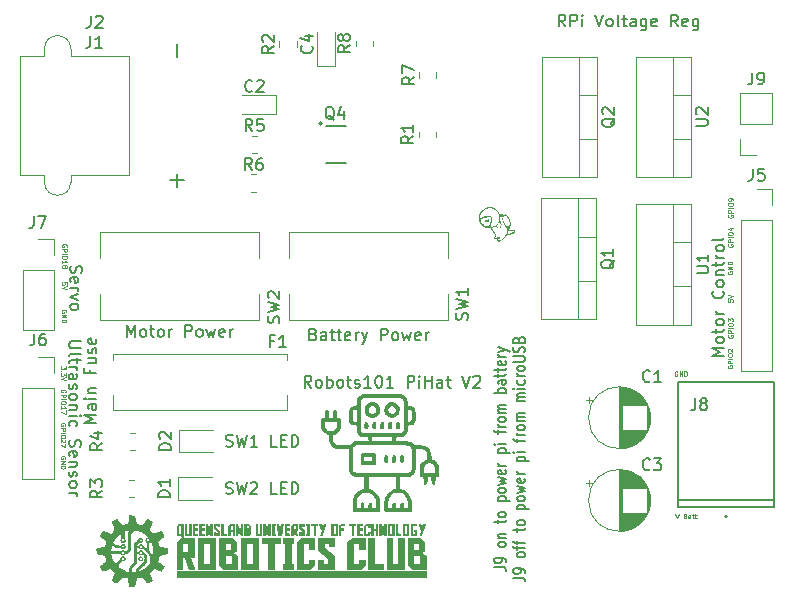
<source format=gto>
G04 #@! TF.GenerationSoftware,KiCad,Pcbnew,(6.0.11)*
G04 #@! TF.CreationDate,2023-04-25T15:22:17+10:00*
G04 #@! TF.ProjectId,RPI,5250492e-6b69-4636-9164-5f7063625858,rev?*
G04 #@! TF.SameCoordinates,Original*
G04 #@! TF.FileFunction,Legend,Top*
G04 #@! TF.FilePolarity,Positive*
%FSLAX46Y46*%
G04 Gerber Fmt 4.6, Leading zero omitted, Abs format (unit mm)*
G04 Created by KiCad (PCBNEW (6.0.11)) date 2023-04-25 15:22:17*
%MOMM*%
%LPD*%
G01*
G04 APERTURE LIST*
%ADD10C,0.150000*%
%ADD11C,0.080000*%
%ADD12C,0.200000*%
%ADD13C,0.127000*%
%ADD14C,0.120000*%
%ADD15C,0.100000*%
G04 APERTURE END LIST*
D10*
X117928571Y-91404761D02*
X118071428Y-91452380D01*
X118309523Y-91452380D01*
X118404761Y-91404761D01*
X118452380Y-91357142D01*
X118500000Y-91261904D01*
X118500000Y-91166666D01*
X118452380Y-91071428D01*
X118404761Y-91023809D01*
X118309523Y-90976190D01*
X118119047Y-90928571D01*
X118023809Y-90880952D01*
X117976190Y-90833333D01*
X117928571Y-90738095D01*
X117928571Y-90642857D01*
X117976190Y-90547619D01*
X118023809Y-90500000D01*
X118119047Y-90452380D01*
X118357142Y-90452380D01*
X118500000Y-90500000D01*
X118833333Y-90452380D02*
X119071428Y-91452380D01*
X119261904Y-90738095D01*
X119452380Y-91452380D01*
X119690476Y-90452380D01*
X120023809Y-90547619D02*
X120071428Y-90500000D01*
X120166666Y-90452380D01*
X120404761Y-90452380D01*
X120500000Y-90500000D01*
X120547619Y-90547619D01*
X120595238Y-90642857D01*
X120595238Y-90738095D01*
X120547619Y-90880952D01*
X119976190Y-91452380D01*
X120595238Y-91452380D01*
X122261904Y-91452380D02*
X121785714Y-91452380D01*
X121785714Y-90452380D01*
X122595238Y-90928571D02*
X122928571Y-90928571D01*
X123071428Y-91452380D02*
X122595238Y-91452380D01*
X122595238Y-90452380D01*
X123071428Y-90452380D01*
X123500000Y-91452380D02*
X123500000Y-90452380D01*
X123738095Y-90452380D01*
X123880952Y-90500000D01*
X123976190Y-90595238D01*
X124023809Y-90690476D01*
X124071428Y-90880952D01*
X124071428Y-91023809D01*
X124023809Y-91214285D01*
X123976190Y-91309523D01*
X123880952Y-91404761D01*
X123738095Y-91452380D01*
X123500000Y-91452380D01*
X125333333Y-77928571D02*
X125476190Y-77976190D01*
X125523809Y-78023809D01*
X125571428Y-78119047D01*
X125571428Y-78261904D01*
X125523809Y-78357142D01*
X125476190Y-78404761D01*
X125380952Y-78452380D01*
X125000000Y-78452380D01*
X125000000Y-77452380D01*
X125333333Y-77452380D01*
X125428571Y-77500000D01*
X125476190Y-77547619D01*
X125523809Y-77642857D01*
X125523809Y-77738095D01*
X125476190Y-77833333D01*
X125428571Y-77880952D01*
X125333333Y-77928571D01*
X125000000Y-77928571D01*
X126428571Y-78452380D02*
X126428571Y-77928571D01*
X126380952Y-77833333D01*
X126285714Y-77785714D01*
X126095238Y-77785714D01*
X126000000Y-77833333D01*
X126428571Y-78404761D02*
X126333333Y-78452380D01*
X126095238Y-78452380D01*
X126000000Y-78404761D01*
X125952380Y-78309523D01*
X125952380Y-78214285D01*
X126000000Y-78119047D01*
X126095238Y-78071428D01*
X126333333Y-78071428D01*
X126428571Y-78023809D01*
X126761904Y-77785714D02*
X127142857Y-77785714D01*
X126904761Y-77452380D02*
X126904761Y-78309523D01*
X126952380Y-78404761D01*
X127047619Y-78452380D01*
X127142857Y-78452380D01*
X127333333Y-77785714D02*
X127714285Y-77785714D01*
X127476190Y-77452380D02*
X127476190Y-78309523D01*
X127523809Y-78404761D01*
X127619047Y-78452380D01*
X127714285Y-78452380D01*
X128428571Y-78404761D02*
X128333333Y-78452380D01*
X128142857Y-78452380D01*
X128047619Y-78404761D01*
X128000000Y-78309523D01*
X128000000Y-77928571D01*
X128047619Y-77833333D01*
X128142857Y-77785714D01*
X128333333Y-77785714D01*
X128428571Y-77833333D01*
X128476190Y-77928571D01*
X128476190Y-78023809D01*
X128000000Y-78119047D01*
X128904761Y-78452380D02*
X128904761Y-77785714D01*
X128904761Y-77976190D02*
X128952380Y-77880952D01*
X129000000Y-77833333D01*
X129095238Y-77785714D01*
X129190476Y-77785714D01*
X129428571Y-77785714D02*
X129666666Y-78452380D01*
X129904761Y-77785714D02*
X129666666Y-78452380D01*
X129571428Y-78690476D01*
X129523809Y-78738095D01*
X129428571Y-78785714D01*
X131047619Y-78452380D02*
X131047619Y-77452380D01*
X131428571Y-77452380D01*
X131523809Y-77500000D01*
X131571428Y-77547619D01*
X131619047Y-77642857D01*
X131619047Y-77785714D01*
X131571428Y-77880952D01*
X131523809Y-77928571D01*
X131428571Y-77976190D01*
X131047619Y-77976190D01*
X132190476Y-78452380D02*
X132095238Y-78404761D01*
X132047619Y-78357142D01*
X132000000Y-78261904D01*
X132000000Y-77976190D01*
X132047619Y-77880952D01*
X132095238Y-77833333D01*
X132190476Y-77785714D01*
X132333333Y-77785714D01*
X132428571Y-77833333D01*
X132476190Y-77880952D01*
X132523809Y-77976190D01*
X132523809Y-78261904D01*
X132476190Y-78357142D01*
X132428571Y-78404761D01*
X132333333Y-78452380D01*
X132190476Y-78452380D01*
X132857142Y-77785714D02*
X133047619Y-78452380D01*
X133238095Y-77976190D01*
X133428571Y-78452380D01*
X133619047Y-77785714D01*
X134380952Y-78404761D02*
X134285714Y-78452380D01*
X134095238Y-78452380D01*
X134000000Y-78404761D01*
X133952380Y-78309523D01*
X133952380Y-77928571D01*
X134000000Y-77833333D01*
X134095238Y-77785714D01*
X134285714Y-77785714D01*
X134380952Y-77833333D01*
X134428571Y-77928571D01*
X134428571Y-78023809D01*
X133952380Y-78119047D01*
X134857142Y-78452380D02*
X134857142Y-77785714D01*
X134857142Y-77976190D02*
X134904761Y-77880952D01*
X134952380Y-77833333D01*
X135047619Y-77785714D01*
X135142857Y-77785714D01*
X125166666Y-82452380D02*
X124833333Y-81976190D01*
X124595238Y-82452380D02*
X124595238Y-81452380D01*
X124976190Y-81452380D01*
X125071428Y-81500000D01*
X125119047Y-81547619D01*
X125166666Y-81642857D01*
X125166666Y-81785714D01*
X125119047Y-81880952D01*
X125071428Y-81928571D01*
X124976190Y-81976190D01*
X124595238Y-81976190D01*
X125738095Y-82452380D02*
X125642857Y-82404761D01*
X125595238Y-82357142D01*
X125547619Y-82261904D01*
X125547619Y-81976190D01*
X125595238Y-81880952D01*
X125642857Y-81833333D01*
X125738095Y-81785714D01*
X125880952Y-81785714D01*
X125976190Y-81833333D01*
X126023809Y-81880952D01*
X126071428Y-81976190D01*
X126071428Y-82261904D01*
X126023809Y-82357142D01*
X125976190Y-82404761D01*
X125880952Y-82452380D01*
X125738095Y-82452380D01*
X126500000Y-82452380D02*
X126500000Y-81452380D01*
X126500000Y-81833333D02*
X126595238Y-81785714D01*
X126785714Y-81785714D01*
X126880952Y-81833333D01*
X126928571Y-81880952D01*
X126976190Y-81976190D01*
X126976190Y-82261904D01*
X126928571Y-82357142D01*
X126880952Y-82404761D01*
X126785714Y-82452380D01*
X126595238Y-82452380D01*
X126500000Y-82404761D01*
X127547619Y-82452380D02*
X127452380Y-82404761D01*
X127404761Y-82357142D01*
X127357142Y-82261904D01*
X127357142Y-81976190D01*
X127404761Y-81880952D01*
X127452380Y-81833333D01*
X127547619Y-81785714D01*
X127690476Y-81785714D01*
X127785714Y-81833333D01*
X127833333Y-81880952D01*
X127880952Y-81976190D01*
X127880952Y-82261904D01*
X127833333Y-82357142D01*
X127785714Y-82404761D01*
X127690476Y-82452380D01*
X127547619Y-82452380D01*
X128166666Y-81785714D02*
X128547619Y-81785714D01*
X128309523Y-81452380D02*
X128309523Y-82309523D01*
X128357142Y-82404761D01*
X128452380Y-82452380D01*
X128547619Y-82452380D01*
X128833333Y-82404761D02*
X128928571Y-82452380D01*
X129119047Y-82452380D01*
X129214285Y-82404761D01*
X129261904Y-82309523D01*
X129261904Y-82261904D01*
X129214285Y-82166666D01*
X129119047Y-82119047D01*
X128976190Y-82119047D01*
X128880952Y-82071428D01*
X128833333Y-81976190D01*
X128833333Y-81928571D01*
X128880952Y-81833333D01*
X128976190Y-81785714D01*
X129119047Y-81785714D01*
X129214285Y-81833333D01*
X130214285Y-82452380D02*
X129642857Y-82452380D01*
X129928571Y-82452380D02*
X129928571Y-81452380D01*
X129833333Y-81595238D01*
X129738095Y-81690476D01*
X129642857Y-81738095D01*
X130833333Y-81452380D02*
X130928571Y-81452380D01*
X131023809Y-81500000D01*
X131071428Y-81547619D01*
X131119047Y-81642857D01*
X131166666Y-81833333D01*
X131166666Y-82071428D01*
X131119047Y-82261904D01*
X131071428Y-82357142D01*
X131023809Y-82404761D01*
X130928571Y-82452380D01*
X130833333Y-82452380D01*
X130738095Y-82404761D01*
X130690476Y-82357142D01*
X130642857Y-82261904D01*
X130595238Y-82071428D01*
X130595238Y-81833333D01*
X130642857Y-81642857D01*
X130690476Y-81547619D01*
X130738095Y-81500000D01*
X130833333Y-81452380D01*
X132119047Y-82452380D02*
X131547619Y-82452380D01*
X131833333Y-82452380D02*
X131833333Y-81452380D01*
X131738095Y-81595238D01*
X131642857Y-81690476D01*
X131547619Y-81738095D01*
X133309523Y-82452380D02*
X133309523Y-81452380D01*
X133690476Y-81452380D01*
X133785714Y-81500000D01*
X133833333Y-81547619D01*
X133880952Y-81642857D01*
X133880952Y-81785714D01*
X133833333Y-81880952D01*
X133785714Y-81928571D01*
X133690476Y-81976190D01*
X133309523Y-81976190D01*
X134309523Y-82452380D02*
X134309523Y-81785714D01*
X134309523Y-81452380D02*
X134261904Y-81500000D01*
X134309523Y-81547619D01*
X134357142Y-81500000D01*
X134309523Y-81452380D01*
X134309523Y-81547619D01*
X134785714Y-82452380D02*
X134785714Y-81452380D01*
X134785714Y-81928571D02*
X135357142Y-81928571D01*
X135357142Y-82452380D02*
X135357142Y-81452380D01*
X136261904Y-82452380D02*
X136261904Y-81928571D01*
X136214285Y-81833333D01*
X136119047Y-81785714D01*
X135928571Y-81785714D01*
X135833333Y-81833333D01*
X136261904Y-82404761D02*
X136166666Y-82452380D01*
X135928571Y-82452380D01*
X135833333Y-82404761D01*
X135785714Y-82309523D01*
X135785714Y-82214285D01*
X135833333Y-82119047D01*
X135928571Y-82071428D01*
X136166666Y-82071428D01*
X136261904Y-82023809D01*
X136595238Y-81785714D02*
X136976190Y-81785714D01*
X136738095Y-81452380D02*
X136738095Y-82309523D01*
X136785714Y-82404761D01*
X136880952Y-82452380D01*
X136976190Y-82452380D01*
X137928571Y-81452380D02*
X138261904Y-82452380D01*
X138595238Y-81452380D01*
X138880952Y-81547619D02*
X138928571Y-81500000D01*
X139023809Y-81452380D01*
X139261904Y-81452380D01*
X139357142Y-81500000D01*
X139404761Y-81547619D01*
X139452380Y-81642857D01*
X139452380Y-81738095D01*
X139404761Y-81880952D01*
X138833333Y-82452380D01*
X139452380Y-82452380D01*
X104793946Y-72142857D02*
X104746327Y-72285714D01*
X104746327Y-72523809D01*
X104793946Y-72619047D01*
X104841565Y-72666666D01*
X104936803Y-72714285D01*
X105032041Y-72714285D01*
X105127279Y-72666666D01*
X105174898Y-72619047D01*
X105222517Y-72523809D01*
X105270136Y-72333333D01*
X105317755Y-72238095D01*
X105365374Y-72190476D01*
X105460612Y-72142857D01*
X105555850Y-72142857D01*
X105651088Y-72190476D01*
X105698708Y-72238095D01*
X105746327Y-72333333D01*
X105746327Y-72571428D01*
X105698708Y-72714285D01*
X104793946Y-73523809D02*
X104746327Y-73428571D01*
X104746327Y-73238095D01*
X104793946Y-73142857D01*
X104889184Y-73095238D01*
X105270136Y-73095238D01*
X105365374Y-73142857D01*
X105412993Y-73238095D01*
X105412993Y-73428571D01*
X105365374Y-73523809D01*
X105270136Y-73571428D01*
X105174898Y-73571428D01*
X105079660Y-73095238D01*
X104746327Y-74000000D02*
X105412993Y-74000000D01*
X105222517Y-74000000D02*
X105317755Y-74047619D01*
X105365374Y-74095238D01*
X105412993Y-74190476D01*
X105412993Y-74285714D01*
X105412993Y-74523809D02*
X104746327Y-74761904D01*
X105412993Y-75000000D01*
X104746327Y-75523809D02*
X104793946Y-75428571D01*
X104841565Y-75380952D01*
X104936803Y-75333333D01*
X105222517Y-75333333D01*
X105317755Y-75380952D01*
X105365374Y-75428571D01*
X105412993Y-75523809D01*
X105412993Y-75666666D01*
X105365374Y-75761904D01*
X105317755Y-75809523D01*
X105222517Y-75857142D01*
X104936803Y-75857142D01*
X104841565Y-75809523D01*
X104793946Y-75761904D01*
X104746327Y-75666666D01*
X104746327Y-75523809D01*
D11*
X156144448Y-81099346D02*
X156106352Y-81080298D01*
X156049210Y-81080298D01*
X155992067Y-81099346D01*
X155953971Y-81137441D01*
X155934924Y-81175536D01*
X155915876Y-81251726D01*
X155915876Y-81308869D01*
X155934924Y-81385060D01*
X155953971Y-81423155D01*
X155992067Y-81461250D01*
X156049210Y-81480298D01*
X156087305Y-81480298D01*
X156144448Y-81461250D01*
X156163495Y-81442203D01*
X156163495Y-81308869D01*
X156087305Y-81308869D01*
X156334924Y-81480298D02*
X156334924Y-81080298D01*
X156563495Y-81480298D01*
X156563495Y-81080298D01*
X156753971Y-81480298D02*
X156753971Y-81080298D01*
X156849210Y-81080298D01*
X156906352Y-81099346D01*
X156944448Y-81137441D01*
X156963495Y-81175536D01*
X156982543Y-81251726D01*
X156982543Y-81308869D01*
X156963495Y-81385060D01*
X156944448Y-81423155D01*
X156906352Y-81461250D01*
X156849210Y-81480298D01*
X156753971Y-81480298D01*
X104369121Y-80641289D02*
X104369121Y-80888908D01*
X104216740Y-80755575D01*
X104216740Y-80812718D01*
X104197693Y-80850813D01*
X104178645Y-80869861D01*
X104140550Y-80888908D01*
X104045312Y-80888908D01*
X104007216Y-80869861D01*
X103988169Y-80850813D01*
X103969121Y-80812718D01*
X103969121Y-80698432D01*
X103988169Y-80660337D01*
X104007216Y-80641289D01*
X104007216Y-81060337D02*
X103988169Y-81079385D01*
X103969121Y-81060337D01*
X103988169Y-81041289D01*
X104007216Y-81060337D01*
X103969121Y-81060337D01*
X104369121Y-81212718D02*
X104369121Y-81460337D01*
X104216740Y-81327004D01*
X104216740Y-81384146D01*
X104197693Y-81422242D01*
X104178645Y-81441289D01*
X104140550Y-81460337D01*
X104045312Y-81460337D01*
X104007216Y-81441289D01*
X103988169Y-81422242D01*
X103969121Y-81384146D01*
X103969121Y-81269861D01*
X103988169Y-81231766D01*
X104007216Y-81212718D01*
X104369121Y-81574623D02*
X103969121Y-81707956D01*
X104369121Y-81841289D01*
D10*
X146676318Y-51878193D02*
X146342985Y-51402003D01*
X146104890Y-51878193D02*
X146104890Y-50878193D01*
X146485842Y-50878193D01*
X146581080Y-50925813D01*
X146628699Y-50973432D01*
X146676318Y-51068670D01*
X146676318Y-51211527D01*
X146628699Y-51306765D01*
X146581080Y-51354384D01*
X146485842Y-51402003D01*
X146104890Y-51402003D01*
X147104890Y-51878193D02*
X147104890Y-50878193D01*
X147485842Y-50878193D01*
X147581080Y-50925813D01*
X147628699Y-50973432D01*
X147676318Y-51068670D01*
X147676318Y-51211527D01*
X147628699Y-51306765D01*
X147581080Y-51354384D01*
X147485842Y-51402003D01*
X147104890Y-51402003D01*
X148104890Y-51878193D02*
X148104890Y-51211527D01*
X148104890Y-50878193D02*
X148057271Y-50925813D01*
X148104890Y-50973432D01*
X148152509Y-50925813D01*
X148104890Y-50878193D01*
X148104890Y-50973432D01*
X149200128Y-50878193D02*
X149533461Y-51878193D01*
X149866794Y-50878193D01*
X150342985Y-51878193D02*
X150247747Y-51830574D01*
X150200128Y-51782955D01*
X150152509Y-51687717D01*
X150152509Y-51402003D01*
X150200128Y-51306765D01*
X150247747Y-51259146D01*
X150342985Y-51211527D01*
X150485842Y-51211527D01*
X150581080Y-51259146D01*
X150628699Y-51306765D01*
X150676318Y-51402003D01*
X150676318Y-51687717D01*
X150628699Y-51782955D01*
X150581080Y-51830574D01*
X150485842Y-51878193D01*
X150342985Y-51878193D01*
X151247747Y-51878193D02*
X151152509Y-51830574D01*
X151104890Y-51735336D01*
X151104890Y-50878193D01*
X151485842Y-51211527D02*
X151866794Y-51211527D01*
X151628699Y-50878193D02*
X151628699Y-51735336D01*
X151676318Y-51830574D01*
X151771556Y-51878193D01*
X151866794Y-51878193D01*
X152628699Y-51878193D02*
X152628699Y-51354384D01*
X152581080Y-51259146D01*
X152485842Y-51211527D01*
X152295366Y-51211527D01*
X152200128Y-51259146D01*
X152628699Y-51830574D02*
X152533461Y-51878193D01*
X152295366Y-51878193D01*
X152200128Y-51830574D01*
X152152509Y-51735336D01*
X152152509Y-51640098D01*
X152200128Y-51544860D01*
X152295366Y-51497241D01*
X152533461Y-51497241D01*
X152628699Y-51449622D01*
X153533461Y-51211527D02*
X153533461Y-52021051D01*
X153485842Y-52116289D01*
X153438223Y-52163908D01*
X153342985Y-52211527D01*
X153200128Y-52211527D01*
X153104890Y-52163908D01*
X153533461Y-51830574D02*
X153438223Y-51878193D01*
X153247747Y-51878193D01*
X153152509Y-51830574D01*
X153104890Y-51782955D01*
X153057271Y-51687717D01*
X153057271Y-51402003D01*
X153104890Y-51306765D01*
X153152509Y-51259146D01*
X153247747Y-51211527D01*
X153438223Y-51211527D01*
X153533461Y-51259146D01*
X154390604Y-51830574D02*
X154295366Y-51878193D01*
X154104890Y-51878193D01*
X154009652Y-51830574D01*
X153962032Y-51735336D01*
X153962032Y-51354384D01*
X154009652Y-51259146D01*
X154104890Y-51211527D01*
X154295366Y-51211527D01*
X154390604Y-51259146D01*
X154438223Y-51354384D01*
X154438223Y-51449622D01*
X153962032Y-51544860D01*
X156200128Y-51878193D02*
X155866794Y-51402003D01*
X155628699Y-51878193D02*
X155628699Y-50878193D01*
X156009652Y-50878193D01*
X156104890Y-50925813D01*
X156152509Y-50973432D01*
X156200128Y-51068670D01*
X156200128Y-51211527D01*
X156152509Y-51306765D01*
X156104890Y-51354384D01*
X156009652Y-51402003D01*
X155628699Y-51402003D01*
X157009652Y-51830574D02*
X156914413Y-51878193D01*
X156723937Y-51878193D01*
X156628699Y-51830574D01*
X156581080Y-51735336D01*
X156581080Y-51354384D01*
X156628699Y-51259146D01*
X156723937Y-51211527D01*
X156914413Y-51211527D01*
X157009652Y-51259146D01*
X157057271Y-51354384D01*
X157057271Y-51449622D01*
X156581080Y-51544860D01*
X157914413Y-51211527D02*
X157914413Y-52021051D01*
X157866794Y-52116289D01*
X157819175Y-52163908D01*
X157723937Y-52211527D01*
X157581080Y-52211527D01*
X157485842Y-52163908D01*
X157914413Y-51830574D02*
X157819175Y-51878193D01*
X157628699Y-51878193D01*
X157533461Y-51830574D01*
X157485842Y-51782955D01*
X157438223Y-51687717D01*
X157438223Y-51402003D01*
X157485842Y-51306765D01*
X157533461Y-51259146D01*
X157628699Y-51211527D01*
X157819175Y-51211527D01*
X157914413Y-51259146D01*
X105643425Y-78545740D02*
X104833901Y-78545740D01*
X104738663Y-78593359D01*
X104691044Y-78640978D01*
X104643425Y-78736216D01*
X104643425Y-78926692D01*
X104691044Y-79021931D01*
X104738663Y-79069550D01*
X104833901Y-79117169D01*
X105643425Y-79117169D01*
X104643425Y-79736216D02*
X104691044Y-79640978D01*
X104786282Y-79593359D01*
X105643425Y-79593359D01*
X105310091Y-79974311D02*
X105310091Y-80355264D01*
X105643425Y-80117169D02*
X104786282Y-80117169D01*
X104691044Y-80164788D01*
X104643425Y-80260026D01*
X104643425Y-80355264D01*
X104643425Y-80688597D02*
X105310091Y-80688597D01*
X105119615Y-80688597D02*
X105214853Y-80736216D01*
X105262472Y-80783835D01*
X105310091Y-80879073D01*
X105310091Y-80974311D01*
X104643425Y-81736216D02*
X105167234Y-81736216D01*
X105262472Y-81688597D01*
X105310091Y-81593359D01*
X105310091Y-81402883D01*
X105262472Y-81307645D01*
X104691044Y-81736216D02*
X104643425Y-81640978D01*
X104643425Y-81402883D01*
X104691044Y-81307645D01*
X104786282Y-81260026D01*
X104881520Y-81260026D01*
X104976758Y-81307645D01*
X105024377Y-81402883D01*
X105024377Y-81640978D01*
X105071996Y-81736216D01*
X104691044Y-82164788D02*
X104643425Y-82260026D01*
X104643425Y-82450502D01*
X104691044Y-82545740D01*
X104786282Y-82593359D01*
X104833901Y-82593359D01*
X104929139Y-82545740D01*
X104976758Y-82450502D01*
X104976758Y-82307645D01*
X105024377Y-82212407D01*
X105119615Y-82164788D01*
X105167234Y-82164788D01*
X105262472Y-82212407D01*
X105310091Y-82307645D01*
X105310091Y-82450502D01*
X105262472Y-82545740D01*
X104643425Y-83164788D02*
X104691044Y-83069550D01*
X104738663Y-83021931D01*
X104833901Y-82974311D01*
X105119615Y-82974311D01*
X105214853Y-83021931D01*
X105262472Y-83069550D01*
X105310091Y-83164788D01*
X105310091Y-83307645D01*
X105262472Y-83402883D01*
X105214853Y-83450502D01*
X105119615Y-83498121D01*
X104833901Y-83498121D01*
X104738663Y-83450502D01*
X104691044Y-83402883D01*
X104643425Y-83307645D01*
X104643425Y-83164788D01*
X105310091Y-83926692D02*
X104643425Y-83926692D01*
X105214853Y-83926692D02*
X105262472Y-83974311D01*
X105310091Y-84069550D01*
X105310091Y-84212407D01*
X105262472Y-84307645D01*
X105167234Y-84355264D01*
X104643425Y-84355264D01*
X104643425Y-84831454D02*
X105310091Y-84831454D01*
X105643425Y-84831454D02*
X105595806Y-84783835D01*
X105548186Y-84831454D01*
X105595806Y-84879073D01*
X105643425Y-84831454D01*
X105548186Y-84831454D01*
X104691044Y-85736216D02*
X104643425Y-85640978D01*
X104643425Y-85450502D01*
X104691044Y-85355264D01*
X104738663Y-85307645D01*
X104833901Y-85260026D01*
X105119615Y-85260026D01*
X105214853Y-85307645D01*
X105262472Y-85355264D01*
X105310091Y-85450502D01*
X105310091Y-85640978D01*
X105262472Y-85736216D01*
X104691044Y-86879073D02*
X104643425Y-87021931D01*
X104643425Y-87260026D01*
X104691044Y-87355264D01*
X104738663Y-87402883D01*
X104833901Y-87450502D01*
X104929139Y-87450502D01*
X105024377Y-87402883D01*
X105071996Y-87355264D01*
X105119615Y-87260026D01*
X105167234Y-87069550D01*
X105214853Y-86974311D01*
X105262472Y-86926692D01*
X105357710Y-86879073D01*
X105452948Y-86879073D01*
X105548186Y-86926692D01*
X105595806Y-86974311D01*
X105643425Y-87069550D01*
X105643425Y-87307645D01*
X105595806Y-87450502D01*
X104691044Y-88260026D02*
X104643425Y-88164788D01*
X104643425Y-87974311D01*
X104691044Y-87879073D01*
X104786282Y-87831454D01*
X105167234Y-87831454D01*
X105262472Y-87879073D01*
X105310091Y-87974311D01*
X105310091Y-88164788D01*
X105262472Y-88260026D01*
X105167234Y-88307645D01*
X105071996Y-88307645D01*
X104976758Y-87831454D01*
X105310091Y-88736216D02*
X104643425Y-88736216D01*
X105214853Y-88736216D02*
X105262472Y-88783835D01*
X105310091Y-88879073D01*
X105310091Y-89021931D01*
X105262472Y-89117169D01*
X105167234Y-89164788D01*
X104643425Y-89164788D01*
X104691044Y-89593359D02*
X104643425Y-89688597D01*
X104643425Y-89879073D01*
X104691044Y-89974311D01*
X104786282Y-90021931D01*
X104833901Y-90021931D01*
X104929139Y-89974311D01*
X104976758Y-89879073D01*
X104976758Y-89736216D01*
X105024377Y-89640978D01*
X105119615Y-89593359D01*
X105167234Y-89593359D01*
X105262472Y-89640978D01*
X105310091Y-89736216D01*
X105310091Y-89879073D01*
X105262472Y-89974311D01*
X104643425Y-90593359D02*
X104691044Y-90498121D01*
X104738663Y-90450502D01*
X104833901Y-90402883D01*
X105119615Y-90402883D01*
X105214853Y-90450502D01*
X105262472Y-90498121D01*
X105310091Y-90593359D01*
X105310091Y-90736216D01*
X105262472Y-90831454D01*
X105214853Y-90879073D01*
X105119615Y-90926692D01*
X104833901Y-90926692D01*
X104738663Y-90879073D01*
X104691044Y-90831454D01*
X104643425Y-90736216D01*
X104643425Y-90593359D01*
X104643425Y-91355264D02*
X105310091Y-91355264D01*
X105119615Y-91355264D02*
X105214853Y-91402883D01*
X105262472Y-91450502D01*
X105310091Y-91545740D01*
X105310091Y-91640978D01*
D11*
X160457438Y-74990758D02*
X160457438Y-75181234D01*
X160647914Y-75200282D01*
X160628866Y-75181234D01*
X160609819Y-75143139D01*
X160609819Y-75047901D01*
X160628866Y-75009806D01*
X160647914Y-74990758D01*
X160686009Y-74971710D01*
X160781247Y-74971710D01*
X160819343Y-74990758D01*
X160838390Y-75009806D01*
X160857438Y-75047901D01*
X160857438Y-75143139D01*
X160838390Y-75181234D01*
X160819343Y-75200282D01*
X160457438Y-74857425D02*
X160857438Y-74724091D01*
X160457438Y-74590758D01*
X160462360Y-78005381D02*
X160443312Y-78043476D01*
X160443312Y-78100619D01*
X160462360Y-78157762D01*
X160500455Y-78195857D01*
X160538550Y-78214905D01*
X160614740Y-78233952D01*
X160671883Y-78233952D01*
X160748074Y-78214905D01*
X160786169Y-78195857D01*
X160824264Y-78157762D01*
X160843312Y-78100619D01*
X160843312Y-78062524D01*
X160824264Y-78005381D01*
X160805217Y-77986333D01*
X160671883Y-77986333D01*
X160671883Y-78062524D01*
X160843312Y-77814905D02*
X160443312Y-77814905D01*
X160443312Y-77662524D01*
X160462360Y-77624428D01*
X160481407Y-77605381D01*
X160519502Y-77586333D01*
X160576645Y-77586333D01*
X160614740Y-77605381D01*
X160633788Y-77624428D01*
X160652836Y-77662524D01*
X160652836Y-77814905D01*
X160843312Y-77414905D02*
X160443312Y-77414905D01*
X160443312Y-77148238D02*
X160443312Y-77072047D01*
X160462360Y-77033952D01*
X160500455Y-76995857D01*
X160576645Y-76976809D01*
X160709979Y-76976809D01*
X160786169Y-76995857D01*
X160824264Y-77033952D01*
X160843312Y-77072047D01*
X160843312Y-77148238D01*
X160824264Y-77186333D01*
X160786169Y-77224428D01*
X160709979Y-77243476D01*
X160576645Y-77243476D01*
X160500455Y-77224428D01*
X160462360Y-77186333D01*
X160443312Y-77148238D01*
X160443312Y-76843476D02*
X160443312Y-76595857D01*
X160595693Y-76729190D01*
X160595693Y-76672047D01*
X160614740Y-76633952D01*
X160633788Y-76614905D01*
X160671883Y-76595857D01*
X160767121Y-76595857D01*
X160805217Y-76614905D01*
X160824264Y-76633952D01*
X160843312Y-76672047D01*
X160843312Y-76786333D01*
X160824264Y-76824428D01*
X160805217Y-76843476D01*
X104448915Y-73737424D02*
X104448915Y-73546948D01*
X104258439Y-73527900D01*
X104277487Y-73546948D01*
X104296534Y-73585043D01*
X104296534Y-73680281D01*
X104277487Y-73718376D01*
X104258439Y-73737424D01*
X104220344Y-73756472D01*
X104125106Y-73756472D01*
X104087010Y-73737424D01*
X104067963Y-73718376D01*
X104048915Y-73680281D01*
X104048915Y-73585043D01*
X104067963Y-73546948D01*
X104087010Y-73527900D01*
X104448915Y-73870757D02*
X104048915Y-74004091D01*
X104448915Y-74137424D01*
X160431147Y-72627846D02*
X160412099Y-72665942D01*
X160412099Y-72723085D01*
X160431147Y-72780227D01*
X160469242Y-72818323D01*
X160507337Y-72837370D01*
X160583527Y-72856418D01*
X160640670Y-72856418D01*
X160716861Y-72837370D01*
X160754956Y-72818323D01*
X160793051Y-72780227D01*
X160812099Y-72723085D01*
X160812099Y-72684989D01*
X160793051Y-72627846D01*
X160774004Y-72608799D01*
X160640670Y-72608799D01*
X160640670Y-72684989D01*
X160812099Y-72437370D02*
X160412099Y-72437370D01*
X160812099Y-72208799D01*
X160412099Y-72208799D01*
X160812099Y-72018323D02*
X160412099Y-72018323D01*
X160412099Y-71923085D01*
X160431147Y-71865942D01*
X160469242Y-71827846D01*
X160507337Y-71808799D01*
X160583527Y-71789751D01*
X160640670Y-71789751D01*
X160716861Y-71808799D01*
X160754956Y-71827846D01*
X160793051Y-71865942D01*
X160812099Y-71923085D01*
X160812099Y-72018323D01*
X160459400Y-70328466D02*
X160440352Y-70366561D01*
X160440352Y-70423704D01*
X160459400Y-70480847D01*
X160497495Y-70518942D01*
X160535590Y-70537990D01*
X160611780Y-70557037D01*
X160668923Y-70557037D01*
X160745114Y-70537990D01*
X160783209Y-70518942D01*
X160821304Y-70480847D01*
X160840352Y-70423704D01*
X160840352Y-70385609D01*
X160821304Y-70328466D01*
X160802257Y-70309418D01*
X160668923Y-70309418D01*
X160668923Y-70385609D01*
X160840352Y-70137990D02*
X160440352Y-70137990D01*
X160440352Y-69985609D01*
X160459400Y-69947513D01*
X160478447Y-69928466D01*
X160516542Y-69909418D01*
X160573685Y-69909418D01*
X160611780Y-69928466D01*
X160630828Y-69947513D01*
X160649876Y-69985609D01*
X160649876Y-70137990D01*
X160840352Y-69737990D02*
X160440352Y-69737990D01*
X160440352Y-69471323D02*
X160440352Y-69395132D01*
X160459400Y-69357037D01*
X160497495Y-69318942D01*
X160573685Y-69299894D01*
X160707019Y-69299894D01*
X160783209Y-69318942D01*
X160821304Y-69357037D01*
X160840352Y-69395132D01*
X160840352Y-69471323D01*
X160821304Y-69509418D01*
X160783209Y-69547513D01*
X160707019Y-69566561D01*
X160573685Y-69566561D01*
X160497495Y-69547513D01*
X160459400Y-69509418D01*
X160440352Y-69471323D01*
X160573685Y-68957037D02*
X160840352Y-68957037D01*
X160421304Y-69052275D02*
X160707019Y-69147513D01*
X160707019Y-68899894D01*
X104401615Y-76093948D02*
X104420662Y-76055852D01*
X104420662Y-75998710D01*
X104401615Y-75941567D01*
X104363519Y-75903471D01*
X104325424Y-75884424D01*
X104249234Y-75865376D01*
X104192091Y-75865376D01*
X104115900Y-75884424D01*
X104077805Y-75903471D01*
X104039710Y-75941567D01*
X104020662Y-75998710D01*
X104020662Y-76036805D01*
X104039710Y-76093948D01*
X104058757Y-76112995D01*
X104192091Y-76112995D01*
X104192091Y-76036805D01*
X104020662Y-76284424D02*
X104420662Y-76284424D01*
X104020662Y-76512995D01*
X104420662Y-76512995D01*
X104020662Y-76703471D02*
X104420662Y-76703471D01*
X104420662Y-76798710D01*
X104401615Y-76855852D01*
X104363519Y-76893948D01*
X104325424Y-76912995D01*
X104249234Y-76932043D01*
X104192091Y-76932043D01*
X104115900Y-76912995D01*
X104077805Y-76893948D01*
X104039710Y-76855852D01*
X104020662Y-76798710D01*
X104020662Y-76703471D01*
D12*
X140647380Y-97642857D02*
X141361666Y-97642857D01*
X141504523Y-97680952D01*
X141599761Y-97757142D01*
X141647380Y-97871428D01*
X141647380Y-97947619D01*
X141647380Y-97223809D02*
X141647380Y-97071428D01*
X141599761Y-96995238D01*
X141552142Y-96957142D01*
X141409285Y-96880952D01*
X141218809Y-96842857D01*
X140837857Y-96842857D01*
X140742619Y-96880952D01*
X140695000Y-96919047D01*
X140647380Y-96995238D01*
X140647380Y-97147619D01*
X140695000Y-97223809D01*
X140742619Y-97261904D01*
X140837857Y-97300000D01*
X141075952Y-97300000D01*
X141171190Y-97261904D01*
X141218809Y-97223809D01*
X141266428Y-97147619D01*
X141266428Y-96995238D01*
X141218809Y-96919047D01*
X141171190Y-96880952D01*
X141075952Y-96842857D01*
X141647380Y-95776190D02*
X141599761Y-95852380D01*
X141552142Y-95890476D01*
X141456904Y-95928571D01*
X141171190Y-95928571D01*
X141075952Y-95890476D01*
X141028333Y-95852380D01*
X140980714Y-95776190D01*
X140980714Y-95661904D01*
X141028333Y-95585714D01*
X141075952Y-95547619D01*
X141171190Y-95509523D01*
X141456904Y-95509523D01*
X141552142Y-95547619D01*
X141599761Y-95585714D01*
X141647380Y-95661904D01*
X141647380Y-95776190D01*
X140980714Y-95166666D02*
X141647380Y-95166666D01*
X141075952Y-95166666D02*
X141028333Y-95128571D01*
X140980714Y-95052380D01*
X140980714Y-94938095D01*
X141028333Y-94861904D01*
X141123571Y-94823809D01*
X141647380Y-94823809D01*
X140980714Y-93947619D02*
X140980714Y-93642857D01*
X140647380Y-93833333D02*
X141504523Y-93833333D01*
X141599761Y-93795238D01*
X141647380Y-93719047D01*
X141647380Y-93642857D01*
X141647380Y-93261904D02*
X141599761Y-93338095D01*
X141552142Y-93376190D01*
X141456904Y-93414285D01*
X141171190Y-93414285D01*
X141075952Y-93376190D01*
X141028333Y-93338095D01*
X140980714Y-93261904D01*
X140980714Y-93147619D01*
X141028333Y-93071428D01*
X141075952Y-93033333D01*
X141171190Y-92995238D01*
X141456904Y-92995238D01*
X141552142Y-93033333D01*
X141599761Y-93071428D01*
X141647380Y-93147619D01*
X141647380Y-93261904D01*
X140980714Y-92042857D02*
X141980714Y-92042857D01*
X141028333Y-92042857D02*
X140980714Y-91966666D01*
X140980714Y-91814285D01*
X141028333Y-91738095D01*
X141075952Y-91700000D01*
X141171190Y-91661904D01*
X141456904Y-91661904D01*
X141552142Y-91700000D01*
X141599761Y-91738095D01*
X141647380Y-91814285D01*
X141647380Y-91966666D01*
X141599761Y-92042857D01*
X141647380Y-91204761D02*
X141599761Y-91280952D01*
X141552142Y-91319047D01*
X141456904Y-91357142D01*
X141171190Y-91357142D01*
X141075952Y-91319047D01*
X141028333Y-91280952D01*
X140980714Y-91204761D01*
X140980714Y-91090476D01*
X141028333Y-91014285D01*
X141075952Y-90976190D01*
X141171190Y-90938095D01*
X141456904Y-90938095D01*
X141552142Y-90976190D01*
X141599761Y-91014285D01*
X141647380Y-91090476D01*
X141647380Y-91204761D01*
X140980714Y-90671428D02*
X141647380Y-90519047D01*
X141171190Y-90366666D01*
X141647380Y-90214285D01*
X140980714Y-90061904D01*
X141599761Y-89452380D02*
X141647380Y-89528571D01*
X141647380Y-89680952D01*
X141599761Y-89757142D01*
X141504523Y-89795238D01*
X141123571Y-89795238D01*
X141028333Y-89757142D01*
X140980714Y-89680952D01*
X140980714Y-89528571D01*
X141028333Y-89452380D01*
X141123571Y-89414285D01*
X141218809Y-89414285D01*
X141314047Y-89795238D01*
X141647380Y-89071428D02*
X140980714Y-89071428D01*
X141171190Y-89071428D02*
X141075952Y-89033333D01*
X141028333Y-88995238D01*
X140980714Y-88919047D01*
X140980714Y-88842857D01*
X140980714Y-87966666D02*
X141980714Y-87966666D01*
X141028333Y-87966666D02*
X140980714Y-87890476D01*
X140980714Y-87738095D01*
X141028333Y-87661904D01*
X141075952Y-87623809D01*
X141171190Y-87585714D01*
X141456904Y-87585714D01*
X141552142Y-87623809D01*
X141599761Y-87661904D01*
X141647380Y-87738095D01*
X141647380Y-87890476D01*
X141599761Y-87966666D01*
X141647380Y-87242857D02*
X140980714Y-87242857D01*
X140647380Y-87242857D02*
X140695000Y-87280952D01*
X140742619Y-87242857D01*
X140695000Y-87204761D01*
X140647380Y-87242857D01*
X140742619Y-87242857D01*
X140980714Y-86366666D02*
X140980714Y-86061904D01*
X141647380Y-86252380D02*
X140790238Y-86252380D01*
X140695000Y-86214285D01*
X140647380Y-86138095D01*
X140647380Y-86061904D01*
X141647380Y-85795238D02*
X140980714Y-85795238D01*
X141171190Y-85795238D02*
X141075952Y-85757142D01*
X141028333Y-85719047D01*
X140980714Y-85642857D01*
X140980714Y-85566666D01*
X141647380Y-85185714D02*
X141599761Y-85261904D01*
X141552142Y-85300000D01*
X141456904Y-85338095D01*
X141171190Y-85338095D01*
X141075952Y-85300000D01*
X141028333Y-85261904D01*
X140980714Y-85185714D01*
X140980714Y-85071428D01*
X141028333Y-84995238D01*
X141075952Y-84957142D01*
X141171190Y-84919047D01*
X141456904Y-84919047D01*
X141552142Y-84957142D01*
X141599761Y-84995238D01*
X141647380Y-85071428D01*
X141647380Y-85185714D01*
X141647380Y-84576190D02*
X140980714Y-84576190D01*
X141075952Y-84576190D02*
X141028333Y-84538095D01*
X140980714Y-84461904D01*
X140980714Y-84347619D01*
X141028333Y-84271428D01*
X141123571Y-84233333D01*
X141647380Y-84233333D01*
X141123571Y-84233333D02*
X141028333Y-84195238D01*
X140980714Y-84119047D01*
X140980714Y-84004761D01*
X141028333Y-83928571D01*
X141123571Y-83890476D01*
X141647380Y-83890476D01*
X141647380Y-82900000D02*
X140647380Y-82900000D01*
X141028333Y-82900000D02*
X140980714Y-82823809D01*
X140980714Y-82671428D01*
X141028333Y-82595238D01*
X141075952Y-82557142D01*
X141171190Y-82519047D01*
X141456904Y-82519047D01*
X141552142Y-82557142D01*
X141599761Y-82595238D01*
X141647380Y-82671428D01*
X141647380Y-82823809D01*
X141599761Y-82900000D01*
X141647380Y-81833333D02*
X141123571Y-81833333D01*
X141028333Y-81871428D01*
X140980714Y-81947619D01*
X140980714Y-82100000D01*
X141028333Y-82176190D01*
X141599761Y-81833333D02*
X141647380Y-81909523D01*
X141647380Y-82100000D01*
X141599761Y-82176190D01*
X141504523Y-82214285D01*
X141409285Y-82214285D01*
X141314047Y-82176190D01*
X141266428Y-82100000D01*
X141266428Y-81909523D01*
X141218809Y-81833333D01*
X140980714Y-81566666D02*
X140980714Y-81261904D01*
X140647380Y-81452380D02*
X141504523Y-81452380D01*
X141599761Y-81414285D01*
X141647380Y-81338095D01*
X141647380Y-81261904D01*
X140980714Y-81109523D02*
X140980714Y-80804761D01*
X140647380Y-80995238D02*
X141504523Y-80995238D01*
X141599761Y-80957142D01*
X141647380Y-80880952D01*
X141647380Y-80804761D01*
X141599761Y-80233333D02*
X141647380Y-80309523D01*
X141647380Y-80461904D01*
X141599761Y-80538095D01*
X141504523Y-80576190D01*
X141123571Y-80576190D01*
X141028333Y-80538095D01*
X140980714Y-80461904D01*
X140980714Y-80309523D01*
X141028333Y-80233333D01*
X141123571Y-80195238D01*
X141218809Y-80195238D01*
X141314047Y-80576190D01*
X141647380Y-79852380D02*
X140980714Y-79852380D01*
X141171190Y-79852380D02*
X141075952Y-79814285D01*
X141028333Y-79776190D01*
X140980714Y-79700000D01*
X140980714Y-79623809D01*
X140980714Y-79433333D02*
X141647380Y-79242857D01*
X140980714Y-79052380D02*
X141647380Y-79242857D01*
X141885476Y-79319047D01*
X141933095Y-79357142D01*
X141980714Y-79433333D01*
X142257380Y-98538095D02*
X142971666Y-98538095D01*
X143114523Y-98576190D01*
X143209761Y-98652380D01*
X143257380Y-98766666D01*
X143257380Y-98842857D01*
X143257380Y-98119047D02*
X143257380Y-97966666D01*
X143209761Y-97890476D01*
X143162142Y-97852380D01*
X143019285Y-97776190D01*
X142828809Y-97738095D01*
X142447857Y-97738095D01*
X142352619Y-97776190D01*
X142305000Y-97814285D01*
X142257380Y-97890476D01*
X142257380Y-98042857D01*
X142305000Y-98119047D01*
X142352619Y-98157142D01*
X142447857Y-98195238D01*
X142685952Y-98195238D01*
X142781190Y-98157142D01*
X142828809Y-98119047D01*
X142876428Y-98042857D01*
X142876428Y-97890476D01*
X142828809Y-97814285D01*
X142781190Y-97776190D01*
X142685952Y-97738095D01*
X143257380Y-96671428D02*
X143209761Y-96747619D01*
X143162142Y-96785714D01*
X143066904Y-96823809D01*
X142781190Y-96823809D01*
X142685952Y-96785714D01*
X142638333Y-96747619D01*
X142590714Y-96671428D01*
X142590714Y-96557142D01*
X142638333Y-96480952D01*
X142685952Y-96442857D01*
X142781190Y-96404761D01*
X143066904Y-96404761D01*
X143162142Y-96442857D01*
X143209761Y-96480952D01*
X143257380Y-96557142D01*
X143257380Y-96671428D01*
X142590714Y-96176190D02*
X142590714Y-95871428D01*
X143257380Y-96061904D02*
X142400238Y-96061904D01*
X142305000Y-96023809D01*
X142257380Y-95947619D01*
X142257380Y-95871428D01*
X142590714Y-95719047D02*
X142590714Y-95414285D01*
X143257380Y-95604761D02*
X142400238Y-95604761D01*
X142305000Y-95566666D01*
X142257380Y-95490476D01*
X142257380Y-95414285D01*
X142590714Y-94652380D02*
X142590714Y-94347619D01*
X142257380Y-94538095D02*
X143114523Y-94538095D01*
X143209761Y-94500000D01*
X143257380Y-94423809D01*
X143257380Y-94347619D01*
X143257380Y-93966666D02*
X143209761Y-94042857D01*
X143162142Y-94080952D01*
X143066904Y-94119047D01*
X142781190Y-94119047D01*
X142685952Y-94080952D01*
X142638333Y-94042857D01*
X142590714Y-93966666D01*
X142590714Y-93852380D01*
X142638333Y-93776190D01*
X142685952Y-93738095D01*
X142781190Y-93700000D01*
X143066904Y-93700000D01*
X143162142Y-93738095D01*
X143209761Y-93776190D01*
X143257380Y-93852380D01*
X143257380Y-93966666D01*
X142590714Y-92747619D02*
X143590714Y-92747619D01*
X142638333Y-92747619D02*
X142590714Y-92671428D01*
X142590714Y-92519047D01*
X142638333Y-92442857D01*
X142685952Y-92404761D01*
X142781190Y-92366666D01*
X143066904Y-92366666D01*
X143162142Y-92404761D01*
X143209761Y-92442857D01*
X143257380Y-92519047D01*
X143257380Y-92671428D01*
X143209761Y-92747619D01*
X143257380Y-91909523D02*
X143209761Y-91985714D01*
X143162142Y-92023809D01*
X143066904Y-92061904D01*
X142781190Y-92061904D01*
X142685952Y-92023809D01*
X142638333Y-91985714D01*
X142590714Y-91909523D01*
X142590714Y-91795238D01*
X142638333Y-91719047D01*
X142685952Y-91680952D01*
X142781190Y-91642857D01*
X143066904Y-91642857D01*
X143162142Y-91680952D01*
X143209761Y-91719047D01*
X143257380Y-91795238D01*
X143257380Y-91909523D01*
X142590714Y-91376190D02*
X143257380Y-91223809D01*
X142781190Y-91071428D01*
X143257380Y-90919047D01*
X142590714Y-90766666D01*
X143209761Y-90157142D02*
X143257380Y-90233333D01*
X143257380Y-90385714D01*
X143209761Y-90461904D01*
X143114523Y-90500000D01*
X142733571Y-90500000D01*
X142638333Y-90461904D01*
X142590714Y-90385714D01*
X142590714Y-90233333D01*
X142638333Y-90157142D01*
X142733571Y-90119047D01*
X142828809Y-90119047D01*
X142924047Y-90500000D01*
X143257380Y-89776190D02*
X142590714Y-89776190D01*
X142781190Y-89776190D02*
X142685952Y-89738095D01*
X142638333Y-89700000D01*
X142590714Y-89623809D01*
X142590714Y-89547619D01*
X142590714Y-88671428D02*
X143590714Y-88671428D01*
X142638333Y-88671428D02*
X142590714Y-88595238D01*
X142590714Y-88442857D01*
X142638333Y-88366666D01*
X142685952Y-88328571D01*
X142781190Y-88290476D01*
X143066904Y-88290476D01*
X143162142Y-88328571D01*
X143209761Y-88366666D01*
X143257380Y-88442857D01*
X143257380Y-88595238D01*
X143209761Y-88671428D01*
X143257380Y-87947619D02*
X142590714Y-87947619D01*
X142257380Y-87947619D02*
X142305000Y-87985714D01*
X142352619Y-87947619D01*
X142305000Y-87909523D01*
X142257380Y-87947619D01*
X142352619Y-87947619D01*
X142590714Y-87071428D02*
X142590714Y-86766666D01*
X143257380Y-86957142D02*
X142400238Y-86957142D01*
X142305000Y-86919047D01*
X142257380Y-86842857D01*
X142257380Y-86766666D01*
X143257380Y-86500000D02*
X142590714Y-86500000D01*
X142781190Y-86500000D02*
X142685952Y-86461904D01*
X142638333Y-86423809D01*
X142590714Y-86347619D01*
X142590714Y-86271428D01*
X143257380Y-85890476D02*
X143209761Y-85966666D01*
X143162142Y-86004761D01*
X143066904Y-86042857D01*
X142781190Y-86042857D01*
X142685952Y-86004761D01*
X142638333Y-85966666D01*
X142590714Y-85890476D01*
X142590714Y-85776190D01*
X142638333Y-85700000D01*
X142685952Y-85661904D01*
X142781190Y-85623809D01*
X143066904Y-85623809D01*
X143162142Y-85661904D01*
X143209761Y-85700000D01*
X143257380Y-85776190D01*
X143257380Y-85890476D01*
X143257380Y-85280952D02*
X142590714Y-85280952D01*
X142685952Y-85280952D02*
X142638333Y-85242857D01*
X142590714Y-85166666D01*
X142590714Y-85052380D01*
X142638333Y-84976190D01*
X142733571Y-84938095D01*
X143257380Y-84938095D01*
X142733571Y-84938095D02*
X142638333Y-84900000D01*
X142590714Y-84823809D01*
X142590714Y-84709523D01*
X142638333Y-84633333D01*
X142733571Y-84595238D01*
X143257380Y-84595238D01*
X143257380Y-83604761D02*
X142590714Y-83604761D01*
X142685952Y-83604761D02*
X142638333Y-83566666D01*
X142590714Y-83490476D01*
X142590714Y-83376190D01*
X142638333Y-83300000D01*
X142733571Y-83261904D01*
X143257380Y-83261904D01*
X142733571Y-83261904D02*
X142638333Y-83223809D01*
X142590714Y-83147619D01*
X142590714Y-83033333D01*
X142638333Y-82957142D01*
X142733571Y-82919047D01*
X143257380Y-82919047D01*
X143257380Y-82538095D02*
X142590714Y-82538095D01*
X142257380Y-82538095D02*
X142305000Y-82576190D01*
X142352619Y-82538095D01*
X142305000Y-82500000D01*
X142257380Y-82538095D01*
X142352619Y-82538095D01*
X143209761Y-81814285D02*
X143257380Y-81890476D01*
X143257380Y-82042857D01*
X143209761Y-82119047D01*
X143162142Y-82157142D01*
X143066904Y-82195238D01*
X142781190Y-82195238D01*
X142685952Y-82157142D01*
X142638333Y-82119047D01*
X142590714Y-82042857D01*
X142590714Y-81890476D01*
X142638333Y-81814285D01*
X143257380Y-81471428D02*
X142590714Y-81471428D01*
X142781190Y-81471428D02*
X142685952Y-81433333D01*
X142638333Y-81395238D01*
X142590714Y-81319047D01*
X142590714Y-81242857D01*
X143257380Y-80861904D02*
X143209761Y-80938095D01*
X143162142Y-80976190D01*
X143066904Y-81014285D01*
X142781190Y-81014285D01*
X142685952Y-80976190D01*
X142638333Y-80938095D01*
X142590714Y-80861904D01*
X142590714Y-80747619D01*
X142638333Y-80671428D01*
X142685952Y-80633333D01*
X142781190Y-80595238D01*
X143066904Y-80595238D01*
X143162142Y-80633333D01*
X143209761Y-80671428D01*
X143257380Y-80747619D01*
X143257380Y-80861904D01*
X142257380Y-80252380D02*
X143066904Y-80252380D01*
X143162142Y-80214285D01*
X143209761Y-80176190D01*
X143257380Y-80100000D01*
X143257380Y-79947619D01*
X143209761Y-79871428D01*
X143162142Y-79833333D01*
X143066904Y-79795238D01*
X142257380Y-79795238D01*
X143209761Y-79452380D02*
X143257380Y-79338095D01*
X143257380Y-79147619D01*
X143209761Y-79071428D01*
X143162142Y-79033333D01*
X143066904Y-78995238D01*
X142971666Y-78995238D01*
X142876428Y-79033333D01*
X142828809Y-79071428D01*
X142781190Y-79147619D01*
X142733571Y-79300000D01*
X142685952Y-79376190D01*
X142638333Y-79414285D01*
X142543095Y-79452380D01*
X142447857Y-79452380D01*
X142352619Y-79414285D01*
X142305000Y-79376190D01*
X142257380Y-79300000D01*
X142257380Y-79109523D01*
X142305000Y-78995238D01*
X142733571Y-78385714D02*
X142781190Y-78271428D01*
X142828809Y-78233333D01*
X142924047Y-78195238D01*
X143066904Y-78195238D01*
X143162142Y-78233333D01*
X143209761Y-78271428D01*
X143257380Y-78347619D01*
X143257380Y-78652380D01*
X142257380Y-78652380D01*
X142257380Y-78385714D01*
X142305000Y-78309523D01*
X142352619Y-78271428D01*
X142447857Y-78233333D01*
X142543095Y-78233333D01*
X142638333Y-78271428D01*
X142685952Y-78309523D01*
X142733571Y-78385714D01*
X142733571Y-78652380D01*
D11*
X160473526Y-67828129D02*
X160454478Y-67866224D01*
X160454478Y-67923367D01*
X160473526Y-67980510D01*
X160511621Y-68018605D01*
X160549716Y-68037653D01*
X160625906Y-68056700D01*
X160683049Y-68056700D01*
X160759240Y-68037653D01*
X160797335Y-68018605D01*
X160835430Y-67980510D01*
X160854478Y-67923367D01*
X160854478Y-67885272D01*
X160835430Y-67828129D01*
X160816383Y-67809081D01*
X160683049Y-67809081D01*
X160683049Y-67885272D01*
X160854478Y-67637653D02*
X160454478Y-67637653D01*
X160454478Y-67485272D01*
X160473526Y-67447176D01*
X160492573Y-67428129D01*
X160530668Y-67409081D01*
X160587811Y-67409081D01*
X160625906Y-67428129D01*
X160644954Y-67447176D01*
X160664002Y-67485272D01*
X160664002Y-67637653D01*
X160854478Y-67237653D02*
X160454478Y-67237653D01*
X160454478Y-66970986D02*
X160454478Y-66894795D01*
X160473526Y-66856700D01*
X160511621Y-66818605D01*
X160587811Y-66799557D01*
X160721145Y-66799557D01*
X160797335Y-66818605D01*
X160835430Y-66856700D01*
X160854478Y-66894795D01*
X160854478Y-66970986D01*
X160835430Y-67009081D01*
X160797335Y-67047176D01*
X160721145Y-67066224D01*
X160587811Y-67066224D01*
X160511621Y-67047176D01*
X160473526Y-67009081D01*
X160454478Y-66970986D01*
X160854478Y-66609081D02*
X160854478Y-66532891D01*
X160835430Y-66494795D01*
X160816383Y-66475748D01*
X160759240Y-66437653D01*
X160683049Y-66418605D01*
X160530668Y-66418605D01*
X160492573Y-66437653D01*
X160473526Y-66456700D01*
X160454478Y-66494795D01*
X160454478Y-66570986D01*
X160473526Y-66609081D01*
X160492573Y-66628129D01*
X160530668Y-66647176D01*
X160625906Y-66647176D01*
X160664002Y-66628129D01*
X160683049Y-66609081D01*
X160702097Y-66570986D01*
X160702097Y-66494795D01*
X160683049Y-66456700D01*
X160664002Y-66437653D01*
X160625906Y-66418605D01*
D10*
X109571428Y-78164961D02*
X109571428Y-77164961D01*
X109904761Y-77879247D01*
X110238095Y-77164961D01*
X110238095Y-78164961D01*
X110857142Y-78164961D02*
X110761904Y-78117342D01*
X110714285Y-78069723D01*
X110666666Y-77974485D01*
X110666666Y-77688771D01*
X110714285Y-77593533D01*
X110761904Y-77545914D01*
X110857142Y-77498295D01*
X111000000Y-77498295D01*
X111095238Y-77545914D01*
X111142857Y-77593533D01*
X111190476Y-77688771D01*
X111190476Y-77974485D01*
X111142857Y-78069723D01*
X111095238Y-78117342D01*
X111000000Y-78164961D01*
X110857142Y-78164961D01*
X111476190Y-77498295D02*
X111857142Y-77498295D01*
X111619047Y-77164961D02*
X111619047Y-78022104D01*
X111666666Y-78117342D01*
X111761904Y-78164961D01*
X111857142Y-78164961D01*
X112333333Y-78164961D02*
X112238095Y-78117342D01*
X112190476Y-78069723D01*
X112142857Y-77974485D01*
X112142857Y-77688771D01*
X112190476Y-77593533D01*
X112238095Y-77545914D01*
X112333333Y-77498295D01*
X112476190Y-77498295D01*
X112571428Y-77545914D01*
X112619047Y-77593533D01*
X112666666Y-77688771D01*
X112666666Y-77974485D01*
X112619047Y-78069723D01*
X112571428Y-78117342D01*
X112476190Y-78164961D01*
X112333333Y-78164961D01*
X113095238Y-78164961D02*
X113095238Y-77498295D01*
X113095238Y-77688771D02*
X113142857Y-77593533D01*
X113190476Y-77545914D01*
X113285714Y-77498295D01*
X113380952Y-77498295D01*
X114476190Y-78164961D02*
X114476190Y-77164961D01*
X114857142Y-77164961D01*
X114952380Y-77212581D01*
X115000000Y-77260200D01*
X115047619Y-77355438D01*
X115047619Y-77498295D01*
X115000000Y-77593533D01*
X114952380Y-77641152D01*
X114857142Y-77688771D01*
X114476190Y-77688771D01*
X115619047Y-78164961D02*
X115523809Y-78117342D01*
X115476190Y-78069723D01*
X115428571Y-77974485D01*
X115428571Y-77688771D01*
X115476190Y-77593533D01*
X115523809Y-77545914D01*
X115619047Y-77498295D01*
X115761904Y-77498295D01*
X115857142Y-77545914D01*
X115904761Y-77593533D01*
X115952380Y-77688771D01*
X115952380Y-77974485D01*
X115904761Y-78069723D01*
X115857142Y-78117342D01*
X115761904Y-78164961D01*
X115619047Y-78164961D01*
X116285714Y-77498295D02*
X116476190Y-78164961D01*
X116666666Y-77688771D01*
X116857142Y-78164961D01*
X117047619Y-77498295D01*
X117809523Y-78117342D02*
X117714285Y-78164961D01*
X117523809Y-78164961D01*
X117428571Y-78117342D01*
X117380952Y-78022104D01*
X117380952Y-77641152D01*
X117428571Y-77545914D01*
X117523809Y-77498295D01*
X117714285Y-77498295D01*
X117809523Y-77545914D01*
X117857142Y-77641152D01*
X117857142Y-77736390D01*
X117380952Y-77831628D01*
X118285714Y-78164961D02*
X118285714Y-77498295D01*
X118285714Y-77688771D02*
X118333333Y-77593533D01*
X118380952Y-77545914D01*
X118476190Y-77498295D01*
X118571428Y-77498295D01*
D11*
X104341799Y-82847020D02*
X104360846Y-82808925D01*
X104360846Y-82751782D01*
X104341799Y-82694639D01*
X104303703Y-82656544D01*
X104265608Y-82637496D01*
X104189418Y-82618449D01*
X104132275Y-82618449D01*
X104056084Y-82637496D01*
X104017989Y-82656544D01*
X103979894Y-82694639D01*
X103960846Y-82751782D01*
X103960846Y-82789877D01*
X103979894Y-82847020D01*
X103998941Y-82866068D01*
X104132275Y-82866068D01*
X104132275Y-82789877D01*
X103960846Y-83037496D02*
X104360846Y-83037496D01*
X104360846Y-83189877D01*
X104341799Y-83227973D01*
X104322751Y-83247020D01*
X104284656Y-83266068D01*
X104227513Y-83266068D01*
X104189418Y-83247020D01*
X104170370Y-83227973D01*
X104151322Y-83189877D01*
X104151322Y-83037496D01*
X103960846Y-83437496D02*
X104360846Y-83437496D01*
X104360846Y-83704163D02*
X104360846Y-83780353D01*
X104341799Y-83818449D01*
X104303703Y-83856544D01*
X104227513Y-83875592D01*
X104094179Y-83875592D01*
X104017989Y-83856544D01*
X103979894Y-83818449D01*
X103960846Y-83780353D01*
X103960846Y-83704163D01*
X103979894Y-83666068D01*
X104017989Y-83627973D01*
X104094179Y-83608925D01*
X104227513Y-83608925D01*
X104303703Y-83627973D01*
X104341799Y-83666068D01*
X104360846Y-83704163D01*
X103960846Y-84256544D02*
X103960846Y-84027973D01*
X103960846Y-84142258D02*
X104360846Y-84142258D01*
X104303703Y-84104163D01*
X104265608Y-84066068D01*
X104246560Y-84027973D01*
X104360846Y-84389877D02*
X104360846Y-84656544D01*
X103960846Y-84485115D01*
X104308838Y-88478600D02*
X104327885Y-88440504D01*
X104327885Y-88383362D01*
X104308838Y-88326219D01*
X104270742Y-88288123D01*
X104232647Y-88269076D01*
X104156457Y-88250028D01*
X104099314Y-88250028D01*
X104023123Y-88269076D01*
X103985028Y-88288123D01*
X103946933Y-88326219D01*
X103927885Y-88383362D01*
X103927885Y-88421457D01*
X103946933Y-88478600D01*
X103965980Y-88497647D01*
X104099314Y-88497647D01*
X104099314Y-88421457D01*
X103927885Y-88669076D02*
X104327885Y-88669076D01*
X103927885Y-88897647D01*
X104327885Y-88897647D01*
X103927885Y-89088123D02*
X104327885Y-89088123D01*
X104327885Y-89183362D01*
X104308838Y-89240504D01*
X104270742Y-89278600D01*
X104232647Y-89297647D01*
X104156457Y-89316695D01*
X104099314Y-89316695D01*
X104023123Y-89297647D01*
X103985028Y-89278600D01*
X103946933Y-89240504D01*
X103927885Y-89183362D01*
X103927885Y-89088123D01*
D10*
X160090445Y-79757607D02*
X159090445Y-79757607D01*
X159804731Y-79424274D01*
X159090445Y-79090940D01*
X160090445Y-79090940D01*
X160090445Y-78471893D02*
X160042826Y-78567131D01*
X159995207Y-78614750D01*
X159899969Y-78662369D01*
X159614255Y-78662369D01*
X159519017Y-78614750D01*
X159471398Y-78567131D01*
X159423779Y-78471893D01*
X159423779Y-78329036D01*
X159471398Y-78233797D01*
X159519017Y-78186178D01*
X159614255Y-78138559D01*
X159899969Y-78138559D01*
X159995207Y-78186178D01*
X160042826Y-78233797D01*
X160090445Y-78329036D01*
X160090445Y-78471893D01*
X159423779Y-77852845D02*
X159423779Y-77471893D01*
X159090445Y-77709988D02*
X159947588Y-77709988D01*
X160042826Y-77662369D01*
X160090445Y-77567131D01*
X160090445Y-77471893D01*
X160090445Y-76995702D02*
X160042826Y-77090940D01*
X159995207Y-77138559D01*
X159899969Y-77186178D01*
X159614255Y-77186178D01*
X159519017Y-77138559D01*
X159471398Y-77090940D01*
X159423779Y-76995702D01*
X159423779Y-76852845D01*
X159471398Y-76757607D01*
X159519017Y-76709988D01*
X159614255Y-76662369D01*
X159899969Y-76662369D01*
X159995207Y-76709988D01*
X160042826Y-76757607D01*
X160090445Y-76852845D01*
X160090445Y-76995702D01*
X160090445Y-76233797D02*
X159423779Y-76233797D01*
X159614255Y-76233797D02*
X159519017Y-76186178D01*
X159471398Y-76138559D01*
X159423779Y-76043321D01*
X159423779Y-75948083D01*
X159995207Y-74281416D02*
X160042826Y-74329036D01*
X160090445Y-74471893D01*
X160090445Y-74567131D01*
X160042826Y-74709988D01*
X159947588Y-74805226D01*
X159852350Y-74852845D01*
X159661874Y-74900464D01*
X159519017Y-74900464D01*
X159328541Y-74852845D01*
X159233303Y-74805226D01*
X159138065Y-74709988D01*
X159090445Y-74567131D01*
X159090445Y-74471893D01*
X159138065Y-74329036D01*
X159185684Y-74281416D01*
X160090445Y-73709988D02*
X160042826Y-73805226D01*
X159995207Y-73852845D01*
X159899969Y-73900464D01*
X159614255Y-73900464D01*
X159519017Y-73852845D01*
X159471398Y-73805226D01*
X159423779Y-73709988D01*
X159423779Y-73567131D01*
X159471398Y-73471893D01*
X159519017Y-73424274D01*
X159614255Y-73376655D01*
X159899969Y-73376655D01*
X159995207Y-73424274D01*
X160042826Y-73471893D01*
X160090445Y-73567131D01*
X160090445Y-73709988D01*
X159423779Y-72948083D02*
X160090445Y-72948083D01*
X159519017Y-72948083D02*
X159471398Y-72900464D01*
X159423779Y-72805226D01*
X159423779Y-72662369D01*
X159471398Y-72567131D01*
X159566636Y-72519512D01*
X160090445Y-72519512D01*
X159423779Y-72186178D02*
X159423779Y-71805226D01*
X159090445Y-72043321D02*
X159947588Y-72043321D01*
X160042826Y-71995702D01*
X160090445Y-71900464D01*
X160090445Y-71805226D01*
X160090445Y-71471893D02*
X159423779Y-71471893D01*
X159614255Y-71471893D02*
X159519017Y-71424274D01*
X159471398Y-71376655D01*
X159423779Y-71281416D01*
X159423779Y-71186178D01*
X160090445Y-70709988D02*
X160042826Y-70805226D01*
X159995207Y-70852845D01*
X159899969Y-70900464D01*
X159614255Y-70900464D01*
X159519017Y-70852845D01*
X159471398Y-70805226D01*
X159423779Y-70709988D01*
X159423779Y-70567131D01*
X159471398Y-70471893D01*
X159519017Y-70424274D01*
X159614255Y-70376655D01*
X159899969Y-70376655D01*
X159995207Y-70424274D01*
X160042826Y-70471893D01*
X160090445Y-70567131D01*
X160090445Y-70709988D01*
X160090445Y-69805226D02*
X160042826Y-69900464D01*
X159947588Y-69948083D01*
X159090445Y-69948083D01*
X117928571Y-87404761D02*
X118071428Y-87452380D01*
X118309523Y-87452380D01*
X118404761Y-87404761D01*
X118452380Y-87357142D01*
X118500000Y-87261904D01*
X118500000Y-87166666D01*
X118452380Y-87071428D01*
X118404761Y-87023809D01*
X118309523Y-86976190D01*
X118119047Y-86928571D01*
X118023809Y-86880952D01*
X117976190Y-86833333D01*
X117928571Y-86738095D01*
X117928571Y-86642857D01*
X117976190Y-86547619D01*
X118023809Y-86500000D01*
X118119047Y-86452380D01*
X118357142Y-86452380D01*
X118500000Y-86500000D01*
X118833333Y-86452380D02*
X119071428Y-87452380D01*
X119261904Y-86738095D01*
X119452380Y-87452380D01*
X119690476Y-86452380D01*
X120595238Y-87452380D02*
X120023809Y-87452380D01*
X120309523Y-87452380D02*
X120309523Y-86452380D01*
X120214285Y-86595238D01*
X120119047Y-86690476D01*
X120023809Y-86738095D01*
X122261904Y-87452380D02*
X121785714Y-87452380D01*
X121785714Y-86452380D01*
X122595238Y-86928571D02*
X122928571Y-86928571D01*
X123071428Y-87452380D02*
X122595238Y-87452380D01*
X122595238Y-86452380D01*
X123071428Y-86452380D01*
X123500000Y-87452380D02*
X123500000Y-86452380D01*
X123738095Y-86452380D01*
X123880952Y-86500000D01*
X123976190Y-86595238D01*
X124023809Y-86690476D01*
X124071428Y-86880952D01*
X124071428Y-87023809D01*
X124023809Y-87214285D01*
X123976190Y-87309523D01*
X123880952Y-87404761D01*
X123738095Y-87452380D01*
X123500000Y-87452380D01*
D11*
X104443994Y-70532325D02*
X104463041Y-70494230D01*
X104463041Y-70437087D01*
X104443994Y-70379944D01*
X104405898Y-70341849D01*
X104367803Y-70322801D01*
X104291613Y-70303754D01*
X104234470Y-70303754D01*
X104158279Y-70322801D01*
X104120184Y-70341849D01*
X104082089Y-70379944D01*
X104063041Y-70437087D01*
X104063041Y-70475182D01*
X104082089Y-70532325D01*
X104101136Y-70551373D01*
X104234470Y-70551373D01*
X104234470Y-70475182D01*
X104063041Y-70722801D02*
X104463041Y-70722801D01*
X104463041Y-70875182D01*
X104443994Y-70913278D01*
X104424946Y-70932325D01*
X104386851Y-70951373D01*
X104329708Y-70951373D01*
X104291613Y-70932325D01*
X104272565Y-70913278D01*
X104253517Y-70875182D01*
X104253517Y-70722801D01*
X104063041Y-71122801D02*
X104463041Y-71122801D01*
X104463041Y-71389468D02*
X104463041Y-71465658D01*
X104443994Y-71503754D01*
X104405898Y-71541849D01*
X104329708Y-71560897D01*
X104196374Y-71560897D01*
X104120184Y-71541849D01*
X104082089Y-71503754D01*
X104063041Y-71465658D01*
X104063041Y-71389468D01*
X104082089Y-71351373D01*
X104120184Y-71313278D01*
X104196374Y-71294230D01*
X104329708Y-71294230D01*
X104405898Y-71313278D01*
X104443994Y-71351373D01*
X104463041Y-71389468D01*
X104063041Y-71941849D02*
X104063041Y-71713278D01*
X104063041Y-71827563D02*
X104463041Y-71827563D01*
X104405898Y-71789468D01*
X104367803Y-71751373D01*
X104348755Y-71713278D01*
X104291613Y-72170420D02*
X104310660Y-72132325D01*
X104329708Y-72113278D01*
X104367803Y-72094230D01*
X104386851Y-72094230D01*
X104424946Y-72113278D01*
X104443994Y-72132325D01*
X104463041Y-72170420D01*
X104463041Y-72246611D01*
X104443994Y-72284706D01*
X104424946Y-72303754D01*
X104386851Y-72322801D01*
X104367803Y-72322801D01*
X104329708Y-72303754D01*
X104310660Y-72284706D01*
X104291613Y-72246611D01*
X104291613Y-72170420D01*
X104272565Y-72132325D01*
X104253517Y-72113278D01*
X104215422Y-72094230D01*
X104139232Y-72094230D01*
X104101136Y-72113278D01*
X104082089Y-72132325D01*
X104063041Y-72170420D01*
X104063041Y-72246611D01*
X104082089Y-72284706D01*
X104101136Y-72303754D01*
X104139232Y-72322801D01*
X104215422Y-72322801D01*
X104253517Y-72303754D01*
X104272565Y-72284706D01*
X104291613Y-72246611D01*
X160434107Y-80590476D02*
X160415059Y-80628571D01*
X160415059Y-80685714D01*
X160434107Y-80742857D01*
X160472202Y-80780952D01*
X160510297Y-80800000D01*
X160586487Y-80819047D01*
X160643630Y-80819047D01*
X160719821Y-80800000D01*
X160757916Y-80780952D01*
X160796011Y-80742857D01*
X160815059Y-80685714D01*
X160815059Y-80647619D01*
X160796011Y-80590476D01*
X160776964Y-80571428D01*
X160643630Y-80571428D01*
X160643630Y-80647619D01*
X160815059Y-80400000D02*
X160415059Y-80400000D01*
X160415059Y-80247619D01*
X160434107Y-80209523D01*
X160453154Y-80190476D01*
X160491249Y-80171428D01*
X160548392Y-80171428D01*
X160586487Y-80190476D01*
X160605535Y-80209523D01*
X160624583Y-80247619D01*
X160624583Y-80400000D01*
X160815059Y-80000000D02*
X160415059Y-80000000D01*
X160415059Y-79733333D02*
X160415059Y-79657142D01*
X160434107Y-79619047D01*
X160472202Y-79580952D01*
X160548392Y-79561904D01*
X160681726Y-79561904D01*
X160757916Y-79580952D01*
X160796011Y-79619047D01*
X160815059Y-79657142D01*
X160815059Y-79733333D01*
X160796011Y-79771428D01*
X160757916Y-79809523D01*
X160681726Y-79828571D01*
X160548392Y-79828571D01*
X160472202Y-79809523D01*
X160434107Y-79771428D01*
X160415059Y-79733333D01*
X160453154Y-79409523D02*
X160434107Y-79390476D01*
X160415059Y-79352380D01*
X160415059Y-79257142D01*
X160434107Y-79219047D01*
X160453154Y-79200000D01*
X160491249Y-79180952D01*
X160529345Y-79180952D01*
X160586487Y-79200000D01*
X160815059Y-79428571D01*
X160815059Y-79180952D01*
D10*
X106955457Y-85446726D02*
X105955457Y-85446726D01*
X106669743Y-85113393D01*
X105955457Y-84780059D01*
X106955457Y-84780059D01*
X106955457Y-83875298D02*
X106431648Y-83875298D01*
X106336410Y-83922917D01*
X106288791Y-84018155D01*
X106288791Y-84208631D01*
X106336410Y-84303869D01*
X106907838Y-83875298D02*
X106955457Y-83970536D01*
X106955457Y-84208631D01*
X106907838Y-84303869D01*
X106812600Y-84351488D01*
X106717362Y-84351488D01*
X106622124Y-84303869D01*
X106574505Y-84208631D01*
X106574505Y-83970536D01*
X106526886Y-83875298D01*
X106955457Y-83399107D02*
X106288791Y-83399107D01*
X105955457Y-83399107D02*
X106003077Y-83446726D01*
X106050696Y-83399107D01*
X106003077Y-83351488D01*
X105955457Y-83399107D01*
X106050696Y-83399107D01*
X106288791Y-82922917D02*
X106955457Y-82922917D01*
X106384029Y-82922917D02*
X106336410Y-82875298D01*
X106288791Y-82780059D01*
X106288791Y-82637202D01*
X106336410Y-82541964D01*
X106431648Y-82494345D01*
X106955457Y-82494345D01*
X106431648Y-80922917D02*
X106431648Y-81256250D01*
X106955457Y-81256250D02*
X105955457Y-81256250D01*
X105955457Y-80780059D01*
X106288791Y-79970536D02*
X106955457Y-79970536D01*
X106288791Y-80399107D02*
X106812600Y-80399107D01*
X106907838Y-80351488D01*
X106955457Y-80256250D01*
X106955457Y-80113393D01*
X106907838Y-80018155D01*
X106860219Y-79970536D01*
X106907838Y-79541964D02*
X106955457Y-79446726D01*
X106955457Y-79256250D01*
X106907838Y-79161012D01*
X106812600Y-79113393D01*
X106764981Y-79113393D01*
X106669743Y-79161012D01*
X106622124Y-79256250D01*
X106622124Y-79399107D01*
X106574505Y-79494345D01*
X106479267Y-79541964D01*
X106431648Y-79541964D01*
X106336410Y-79494345D01*
X106288791Y-79399107D01*
X106288791Y-79256250D01*
X106336410Y-79161012D01*
X106907838Y-78303869D02*
X106955457Y-78399107D01*
X106955457Y-78589583D01*
X106907838Y-78684821D01*
X106812600Y-78732440D01*
X106431648Y-78732440D01*
X106336410Y-78684821D01*
X106288791Y-78589583D01*
X106288791Y-78399107D01*
X106336410Y-78303869D01*
X106431648Y-78256250D01*
X106526886Y-78256250D01*
X106622124Y-78732440D01*
D11*
X155985098Y-93130952D02*
X156118432Y-93530952D01*
X156251765Y-93130952D01*
X156823194Y-93321428D02*
X156880337Y-93340476D01*
X156899384Y-93359523D01*
X156918432Y-93397619D01*
X156918432Y-93454761D01*
X156899384Y-93492857D01*
X156880337Y-93511904D01*
X156842241Y-93530952D01*
X156689860Y-93530952D01*
X156689860Y-93130952D01*
X156823194Y-93130952D01*
X156861289Y-93150000D01*
X156880337Y-93169047D01*
X156899384Y-93207142D01*
X156899384Y-93245238D01*
X156880337Y-93283333D01*
X156861289Y-93302380D01*
X156823194Y-93321428D01*
X156689860Y-93321428D01*
X157261289Y-93530952D02*
X157261289Y-93321428D01*
X157242241Y-93283333D01*
X157204146Y-93264285D01*
X157127956Y-93264285D01*
X157089860Y-93283333D01*
X157261289Y-93511904D02*
X157223194Y-93530952D01*
X157127956Y-93530952D01*
X157089860Y-93511904D01*
X157070813Y-93473809D01*
X157070813Y-93435714D01*
X157089860Y-93397619D01*
X157127956Y-93378571D01*
X157223194Y-93378571D01*
X157261289Y-93359523D01*
X157394622Y-93264285D02*
X157547003Y-93264285D01*
X157451765Y-93130952D02*
X157451765Y-93473809D01*
X157470813Y-93511904D01*
X157508908Y-93530952D01*
X157547003Y-93530952D01*
X157623194Y-93264285D02*
X157775575Y-93264285D01*
X157680337Y-93130952D02*
X157680337Y-93473809D01*
X157699384Y-93511904D01*
X157737479Y-93530952D01*
X157775575Y-93530952D01*
X104313547Y-85685175D02*
X104332594Y-85647080D01*
X104332594Y-85589937D01*
X104313547Y-85532794D01*
X104275451Y-85494699D01*
X104237356Y-85475651D01*
X104161166Y-85456604D01*
X104104023Y-85456604D01*
X104027832Y-85475651D01*
X103989737Y-85494699D01*
X103951642Y-85532794D01*
X103932594Y-85589937D01*
X103932594Y-85628032D01*
X103951642Y-85685175D01*
X103970689Y-85704223D01*
X104104023Y-85704223D01*
X104104023Y-85628032D01*
X103932594Y-85875651D02*
X104332594Y-85875651D01*
X104332594Y-86028032D01*
X104313547Y-86066128D01*
X104294499Y-86085175D01*
X104256404Y-86104223D01*
X104199261Y-86104223D01*
X104161166Y-86085175D01*
X104142118Y-86066128D01*
X104123070Y-86028032D01*
X104123070Y-85875651D01*
X103932594Y-86275651D02*
X104332594Y-86275651D01*
X104332594Y-86542318D02*
X104332594Y-86618508D01*
X104313547Y-86656604D01*
X104275451Y-86694699D01*
X104199261Y-86713747D01*
X104065927Y-86713747D01*
X103989737Y-86694699D01*
X103951642Y-86656604D01*
X103932594Y-86618508D01*
X103932594Y-86542318D01*
X103951642Y-86504223D01*
X103989737Y-86466128D01*
X104065927Y-86447080D01*
X104199261Y-86447080D01*
X104275451Y-86466128D01*
X104313547Y-86504223D01*
X104332594Y-86542318D01*
X104294499Y-86866128D02*
X104313547Y-86885175D01*
X104332594Y-86923270D01*
X104332594Y-87018508D01*
X104313547Y-87056604D01*
X104294499Y-87075651D01*
X104256404Y-87094699D01*
X104218308Y-87094699D01*
X104161166Y-87075651D01*
X103932594Y-86847080D01*
X103932594Y-87094699D01*
X104332594Y-87228032D02*
X104332594Y-87494699D01*
X103932594Y-87323270D01*
D10*
X127100733Y-59781530D02*
X127005495Y-59733911D01*
X126910257Y-59638672D01*
X126767400Y-59495815D01*
X126672162Y-59448196D01*
X126576924Y-59448196D01*
X126624543Y-59686291D02*
X126529305Y-59638672D01*
X126434067Y-59543434D01*
X126386448Y-59352958D01*
X126386448Y-59019625D01*
X126434067Y-58829149D01*
X126529305Y-58733911D01*
X126624543Y-58686291D01*
X126815019Y-58686291D01*
X126910257Y-58733911D01*
X127005495Y-58829149D01*
X127053114Y-59019625D01*
X127053114Y-59352958D01*
X127005495Y-59543434D01*
X126910257Y-59638672D01*
X126815019Y-59686291D01*
X126624543Y-59686291D01*
X127910257Y-59019625D02*
X127910257Y-59686291D01*
X127672162Y-58638672D02*
X127434067Y-59352958D01*
X128053114Y-59352958D01*
X120120087Y-64028499D02*
X119786754Y-63552309D01*
X119548658Y-64028499D02*
X119548658Y-63028499D01*
X119929611Y-63028499D01*
X120024849Y-63076119D01*
X120072468Y-63123738D01*
X120120087Y-63218976D01*
X120120087Y-63361833D01*
X120072468Y-63457071D01*
X120024849Y-63504690D01*
X119929611Y-63552309D01*
X119548658Y-63552309D01*
X120977230Y-63028499D02*
X120786754Y-63028499D01*
X120691515Y-63076119D01*
X120643896Y-63123738D01*
X120548658Y-63266595D01*
X120501039Y-63457071D01*
X120501039Y-63838023D01*
X120548658Y-63933261D01*
X120596277Y-63980880D01*
X120691515Y-64028499D01*
X120881992Y-64028499D01*
X120977230Y-63980880D01*
X121024849Y-63933261D01*
X121072468Y-63838023D01*
X121072468Y-63599928D01*
X121024849Y-63504690D01*
X120977230Y-63457071D01*
X120881992Y-63409452D01*
X120691515Y-63409452D01*
X120596277Y-63457071D01*
X120548658Y-63504690D01*
X120501039Y-63599928D01*
X133875177Y-56166666D02*
X133398987Y-56500000D01*
X133875177Y-56738095D02*
X132875177Y-56738095D01*
X132875177Y-56357142D01*
X132922797Y-56261904D01*
X132970416Y-56214285D01*
X133065654Y-56166666D01*
X133208511Y-56166666D01*
X133303749Y-56214285D01*
X133351368Y-56261904D01*
X133398987Y-56357142D01*
X133398987Y-56738095D01*
X132875177Y-55833333D02*
X132875177Y-55166666D01*
X133875177Y-55595238D01*
X153833333Y-89357142D02*
X153785714Y-89404761D01*
X153642857Y-89452380D01*
X153547619Y-89452380D01*
X153404761Y-89404761D01*
X153309523Y-89309523D01*
X153261904Y-89214285D01*
X153214285Y-89023809D01*
X153214285Y-88880952D01*
X153261904Y-88690476D01*
X153309523Y-88595238D01*
X153404761Y-88500000D01*
X153547619Y-88452380D01*
X153642857Y-88452380D01*
X153785714Y-88500000D01*
X153833333Y-88547619D01*
X154166666Y-88452380D02*
X154785714Y-88452380D01*
X154452380Y-88833333D01*
X154595238Y-88833333D01*
X154690476Y-88880952D01*
X154738095Y-88928571D01*
X154785714Y-89023809D01*
X154785714Y-89261904D01*
X154738095Y-89357142D01*
X154690476Y-89404761D01*
X154595238Y-89452380D01*
X154309523Y-89452380D01*
X154214285Y-89404761D01*
X154166666Y-89357142D01*
X138358621Y-76702453D02*
X138406240Y-76559596D01*
X138406240Y-76321500D01*
X138358621Y-76226262D01*
X138311002Y-76178643D01*
X138215764Y-76131024D01*
X138120526Y-76131024D01*
X138025288Y-76178643D01*
X137977669Y-76226262D01*
X137930050Y-76321500D01*
X137882431Y-76511977D01*
X137834812Y-76607215D01*
X137787193Y-76654834D01*
X137691955Y-76702453D01*
X137596717Y-76702453D01*
X137501479Y-76654834D01*
X137453860Y-76607215D01*
X137406240Y-76511977D01*
X137406240Y-76273881D01*
X137453860Y-76131024D01*
X137406240Y-75797691D02*
X138406240Y-75559596D01*
X137691955Y-75369120D01*
X138406240Y-75178643D01*
X137406240Y-74940548D01*
X138406240Y-74035786D02*
X138406240Y-74607215D01*
X138406240Y-74321500D02*
X137406240Y-74321500D01*
X137549098Y-74416739D01*
X137644336Y-74511977D01*
X137691955Y-74607215D01*
X157777380Y-72761904D02*
X158586904Y-72761904D01*
X158682142Y-72714285D01*
X158729761Y-72666666D01*
X158777380Y-72571428D01*
X158777380Y-72380952D01*
X158729761Y-72285714D01*
X158682142Y-72238095D01*
X158586904Y-72190476D01*
X157777380Y-72190476D01*
X158777380Y-71190476D02*
X158777380Y-71761904D01*
X158777380Y-71476190D02*
X157777380Y-71476190D01*
X157920238Y-71571428D01*
X158015476Y-71666666D01*
X158063095Y-71761904D01*
X113184769Y-91721520D02*
X112184769Y-91721520D01*
X112184769Y-91483425D01*
X112232389Y-91340567D01*
X112327627Y-91245329D01*
X112422865Y-91197710D01*
X112613341Y-91150091D01*
X112756198Y-91150091D01*
X112946674Y-91197710D01*
X113041912Y-91245329D01*
X113137150Y-91340567D01*
X113184769Y-91483425D01*
X113184769Y-91721520D01*
X113184769Y-90197710D02*
X113184769Y-90769139D01*
X113184769Y-90483425D02*
X112184769Y-90483425D01*
X112327627Y-90578663D01*
X112422865Y-90673901D01*
X112470484Y-90769139D01*
X162532438Y-63931601D02*
X162532438Y-64645887D01*
X162484819Y-64788744D01*
X162389581Y-64883982D01*
X162246724Y-64931601D01*
X162151486Y-64931601D01*
X163484819Y-63931601D02*
X163008629Y-63931601D01*
X162961010Y-64407792D01*
X163008629Y-64360173D01*
X163103867Y-64312554D01*
X163341962Y-64312554D01*
X163437200Y-64360173D01*
X163484819Y-64407792D01*
X163532438Y-64503030D01*
X163532438Y-64741125D01*
X163484819Y-64836363D01*
X163437200Y-64883982D01*
X163341962Y-64931601D01*
X163103867Y-64931601D01*
X163008629Y-64883982D01*
X162961010Y-64836363D01*
X122404761Y-76958333D02*
X122452380Y-76815476D01*
X122452380Y-76577380D01*
X122404761Y-76482142D01*
X122357142Y-76434523D01*
X122261904Y-76386904D01*
X122166666Y-76386904D01*
X122071428Y-76434523D01*
X122023809Y-76482142D01*
X121976190Y-76577380D01*
X121928571Y-76767857D01*
X121880952Y-76863095D01*
X121833333Y-76910714D01*
X121738095Y-76958333D01*
X121642857Y-76958333D01*
X121547619Y-76910714D01*
X121500000Y-76863095D01*
X121452380Y-76767857D01*
X121452380Y-76529761D01*
X121500000Y-76386904D01*
X121452380Y-76053571D02*
X122452380Y-75815476D01*
X121738095Y-75625000D01*
X122452380Y-75434523D01*
X121452380Y-75196428D01*
X121547619Y-74863095D02*
X121500000Y-74815476D01*
X121452380Y-74720238D01*
X121452380Y-74482142D01*
X121500000Y-74386904D01*
X121547619Y-74339285D01*
X121642857Y-74291666D01*
X121738095Y-74291666D01*
X121880952Y-74339285D01*
X122452380Y-74910714D01*
X122452380Y-74291666D01*
X162498909Y-55788083D02*
X162498909Y-56502369D01*
X162451290Y-56645226D01*
X162356052Y-56740464D01*
X162213195Y-56788083D01*
X162117957Y-56788083D01*
X163022719Y-56788083D02*
X163213195Y-56788083D01*
X163308433Y-56740464D01*
X163356052Y-56692845D01*
X163451290Y-56549988D01*
X163498909Y-56359512D01*
X163498909Y-55978560D01*
X163451290Y-55883322D01*
X163403671Y-55835703D01*
X163308433Y-55788083D01*
X163117957Y-55788083D01*
X163022719Y-55835703D01*
X162975100Y-55883322D01*
X162927481Y-55978560D01*
X162927481Y-56216655D01*
X162975100Y-56311893D01*
X163022719Y-56359512D01*
X163117957Y-56407131D01*
X163308433Y-56407131D01*
X163403671Y-56359512D01*
X163451290Y-56311893D01*
X163498909Y-56216655D01*
X150872619Y-59635238D02*
X150825000Y-59730476D01*
X150729761Y-59825714D01*
X150586904Y-59968571D01*
X150539285Y-60063809D01*
X150539285Y-60159047D01*
X150777380Y-60111428D02*
X150729761Y-60206666D01*
X150634523Y-60301904D01*
X150444047Y-60349523D01*
X150110714Y-60349523D01*
X149920238Y-60301904D01*
X149825000Y-60206666D01*
X149777380Y-60111428D01*
X149777380Y-59920952D01*
X149825000Y-59825714D01*
X149920238Y-59730476D01*
X150110714Y-59682857D01*
X150444047Y-59682857D01*
X150634523Y-59730476D01*
X150729761Y-59825714D01*
X150777380Y-59920952D01*
X150777380Y-60111428D01*
X149872619Y-59301904D02*
X149825000Y-59254285D01*
X149777380Y-59159047D01*
X149777380Y-58920952D01*
X149825000Y-58825714D01*
X149872619Y-58778095D01*
X149967857Y-58730476D01*
X150063095Y-58730476D01*
X150205952Y-58778095D01*
X150777380Y-59349523D01*
X150777380Y-58730476D01*
X128440253Y-53467514D02*
X127964063Y-53800848D01*
X128440253Y-54038943D02*
X127440253Y-54038943D01*
X127440253Y-53657990D01*
X127487873Y-53562752D01*
X127535492Y-53515133D01*
X127630730Y-53467514D01*
X127773587Y-53467514D01*
X127868825Y-53515133D01*
X127916444Y-53562752D01*
X127964063Y-53657990D01*
X127964063Y-54038943D01*
X127868825Y-52896086D02*
X127821206Y-52991324D01*
X127773587Y-53038943D01*
X127678349Y-53086562D01*
X127630730Y-53086562D01*
X127535492Y-53038943D01*
X127487873Y-52991324D01*
X127440253Y-52896086D01*
X127440253Y-52705609D01*
X127487873Y-52610371D01*
X127535492Y-52562752D01*
X127630730Y-52515133D01*
X127678349Y-52515133D01*
X127773587Y-52562752D01*
X127821206Y-52610371D01*
X127868825Y-52705609D01*
X127868825Y-52896086D01*
X127916444Y-52991324D01*
X127964063Y-53038943D01*
X128059301Y-53086562D01*
X128249777Y-53086562D01*
X128345015Y-53038943D01*
X128392634Y-52991324D01*
X128440253Y-52896086D01*
X128440253Y-52705609D01*
X128392634Y-52610371D01*
X128345015Y-52562752D01*
X128249777Y-52515133D01*
X128059301Y-52515133D01*
X127964063Y-52562752D01*
X127916444Y-52610371D01*
X127868825Y-52705609D01*
X133791741Y-61166666D02*
X133315551Y-61500000D01*
X133791741Y-61738095D02*
X132791741Y-61738095D01*
X132791741Y-61357142D01*
X132839361Y-61261904D01*
X132886980Y-61214285D01*
X132982218Y-61166666D01*
X133125075Y-61166666D01*
X133220313Y-61214285D01*
X133267932Y-61261904D01*
X133315551Y-61357142D01*
X133315551Y-61738095D01*
X133791741Y-60214285D02*
X133791741Y-60785714D01*
X133791741Y-60500000D02*
X132791741Y-60500000D01*
X132934599Y-60595238D01*
X133029837Y-60690476D01*
X133077456Y-60785714D01*
X153833333Y-81891518D02*
X153785714Y-81939137D01*
X153642857Y-81986756D01*
X153547619Y-81986756D01*
X153404761Y-81939137D01*
X153309523Y-81843899D01*
X153261904Y-81748661D01*
X153214285Y-81558185D01*
X153214285Y-81415328D01*
X153261904Y-81224852D01*
X153309523Y-81129614D01*
X153404761Y-81034376D01*
X153547619Y-80986756D01*
X153642857Y-80986756D01*
X153785714Y-81034376D01*
X153833333Y-81081995D01*
X154785714Y-81986756D02*
X154214285Y-81986756D01*
X154500000Y-81986756D02*
X154500000Y-80986756D01*
X154404761Y-81129614D01*
X154309523Y-81224852D01*
X154214285Y-81272471D01*
X107452380Y-91166666D02*
X106976190Y-91500000D01*
X107452380Y-91738095D02*
X106452380Y-91738095D01*
X106452380Y-91357142D01*
X106500000Y-91261904D01*
X106547619Y-91214285D01*
X106642857Y-91166666D01*
X106785714Y-91166666D01*
X106880952Y-91214285D01*
X106928571Y-91261904D01*
X106976190Y-91357142D01*
X106976190Y-91738095D01*
X106452380Y-90833333D02*
X106452380Y-90214285D01*
X106833333Y-90547619D01*
X106833333Y-90404761D01*
X106880952Y-90309523D01*
X106928571Y-90261904D01*
X107023809Y-90214285D01*
X107261904Y-90214285D01*
X107357142Y-90261904D01*
X107404761Y-90309523D01*
X107452380Y-90404761D01*
X107452380Y-90690476D01*
X107404761Y-90785714D01*
X107357142Y-90833333D01*
X125178138Y-53514183D02*
X125225757Y-53561802D01*
X125273376Y-53704659D01*
X125273376Y-53799897D01*
X125225757Y-53942755D01*
X125130519Y-54037993D01*
X125035281Y-54085612D01*
X124844805Y-54133231D01*
X124701948Y-54133231D01*
X124511472Y-54085612D01*
X124416234Y-54037993D01*
X124320996Y-53942755D01*
X124273376Y-53799897D01*
X124273376Y-53704659D01*
X124320996Y-53561802D01*
X124368615Y-53514183D01*
X124606710Y-52657040D02*
X125273376Y-52657040D01*
X124225757Y-52895136D02*
X124940043Y-53133231D01*
X124940043Y-52514183D01*
X122001280Y-53538079D02*
X121525090Y-53871413D01*
X122001280Y-54109508D02*
X121001280Y-54109508D01*
X121001280Y-53728555D01*
X121048900Y-53633317D01*
X121096519Y-53585698D01*
X121191757Y-53538079D01*
X121334614Y-53538079D01*
X121429852Y-53585698D01*
X121477471Y-53633317D01*
X121525090Y-53728555D01*
X121525090Y-54109508D01*
X121096519Y-53157127D02*
X121048900Y-53109508D01*
X121001280Y-53014270D01*
X121001280Y-52776174D01*
X121048900Y-52680936D01*
X121096519Y-52633317D01*
X121191757Y-52585698D01*
X121286995Y-52585698D01*
X121429852Y-52633317D01*
X122001280Y-53204746D01*
X122001280Y-52585698D01*
X120174618Y-60728511D02*
X119841285Y-60252321D01*
X119603189Y-60728511D02*
X119603189Y-59728511D01*
X119984142Y-59728511D01*
X120079380Y-59776131D01*
X120126999Y-59823750D01*
X120174618Y-59918988D01*
X120174618Y-60061845D01*
X120126999Y-60157083D01*
X120079380Y-60204702D01*
X119984142Y-60252321D01*
X119603189Y-60252321D01*
X121079380Y-59728511D02*
X120603189Y-59728511D01*
X120555570Y-60204702D01*
X120603189Y-60157083D01*
X120698427Y-60109464D01*
X120936523Y-60109464D01*
X121031761Y-60157083D01*
X121079380Y-60204702D01*
X121126999Y-60299940D01*
X121126999Y-60538035D01*
X121079380Y-60633273D01*
X121031761Y-60680892D01*
X120936523Y-60728511D01*
X120698427Y-60728511D01*
X120603189Y-60680892D01*
X120555570Y-60633273D01*
X101666666Y-67949440D02*
X101666666Y-68663726D01*
X101619047Y-68806583D01*
X101523809Y-68901821D01*
X101380952Y-68949440D01*
X101285714Y-68949440D01*
X102047619Y-67949440D02*
X102714285Y-67949440D01*
X102285714Y-68949440D01*
X113279302Y-87721520D02*
X112279302Y-87721520D01*
X112279302Y-87483425D01*
X112326922Y-87340567D01*
X112422160Y-87245329D01*
X112517398Y-87197710D01*
X112707874Y-87150091D01*
X112850731Y-87150091D01*
X113041207Y-87197710D01*
X113136445Y-87245329D01*
X113231683Y-87340567D01*
X113279302Y-87483425D01*
X113279302Y-87721520D01*
X112374541Y-86769139D02*
X112326922Y-86721520D01*
X112279302Y-86626282D01*
X112279302Y-86388186D01*
X112326922Y-86292948D01*
X112374541Y-86245329D01*
X112469779Y-86197710D01*
X112565017Y-86197710D01*
X112707874Y-86245329D01*
X113279302Y-86816758D01*
X113279302Y-86197710D01*
X120174618Y-57311995D02*
X120126999Y-57359614D01*
X119984142Y-57407233D01*
X119888904Y-57407233D01*
X119746046Y-57359614D01*
X119650808Y-57264376D01*
X119603189Y-57169138D01*
X119555570Y-56978662D01*
X119555570Y-56835805D01*
X119603189Y-56645329D01*
X119650808Y-56550091D01*
X119746046Y-56454853D01*
X119888904Y-56407233D01*
X119984142Y-56407233D01*
X120126999Y-56454853D01*
X120174618Y-56502472D01*
X120555570Y-56502472D02*
X120603189Y-56454853D01*
X120698427Y-56407233D01*
X120936523Y-56407233D01*
X121031761Y-56454853D01*
X121079380Y-56502472D01*
X121126999Y-56597710D01*
X121126999Y-56692948D01*
X121079380Y-56835805D01*
X120507951Y-57407233D01*
X121126999Y-57407233D01*
X107452380Y-87166666D02*
X106976190Y-87500000D01*
X107452380Y-87738095D02*
X106452380Y-87738095D01*
X106452380Y-87357142D01*
X106500000Y-87261904D01*
X106547619Y-87214285D01*
X106642857Y-87166666D01*
X106785714Y-87166666D01*
X106880952Y-87214285D01*
X106928571Y-87261904D01*
X106976190Y-87357142D01*
X106976190Y-87738095D01*
X106785714Y-86309523D02*
X107452380Y-86309523D01*
X106404761Y-86547619D02*
X107119047Y-86785714D01*
X107119047Y-86166666D01*
X121965370Y-78500841D02*
X121632037Y-78500841D01*
X121632037Y-79024650D02*
X121632037Y-78024650D01*
X122108227Y-78024650D01*
X123012989Y-79024650D02*
X122441561Y-79024650D01*
X122727275Y-79024650D02*
X122727275Y-78024650D01*
X122632037Y-78167508D01*
X122536799Y-78262746D01*
X122441561Y-78310365D01*
X157722380Y-60301904D02*
X158531904Y-60301904D01*
X158627142Y-60254285D01*
X158674761Y-60206666D01*
X158722380Y-60111428D01*
X158722380Y-59920952D01*
X158674761Y-59825714D01*
X158627142Y-59778095D01*
X158531904Y-59730476D01*
X157722380Y-59730476D01*
X157817619Y-59301904D02*
X157770000Y-59254285D01*
X157722380Y-59159047D01*
X157722380Y-58920952D01*
X157770000Y-58825714D01*
X157817619Y-58778095D01*
X157912857Y-58730476D01*
X158008095Y-58730476D01*
X158150952Y-58778095D01*
X158722380Y-59349523D01*
X158722380Y-58730476D01*
X106440392Y-52690508D02*
X106440392Y-53404794D01*
X106392773Y-53547651D01*
X106297535Y-53642889D01*
X106154678Y-53690508D01*
X106059440Y-53690508D01*
X107440392Y-53690508D02*
X106868964Y-53690508D01*
X107154678Y-53690508D02*
X107154678Y-52690508D01*
X107059440Y-52833366D01*
X106964202Y-52928604D01*
X106868964Y-52976223D01*
X113782142Y-65484349D02*
X113782142Y-64341492D01*
X114353571Y-64912921D02*
X113210714Y-64912921D01*
X113782142Y-54484349D02*
X113782142Y-53341492D01*
X150817619Y-71635238D02*
X150770000Y-71730476D01*
X150674761Y-71825714D01*
X150531904Y-71968571D01*
X150484285Y-72063809D01*
X150484285Y-72159047D01*
X150722380Y-72111428D02*
X150674761Y-72206666D01*
X150579523Y-72301904D01*
X150389047Y-72349523D01*
X150055714Y-72349523D01*
X149865238Y-72301904D01*
X149770000Y-72206666D01*
X149722380Y-72111428D01*
X149722380Y-71920952D01*
X149770000Y-71825714D01*
X149865238Y-71730476D01*
X150055714Y-71682857D01*
X150389047Y-71682857D01*
X150579523Y-71730476D01*
X150674761Y-71825714D01*
X150722380Y-71920952D01*
X150722380Y-72111428D01*
X150722380Y-70730476D02*
X150722380Y-71301904D01*
X150722380Y-71016190D02*
X149722380Y-71016190D01*
X149865238Y-71111428D01*
X149960476Y-71206666D01*
X150008095Y-71301904D01*
X101691666Y-77882380D02*
X101691666Y-78596666D01*
X101644047Y-78739523D01*
X101548809Y-78834761D01*
X101405952Y-78882380D01*
X101310714Y-78882380D01*
X102596428Y-77882380D02*
X102405952Y-77882380D01*
X102310714Y-77930000D01*
X102263095Y-77977619D01*
X102167857Y-78120476D01*
X102120238Y-78310952D01*
X102120238Y-78691904D01*
X102167857Y-78787142D01*
X102215476Y-78834761D01*
X102310714Y-78882380D01*
X102501190Y-78882380D01*
X102596428Y-78834761D01*
X102644047Y-78787142D01*
X102691666Y-78691904D01*
X102691666Y-78453809D01*
X102644047Y-78358571D01*
X102596428Y-78310952D01*
X102501190Y-78263333D01*
X102310714Y-78263333D01*
X102215476Y-78310952D01*
X102167857Y-78358571D01*
X102120238Y-78453809D01*
X157666666Y-83370210D02*
X157666666Y-84084496D01*
X157619047Y-84227353D01*
X157523809Y-84322591D01*
X157380952Y-84370210D01*
X157285714Y-84370210D01*
X158285714Y-83798782D02*
X158190476Y-83751163D01*
X158142857Y-83703544D01*
X158095238Y-83608306D01*
X158095238Y-83560687D01*
X158142857Y-83465449D01*
X158190476Y-83417830D01*
X158285714Y-83370210D01*
X158476190Y-83370210D01*
X158571428Y-83417830D01*
X158619047Y-83465449D01*
X158666666Y-83560687D01*
X158666666Y-83608306D01*
X158619047Y-83703544D01*
X158571428Y-83751163D01*
X158476190Y-83798782D01*
X158285714Y-83798782D01*
X158190476Y-83846401D01*
X158142857Y-83894020D01*
X158095238Y-83989258D01*
X158095238Y-84179734D01*
X158142857Y-84274972D01*
X158190476Y-84322591D01*
X158285714Y-84370210D01*
X158476190Y-84370210D01*
X158571428Y-84322591D01*
X158619047Y-84274972D01*
X158666666Y-84179734D01*
X158666666Y-83989258D01*
X158619047Y-83894020D01*
X158571428Y-83846401D01*
X158476190Y-83798782D01*
X106483824Y-50984407D02*
X106483824Y-51698693D01*
X106436205Y-51841550D01*
X106340967Y-51936788D01*
X106198110Y-51984407D01*
X106102872Y-51984407D01*
X106912396Y-51079646D02*
X106960015Y-51032027D01*
X107055253Y-50984407D01*
X107293348Y-50984407D01*
X107388586Y-51032027D01*
X107436205Y-51079646D01*
X107483824Y-51174884D01*
X107483824Y-51270122D01*
X107436205Y-51412979D01*
X106864777Y-51984407D01*
X107483824Y-51984407D01*
D13*
X126388962Y-63418911D02*
X128088962Y-63418911D01*
X126388962Y-60318911D02*
X128088962Y-60318911D01*
X126095962Y-60090911D02*
G75*
G03*
X126095962Y-60090911I-127000J0D01*
G01*
D14*
X120513818Y-64408377D02*
X120059690Y-64408377D01*
X120513818Y-65878377D02*
X120059690Y-65878377D01*
X135735000Y-56227064D02*
X135735000Y-55772936D01*
X134265000Y-56227064D02*
X134265000Y-55772936D01*
X152851000Y-89965000D02*
X152851000Y-90960000D01*
X152171000Y-93040000D02*
X152171000Y-94414000D01*
X152611000Y-93040000D02*
X152611000Y-94200000D01*
X152571000Y-89776000D02*
X152571000Y-90960000D01*
X152531000Y-89753000D02*
X152531000Y-90960000D01*
X152091000Y-89558000D02*
X152091000Y-90960000D01*
X151490000Y-93040000D02*
X151490000Y-94569000D01*
X153491000Y-93040000D02*
X153491000Y-93319000D01*
X153131000Y-90215000D02*
X153131000Y-90960000D01*
X151971000Y-89520000D02*
X151971000Y-90960000D01*
X153651000Y-90989000D02*
X153651000Y-93011000D01*
X152131000Y-93040000D02*
X152131000Y-94428000D01*
X152731000Y-93040000D02*
X152731000Y-94122000D01*
X151890000Y-89499000D02*
X151890000Y-90960000D01*
X153251000Y-93040000D02*
X153251000Y-93653000D01*
X151770000Y-93040000D02*
X151770000Y-94528000D01*
X152411000Y-89690000D02*
X152411000Y-90960000D01*
X152891000Y-89996000D02*
X152891000Y-90960000D01*
X148445225Y-90525000D02*
X148945225Y-90525000D01*
X153091000Y-90174000D02*
X153091000Y-90960000D01*
X153451000Y-90617000D02*
X153451000Y-90960000D01*
X152451000Y-89710000D02*
X152451000Y-90960000D01*
X151971000Y-93040000D02*
X151971000Y-94480000D01*
X151250000Y-89420000D02*
X151250000Y-94580000D01*
X151730000Y-93040000D02*
X151730000Y-94536000D01*
X153411000Y-93040000D02*
X153411000Y-93443000D01*
X153291000Y-90395000D02*
X153291000Y-90960000D01*
X153771000Y-91323000D02*
X153771000Y-92677000D01*
X152731000Y-89878000D02*
X152731000Y-90960000D01*
X153051000Y-90136000D02*
X153051000Y-90960000D01*
X153371000Y-93040000D02*
X153371000Y-93500000D01*
X152931000Y-93040000D02*
X152931000Y-93971000D01*
X153011000Y-90099000D02*
X153011000Y-90960000D01*
X152251000Y-89618000D02*
X152251000Y-90960000D01*
X151410000Y-89424000D02*
X151410000Y-94576000D01*
X153811000Y-91482000D02*
X153811000Y-92518000D01*
X152771000Y-89905000D02*
X152771000Y-90960000D01*
X151690000Y-93040000D02*
X151690000Y-94543000D01*
X151370000Y-89422000D02*
X151370000Y-94578000D01*
X151290000Y-89420000D02*
X151290000Y-94580000D01*
X151530000Y-93040000D02*
X151530000Y-94565000D01*
X148695225Y-90275000D02*
X148695225Y-90775000D01*
X152051000Y-93040000D02*
X152051000Y-94455000D01*
X151330000Y-89421000D02*
X151330000Y-94579000D01*
X153731000Y-91195000D02*
X153731000Y-92805000D01*
X151610000Y-93040000D02*
X151610000Y-94556000D01*
X153331000Y-93040000D02*
X153331000Y-93554000D01*
X151890000Y-93040000D02*
X151890000Y-94501000D01*
X152171000Y-89586000D02*
X152171000Y-90960000D01*
X152651000Y-89825000D02*
X152651000Y-90960000D01*
X153011000Y-93040000D02*
X153011000Y-93901000D01*
X151930000Y-89509000D02*
X151930000Y-90960000D01*
X151650000Y-93040000D02*
X151650000Y-94550000D01*
X152451000Y-93040000D02*
X152451000Y-94290000D01*
X151810000Y-89480000D02*
X151810000Y-90960000D01*
X152971000Y-93040000D02*
X152971000Y-93937000D01*
X153291000Y-93040000D02*
X153291000Y-93605000D01*
X153171000Y-90257000D02*
X153171000Y-90960000D01*
X151610000Y-89444000D02*
X151610000Y-90960000D01*
X153691000Y-91085000D02*
X153691000Y-92915000D01*
X152011000Y-89532000D02*
X152011000Y-90960000D01*
X152331000Y-89652000D02*
X152331000Y-90960000D01*
X152291000Y-93040000D02*
X152291000Y-94365000D01*
X152211000Y-89602000D02*
X152211000Y-90960000D01*
X153411000Y-90557000D02*
X153411000Y-90960000D01*
X151770000Y-89472000D02*
X151770000Y-90960000D01*
X151850000Y-93040000D02*
X151850000Y-94511000D01*
X152371000Y-93040000D02*
X152371000Y-94329000D01*
X153171000Y-93040000D02*
X153171000Y-93743000D01*
X152491000Y-93040000D02*
X152491000Y-94268000D01*
X151570000Y-93040000D02*
X151570000Y-94561000D01*
X153531000Y-93040000D02*
X153531000Y-93251000D01*
X152891000Y-93040000D02*
X152891000Y-94004000D01*
X152691000Y-89851000D02*
X152691000Y-90960000D01*
X153051000Y-93040000D02*
X153051000Y-93864000D01*
X152571000Y-93040000D02*
X152571000Y-94224000D01*
X151810000Y-93040000D02*
X151810000Y-94520000D01*
X152531000Y-93040000D02*
X152531000Y-94247000D01*
X153451000Y-93040000D02*
X153451000Y-93383000D01*
X152291000Y-89635000D02*
X152291000Y-90960000D01*
X153851000Y-91716000D02*
X153851000Y-92284000D01*
X153091000Y-93040000D02*
X153091000Y-93826000D01*
X151930000Y-93040000D02*
X151930000Y-94491000D01*
X151730000Y-89464000D02*
X151730000Y-90960000D01*
X152651000Y-93040000D02*
X152651000Y-94175000D01*
X153251000Y-90347000D02*
X153251000Y-90960000D01*
X151850000Y-89489000D02*
X151850000Y-90960000D01*
X152931000Y-90029000D02*
X152931000Y-90960000D01*
X152611000Y-89800000D02*
X152611000Y-90960000D01*
X151650000Y-89450000D02*
X151650000Y-90960000D01*
X151690000Y-89457000D02*
X151690000Y-90960000D01*
X152771000Y-93040000D02*
X152771000Y-94095000D01*
X153491000Y-90681000D02*
X153491000Y-90960000D01*
X153211000Y-90301000D02*
X153211000Y-90960000D01*
X152051000Y-89545000D02*
X152051000Y-90960000D01*
X153331000Y-90446000D02*
X153331000Y-90960000D01*
X152331000Y-93040000D02*
X152331000Y-94348000D01*
X153571000Y-90822000D02*
X153571000Y-93178000D01*
X151530000Y-89435000D02*
X151530000Y-90960000D01*
X152811000Y-89935000D02*
X152811000Y-90960000D01*
X153611000Y-90902000D02*
X153611000Y-93098000D01*
X152811000Y-93040000D02*
X152811000Y-94065000D01*
X152971000Y-90063000D02*
X152971000Y-90960000D01*
X152851000Y-93040000D02*
X152851000Y-94035000D01*
X153371000Y-90500000D02*
X153371000Y-90960000D01*
X152131000Y-89572000D02*
X152131000Y-90960000D01*
X152691000Y-93040000D02*
X152691000Y-94149000D01*
X151450000Y-89427000D02*
X151450000Y-94573000D01*
X153211000Y-93040000D02*
X153211000Y-93699000D01*
X152491000Y-89732000D02*
X152491000Y-90960000D01*
X151570000Y-89439000D02*
X151570000Y-90960000D01*
X151490000Y-89431000D02*
X151490000Y-90960000D01*
X153131000Y-93040000D02*
X153131000Y-93785000D01*
X152091000Y-93040000D02*
X152091000Y-94442000D01*
X152251000Y-93040000D02*
X152251000Y-94382000D01*
X153531000Y-90749000D02*
X153531000Y-90960000D01*
X152011000Y-93040000D02*
X152011000Y-94468000D01*
X152411000Y-93040000D02*
X152411000Y-94310000D01*
X152211000Y-93040000D02*
X152211000Y-94398000D01*
X152371000Y-89671000D02*
X152371000Y-90960000D01*
X153870000Y-92000000D02*
G75*
G03*
X153870000Y-92000000I-2620000J0D01*
G01*
X123250000Y-71500000D02*
X123250000Y-69250000D01*
X123250000Y-76750000D02*
X123250000Y-74500000D01*
X136750000Y-69250000D02*
X136750000Y-71500000D01*
X136750000Y-76750000D02*
X123250000Y-76750000D01*
X123250000Y-69250000D02*
X136750000Y-69250000D01*
X136750000Y-74500000D02*
X136750000Y-76750000D01*
G36*
X117447028Y-93992524D02*
G01*
X117451212Y-94143016D01*
X117455396Y-94293507D01*
X117263502Y-94293507D01*
X117263502Y-94242120D01*
X117262092Y-94210545D01*
X117252533Y-94195593D01*
X117226834Y-94191049D01*
X117197433Y-94190732D01*
X117131363Y-94190732D01*
X117131387Y-94253131D01*
X117132044Y-94278422D01*
X117136417Y-94298911D01*
X117148138Y-94318764D01*
X117170842Y-94342150D01*
X117208160Y-94373238D01*
X117263727Y-94416195D01*
X117292890Y-94438405D01*
X117454369Y-94561280D01*
X117454369Y-94998247D01*
X116911132Y-94998247D01*
X116911132Y-94673955D01*
X117017577Y-94678268D01*
X117124022Y-94682582D01*
X117128537Y-94744981D01*
X117132698Y-94784064D01*
X117143069Y-94802046D01*
X117167843Y-94807121D01*
X117190936Y-94807380D01*
X117248820Y-94807380D01*
X117248820Y-94650431D01*
X116926712Y-94403623D01*
X116926263Y-94194064D01*
X116925814Y-93984506D01*
X117447028Y-93992524D01*
G37*
G36*
X119883402Y-93985183D02*
G01*
X119968250Y-94069146D01*
X120053097Y-94153108D01*
X120053097Y-94859871D01*
X119912609Y-94998247D01*
X119465814Y-94998247D01*
X119465814Y-94808914D01*
X119686045Y-94808914D01*
X119763126Y-94804477D01*
X119840207Y-94800039D01*
X119843058Y-94495386D01*
X119845909Y-94190732D01*
X119686045Y-94190732D01*
X119686045Y-94808914D01*
X119465814Y-94808914D01*
X119465814Y-93985183D01*
X119883402Y-93985183D01*
G37*
G36*
X110529411Y-96889005D02*
G01*
X110560044Y-96826532D01*
X110612283Y-96777087D01*
X110616903Y-96774184D01*
X110680164Y-96749682D01*
X110750313Y-96744541D01*
X110816765Y-96758341D01*
X110861516Y-96783869D01*
X110915411Y-96845310D01*
X110944281Y-96914176D01*
X110948388Y-96985138D01*
X110927995Y-97052865D01*
X110883364Y-97112027D01*
X110843896Y-97141910D01*
X110782738Y-97165183D01*
X110713655Y-97170200D01*
X110648910Y-97156904D01*
X110621402Y-97142981D01*
X110566380Y-97091494D01*
X110532656Y-97027796D01*
X110522591Y-96971071D01*
X110645140Y-96971071D01*
X110661759Y-97013679D01*
X110670358Y-97023485D01*
X110713494Y-97049749D01*
X110759128Y-97047582D01*
X110803242Y-97017185D01*
X110803586Y-97016820D01*
X110826611Y-96986192D01*
X110829404Y-96958087D01*
X110824304Y-96940193D01*
X110801097Y-96903657D01*
X110770831Y-96878309D01*
X110741570Y-96864989D01*
X110718658Y-96868000D01*
X110690273Y-96886648D01*
X110654958Y-96926577D01*
X110645140Y-96971071D01*
X110522591Y-96971071D01*
X110520307Y-96958196D01*
X110529411Y-96889005D01*
G37*
G36*
X130180489Y-94179721D02*
G01*
X130176392Y-94374258D01*
X129970843Y-94374258D01*
X129962101Y-94190732D01*
X129816681Y-94190732D01*
X129816681Y-94807380D01*
X129961814Y-94807380D01*
X129966328Y-94744981D01*
X129970843Y-94682582D01*
X130077288Y-94678268D01*
X130183733Y-94673955D01*
X130183733Y-94766913D01*
X130182781Y-94817367D01*
X130176770Y-94851095D01*
X130160969Y-94879018D01*
X130130647Y-94912058D01*
X130113489Y-94929059D01*
X130043245Y-94998247D01*
X129596450Y-94998247D01*
X129596450Y-94138342D01*
X129673993Y-94061763D01*
X129751535Y-93985183D01*
X130184585Y-93985183D01*
X130180489Y-94179721D01*
G37*
G36*
X129523040Y-94190732D02*
G01*
X129258762Y-94190732D01*
X129258762Y-94366917D01*
X129508357Y-94366917D01*
X129508357Y-94572466D01*
X129258762Y-94572466D01*
X129258762Y-94807380D01*
X129537722Y-94807380D01*
X129537722Y-94998247D01*
X129038145Y-94998247D01*
X129042009Y-94495386D01*
X129045872Y-93992524D01*
X129523040Y-93984456D01*
X129523040Y-94190732D01*
G37*
G36*
X114918040Y-93988211D02*
G01*
X115024485Y-93992524D01*
X115024485Y-94990906D01*
X114734514Y-94994887D01*
X114444542Y-94998868D01*
X114444542Y-93985183D01*
X114650092Y-93985183D01*
X114650092Y-94807380D01*
X114811594Y-94807380D01*
X114811594Y-93983897D01*
X114918040Y-93988211D01*
G37*
G36*
X117131363Y-95159750D02*
G01*
X117131363Y-97861253D01*
X115545698Y-97861253D01*
X115545698Y-97347380D01*
X116103618Y-97347380D01*
X116573444Y-97347380D01*
X116573444Y-95688305D01*
X116103618Y-95688305D01*
X116103618Y-97347380D01*
X115545698Y-97347380D01*
X115545698Y-95159750D01*
X117131363Y-95159750D01*
G37*
G36*
X118485662Y-95159750D02*
G01*
X118674755Y-95337603D01*
X118863849Y-95515456D01*
X118863849Y-96270461D01*
X118766949Y-96350105D01*
X118718389Y-96389904D01*
X118675263Y-96425048D01*
X118645128Y-96449383D01*
X118640061Y-96453413D01*
X118629570Y-96463159D01*
X118626642Y-96473436D01*
X118634150Y-96487309D01*
X118654968Y-96507849D01*
X118691972Y-96538124D01*
X118748036Y-96581201D01*
X118788348Y-96611697D01*
X118966623Y-96746319D01*
X118966623Y-97861253D01*
X117722170Y-97861253D01*
X117544223Y-97677159D01*
X117366277Y-97493066D01*
X117366277Y-97347380D01*
X117924196Y-97347380D01*
X118408704Y-97347380D01*
X118408704Y-96745414D01*
X117924196Y-96745414D01*
X117924196Y-97347380D01*
X117366277Y-97347380D01*
X117366277Y-96231542D01*
X117924196Y-96231542D01*
X118320612Y-96231542D01*
X118320612Y-95688305D01*
X117924196Y-95688305D01*
X117924196Y-96231542D01*
X117366277Y-96231542D01*
X117366277Y-95159750D01*
X118485662Y-95159750D01*
G37*
G36*
X121269335Y-93986625D02*
G01*
X121303655Y-93991948D01*
X121322143Y-94002649D01*
X121327750Y-94010877D01*
X121336578Y-94032959D01*
X121352715Y-94077707D01*
X121374329Y-94139881D01*
X121399593Y-94214238D01*
X121418720Y-94271484D01*
X121445093Y-94349967D01*
X121468812Y-94418676D01*
X121488153Y-94472763D01*
X121501391Y-94507378D01*
X121506248Y-94517610D01*
X121511884Y-94511726D01*
X121515006Y-94483865D01*
X121515248Y-94466223D01*
X121515267Y-94428421D01*
X121515729Y-94368758D01*
X121516559Y-94294734D01*
X121517681Y-94213846D01*
X121517983Y-94194403D01*
X121521305Y-93985183D01*
X121712172Y-93985183D01*
X121712172Y-94999533D01*
X121607387Y-94995220D01*
X121502602Y-94990906D01*
X121410009Y-94726628D01*
X121317415Y-94462351D01*
X121316586Y-94730299D01*
X121315756Y-94998247D01*
X121110207Y-94998247D01*
X121110207Y-93985183D01*
X121212465Y-93985183D01*
X121269335Y-93986625D01*
G37*
G36*
X116823040Y-94999533D02*
G01*
X116716830Y-94995220D01*
X116610621Y-94990906D01*
X116522293Y-94734097D01*
X116433964Y-94477287D01*
X116425946Y-94998247D01*
X116221074Y-94998247D01*
X116221074Y-93983897D01*
X116326159Y-93988211D01*
X116431244Y-93992524D01*
X116523399Y-94256802D01*
X116615555Y-94521079D01*
X116620193Y-94256802D01*
X116624831Y-93992524D01*
X116723935Y-93988183D01*
X116823040Y-93983842D01*
X116823040Y-94999533D01*
G37*
G36*
X121788914Y-95163291D02*
G01*
X122571074Y-95167091D01*
X122571074Y-95680964D01*
X122325149Y-95684989D01*
X122079224Y-95689015D01*
X122079224Y-97861253D01*
X121521305Y-97861253D01*
X121521305Y-95688998D01*
X121268040Y-95684981D01*
X121014774Y-95680964D01*
X121006754Y-95159492D01*
X121788914Y-95163291D01*
G37*
G36*
X126432975Y-94026894D02*
G01*
X126426154Y-94050950D01*
X126411197Y-94099197D01*
X126389284Y-94167974D01*
X126361594Y-94253625D01*
X126329307Y-94352492D01*
X126293604Y-94460916D01*
X126270571Y-94530425D01*
X126117624Y-94990906D01*
X126005902Y-94995215D01*
X125949505Y-94996793D01*
X125916905Y-94995335D01*
X125902593Y-94989666D01*
X125901061Y-94978612D01*
X125902545Y-94973192D01*
X125910325Y-94949432D01*
X125925278Y-94904354D01*
X125945235Y-94844480D01*
X125967463Y-94778016D01*
X126024017Y-94609172D01*
X125923586Y-94308582D01*
X125894033Y-94219596D01*
X125867922Y-94139947D01*
X125846610Y-94073861D01*
X125831453Y-94025561D01*
X125823808Y-93999272D01*
X125823155Y-93995945D01*
X125836590Y-93990640D01*
X125872035Y-93987798D01*
X125922199Y-93987952D01*
X125929186Y-93988211D01*
X126035216Y-93992524D01*
X126081792Y-94139345D01*
X126102634Y-94200692D01*
X126120095Y-94243678D01*
X126132539Y-94264630D01*
X126137421Y-94264143D01*
X126145839Y-94240781D01*
X126160561Y-94197278D01*
X126178952Y-94141464D01*
X126186786Y-94117322D01*
X126227100Y-93992524D01*
X126442430Y-93983844D01*
X126432975Y-94026894D01*
G37*
G36*
X118882201Y-93988211D02*
G01*
X118988646Y-93992524D01*
X119078562Y-94253731D01*
X119107314Y-94336320D01*
X119133297Y-94409203D01*
X119154855Y-94467871D01*
X119170331Y-94507814D01*
X119178066Y-94524523D01*
X119178115Y-94524574D01*
X119183912Y-94519112D01*
X119184736Y-94492676D01*
X119184618Y-94490940D01*
X119183698Y-94461489D01*
X119183237Y-94408942D01*
X119183244Y-94339566D01*
X119183730Y-94259625D01*
X119184169Y-94216426D01*
X119186855Y-93985183D01*
X119377722Y-93985183D01*
X119377722Y-94999533D01*
X119272936Y-94995220D01*
X119168151Y-94990906D01*
X119075558Y-94726628D01*
X118982965Y-94462351D01*
X118981305Y-94998247D01*
X118775756Y-94998247D01*
X118775756Y-93983897D01*
X118882201Y-93988211D01*
G37*
G36*
X130462693Y-94396282D02*
G01*
X130638878Y-94396282D01*
X130638878Y-93985183D01*
X130844427Y-93985183D01*
X130844427Y-94998247D01*
X130638878Y-94998247D01*
X130638878Y-94601831D01*
X130550785Y-94601831D01*
X130504672Y-94603491D01*
X130473441Y-94607809D01*
X130464431Y-94612842D01*
X130464959Y-94630941D01*
X130465148Y-94672457D01*
X130465000Y-94731447D01*
X130464514Y-94801966D01*
X130464431Y-94811050D01*
X130462693Y-94998247D01*
X130257144Y-94998247D01*
X130257144Y-93985183D01*
X130462693Y-93985183D01*
X130462693Y-94396282D01*
G37*
G36*
X125757086Y-94183391D02*
G01*
X125665323Y-94187762D01*
X125573560Y-94192134D01*
X125573560Y-94998247D01*
X125368011Y-94998247D01*
X125368011Y-94190732D01*
X125177144Y-94190732D01*
X125177144Y-93985183D01*
X125765768Y-93985183D01*
X125757086Y-94183391D01*
G37*
G36*
X113972937Y-95352297D02*
G01*
X114043693Y-95285602D01*
X114096927Y-95236408D01*
X114136451Y-95202043D01*
X114166077Y-95179831D01*
X114189618Y-95167099D01*
X114210885Y-95161171D01*
X114233692Y-95159374D01*
X114248226Y-95159177D01*
X114319745Y-95158605D01*
X114231652Y-95078782D01*
X114143560Y-94998959D01*
X113949022Y-94998603D01*
X113754485Y-94998247D01*
X113754485Y-94807380D01*
X113974716Y-94807380D01*
X114150901Y-94807380D01*
X114150901Y-94190732D01*
X113974716Y-94190732D01*
X113974716Y-94807380D01*
X113754485Y-94807380D01*
X113754485Y-94138342D01*
X113832027Y-94061763D01*
X113909570Y-93985183D01*
X114356450Y-93985183D01*
X114356450Y-95159750D01*
X115296103Y-95159750D01*
X115296103Y-96877553D01*
X115149282Y-96877553D01*
X115087649Y-96878160D01*
X115038756Y-96879796D01*
X115008820Y-96882184D01*
X115002461Y-96884081D01*
X115007191Y-96898962D01*
X115020629Y-96938298D01*
X115041653Y-96998876D01*
X115069141Y-97077482D01*
X115101969Y-97170904D01*
X115139013Y-97275926D01*
X115171305Y-97367196D01*
X115210958Y-97479365D01*
X115247298Y-97582637D01*
X115279202Y-97673780D01*
X115305546Y-97749561D01*
X115325203Y-97806747D01*
X115337050Y-97842106D01*
X115340149Y-97852518D01*
X115326224Y-97855254D01*
X115287472Y-97857639D01*
X115228432Y-97859530D01*
X115153639Y-97860782D01*
X115067632Y-97861252D01*
X115064610Y-97861253D01*
X114789071Y-97861253D01*
X114628068Y-97376744D01*
X114467066Y-96892235D01*
X114327086Y-96892235D01*
X114327086Y-97861253D01*
X113769167Y-97861253D01*
X113769167Y-96378362D01*
X114327086Y-96378362D01*
X114738184Y-96378362D01*
X114738184Y-95688305D01*
X114327086Y-95688305D01*
X114327086Y-96378362D01*
X113769167Y-96378362D01*
X113769167Y-95544845D01*
X113972937Y-95352297D01*
G37*
G36*
X128965120Y-94190732D02*
G01*
X128788935Y-94190732D01*
X128788935Y-94998247D01*
X128568704Y-94998247D01*
X128568704Y-94192134D01*
X128476941Y-94187762D01*
X128385178Y-94183391D01*
X128376496Y-93985183D01*
X128965120Y-93985183D01*
X128965120Y-94190732D01*
G37*
G36*
X133472519Y-93985183D02*
G01*
X133472519Y-94998247D01*
X132885236Y-94998247D01*
X132885236Y-94807380D01*
X133090785Y-94807380D01*
X133266970Y-94807380D01*
X133266970Y-94190732D01*
X133090785Y-94190732D01*
X133090785Y-94807380D01*
X132885236Y-94807380D01*
X132885236Y-93985183D01*
X133472519Y-93985183D01*
G37*
G36*
X116147664Y-94190732D02*
G01*
X115868704Y-94190732D01*
X115868704Y-94366917D01*
X116132982Y-94366917D01*
X116132982Y-94572466D01*
X115883386Y-94572466D01*
X115883386Y-94807380D01*
X116147664Y-94807380D01*
X116147664Y-94998247D01*
X115663155Y-94998247D01*
X115663155Y-93985183D01*
X116147664Y-93985183D01*
X116147664Y-94190732D01*
G37*
G36*
X134111190Y-94183391D02*
G01*
X133938675Y-94187528D01*
X133766161Y-94191664D01*
X133766161Y-94807380D01*
X133942346Y-94807380D01*
X133942346Y-94734945D01*
X133941080Y-94691562D01*
X133934450Y-94669410D01*
X133918205Y-94660375D01*
X133901970Y-94657864D01*
X133879833Y-94653528D01*
X133867272Y-94642222D01*
X133860978Y-94616822D01*
X133857647Y-94570205D01*
X133857223Y-94561455D01*
X133852852Y-94469692D01*
X134147895Y-94469692D01*
X134147895Y-94998247D01*
X133560612Y-94998247D01*
X133560612Y-93985183D01*
X134119872Y-93985183D01*
X134111190Y-94183391D01*
G37*
G36*
X132092404Y-97347380D02*
G01*
X132532866Y-97347380D01*
X132532866Y-95159750D01*
X133090785Y-95159750D01*
X133090785Y-97861253D01*
X131534485Y-97861253D01*
X131534485Y-95159750D01*
X132092404Y-95159750D01*
X132092404Y-97347380D01*
G37*
G36*
X118199910Y-94069146D02*
G01*
X118284758Y-93985183D01*
X118702346Y-93985183D01*
X118702346Y-94998247D01*
X118496797Y-94998247D01*
X118496797Y-94675241D01*
X118335294Y-94675241D01*
X118335294Y-94998247D01*
X118115063Y-94998247D01*
X118115063Y-94469692D01*
X118335294Y-94469692D01*
X118496797Y-94469692D01*
X118496797Y-94190732D01*
X118335294Y-94190732D01*
X118335294Y-94469692D01*
X118115063Y-94469692D01*
X118115063Y-94153108D01*
X118199910Y-94069146D01*
G37*
G36*
X130536103Y-97347380D02*
G01*
X131297066Y-97347380D01*
X131306636Y-97453825D01*
X131310474Y-97518315D01*
X131312428Y-97598202D01*
X131312229Y-97679560D01*
X131311560Y-97707091D01*
X131306912Y-97853912D01*
X129978030Y-97861552D01*
X129981778Y-96514321D01*
X129985525Y-95167091D01*
X130260814Y-95163096D01*
X130536103Y-95159102D01*
X130536103Y-97347380D01*
G37*
G36*
X127423502Y-93985183D02*
G01*
X127423502Y-94998247D01*
X126836219Y-94998247D01*
X126836219Y-94807380D01*
X127041768Y-94807380D01*
X127217953Y-94807380D01*
X127217953Y-94190732D01*
X127041768Y-94190732D01*
X127041768Y-94807380D01*
X126836219Y-94807380D01*
X126836219Y-93985183D01*
X127423502Y-93985183D01*
G37*
G36*
X123613502Y-93985817D02*
G01*
X123822722Y-93985500D01*
X124031941Y-93985183D01*
X124031941Y-94631195D01*
X123980554Y-94631195D01*
X123946565Y-94632631D01*
X123929602Y-94636162D01*
X123929167Y-94636904D01*
X123933677Y-94652172D01*
X123945976Y-94689640D01*
X123964216Y-94743771D01*
X123986549Y-94809026D01*
X123987895Y-94812931D01*
X124010434Y-94878924D01*
X124028970Y-94934390D01*
X124041648Y-94973691D01*
X124046611Y-94991188D01*
X124046623Y-94991392D01*
X124033188Y-94994813D01*
X123997773Y-94996256D01*
X123947711Y-94995454D01*
X123941684Y-94995220D01*
X123836745Y-94990906D01*
X123776511Y-94814721D01*
X123745482Y-94728028D01*
X123720906Y-94669826D01*
X123702027Y-94640142D01*
X123688090Y-94639000D01*
X123678341Y-94666427D01*
X123672023Y-94722447D01*
X123668383Y-94807087D01*
X123668108Y-94818391D01*
X123663985Y-94998247D01*
X123459340Y-94998247D01*
X123459340Y-94440328D01*
X123664889Y-94440328D01*
X123826392Y-94440328D01*
X123826392Y-94190732D01*
X123664889Y-94190732D01*
X123664889Y-94440328D01*
X123459340Y-94440328D01*
X123459340Y-94134087D01*
X123613502Y-93985817D01*
G37*
G36*
X134507986Y-94124663D02*
G01*
X134526246Y-94183574D01*
X134542331Y-94230178D01*
X134554068Y-94258450D01*
X134558334Y-94264143D01*
X134566485Y-94251131D01*
X134580998Y-94216114D01*
X134599498Y-94165120D01*
X134611859Y-94128334D01*
X134656227Y-93992524D01*
X134761772Y-93988211D01*
X134816745Y-93986751D01*
X134848490Y-93988830D01*
X134863054Y-93995719D01*
X134866485Y-94008691D01*
X134866453Y-94010234D01*
X134861775Y-94030020D01*
X134848881Y-94074236D01*
X134828847Y-94139460D01*
X134802750Y-94222265D01*
X134771666Y-94319229D01*
X134736673Y-94426926D01*
X134708161Y-94513738D01*
X134550732Y-94990906D01*
X134325728Y-94999452D01*
X134454070Y-94616800D01*
X134352662Y-94304662D01*
X134323378Y-94214409D01*
X134297383Y-94134064D01*
X134275969Y-94067641D01*
X134260429Y-94019155D01*
X134252056Y-93992621D01*
X134250961Y-93988854D01*
X134264287Y-93987085D01*
X134299757Y-93985783D01*
X134350153Y-93985195D01*
X134358733Y-93985183D01*
X134466797Y-93985183D01*
X134507986Y-94124663D01*
G37*
G36*
X122772130Y-93986285D02*
G01*
X122810416Y-93989196D01*
X122827682Y-93993323D01*
X122828011Y-93994013D01*
X122826178Y-94012471D01*
X122821048Y-94055785D01*
X122813170Y-94119700D01*
X122803092Y-94199961D01*
X122791365Y-94292315D01*
X122778539Y-94392505D01*
X122765162Y-94496277D01*
X122751785Y-94599377D01*
X122738956Y-94697548D01*
X122727227Y-94786538D01*
X122717145Y-94862090D01*
X122709261Y-94919950D01*
X122704125Y-94955863D01*
X122702567Y-94965212D01*
X122697960Y-94979651D01*
X122688165Y-94989124D01*
X122667843Y-94994675D01*
X122631652Y-94997348D01*
X122574254Y-94998188D01*
X122533628Y-94998247D01*
X122455332Y-94997117D01*
X122403307Y-94993509D01*
X122374539Y-94987090D01*
X122366296Y-94979894D01*
X122362952Y-94960778D01*
X122356530Y-94916806D01*
X122347582Y-94852265D01*
X122336665Y-94771436D01*
X122324332Y-94678604D01*
X122311138Y-94578052D01*
X122297638Y-94474066D01*
X122284387Y-94370927D01*
X122271939Y-94272921D01*
X122260848Y-94184331D01*
X122251670Y-94109441D01*
X122244958Y-94052534D01*
X122241268Y-94017895D01*
X122240727Y-94009990D01*
X122245044Y-93996799D01*
X122261959Y-93989225D01*
X122297419Y-93985838D01*
X122343963Y-93985183D01*
X122408848Y-93987833D01*
X122445306Y-93995833D01*
X122453844Y-94003536D01*
X122457242Y-94022920D01*
X122463094Y-94067094D01*
X122470875Y-94131637D01*
X122480059Y-94212127D01*
X122490122Y-94304142D01*
X122495230Y-94352235D01*
X122505466Y-94445390D01*
X122515224Y-94526469D01*
X122523982Y-94591717D01*
X122531215Y-94637377D01*
X122536399Y-94659693D01*
X122538226Y-94660559D01*
X122542043Y-94640033D01*
X122548143Y-94594796D01*
X122555993Y-94529367D01*
X122565062Y-94448265D01*
X122574816Y-94356009D01*
X122579308Y-94311860D01*
X122612134Y-93985183D01*
X122720072Y-93985183D01*
X122772130Y-93986285D01*
G37*
G36*
X123708935Y-95673623D02*
G01*
X123532751Y-95673623D01*
X123532751Y-97347380D01*
X123708935Y-97347380D01*
X123708935Y-97861253D01*
X122798646Y-97861253D01*
X122798646Y-97347380D01*
X122975074Y-97347380D01*
X122967490Y-95680964D01*
X122883068Y-95676560D01*
X122798646Y-95672157D01*
X122798646Y-95159750D01*
X123708935Y-95159750D01*
X123708935Y-95673623D01*
G37*
G36*
X131173513Y-94091628D02*
G01*
X131194452Y-94150520D01*
X131220948Y-94226306D01*
X131249195Y-94308052D01*
X131269316Y-94366917D01*
X131326696Y-94535761D01*
X131327816Y-94260472D01*
X131328935Y-93985183D01*
X131534485Y-93985183D01*
X131534485Y-94998247D01*
X131321162Y-94998247D01*
X131225945Y-94722958D01*
X131130727Y-94447669D01*
X131126733Y-94722958D01*
X131122738Y-94998247D01*
X130932519Y-94998247D01*
X130932519Y-93985183D01*
X131135089Y-93985183D01*
X131173513Y-94091628D01*
G37*
G36*
X132509417Y-94032900D02*
G01*
X132512044Y-94060693D01*
X132514276Y-94113145D01*
X132516021Y-94185551D01*
X132517184Y-94273208D01*
X132517670Y-94371411D01*
X132517573Y-94440328D01*
X132516142Y-94800039D01*
X132797144Y-94808443D01*
X132797144Y-94998247D01*
X132297953Y-94998247D01*
X132297953Y-93985183D01*
X132499831Y-93985183D01*
X132509417Y-94032900D01*
G37*
G36*
X129772635Y-96187495D02*
G01*
X129214716Y-96187495D01*
X129214716Y-95688305D01*
X128774253Y-95688305D01*
X128774253Y-97347380D01*
X129214716Y-97347380D01*
X129214716Y-97024374D01*
X129772635Y-97024374D01*
X129772635Y-97487232D01*
X129595178Y-97674242D01*
X129417721Y-97861253D01*
X128216334Y-97861253D01*
X128216334Y-95543925D01*
X128417718Y-95351837D01*
X128619102Y-95159750D01*
X129772635Y-95159750D01*
X129772635Y-96187495D01*
G37*
G36*
X117748011Y-94807380D02*
G01*
X118041652Y-94807380D01*
X118041652Y-94998247D01*
X117542461Y-94998247D01*
X117542461Y-93985183D01*
X117748011Y-93985183D01*
X117748011Y-94807380D01*
G37*
G36*
X127981421Y-94190732D02*
G01*
X127717144Y-94190732D01*
X127717144Y-94365730D01*
X127959398Y-94374258D01*
X127959398Y-94565125D01*
X127838271Y-94569390D01*
X127717144Y-94573654D01*
X127717144Y-94998247D01*
X127511594Y-94998247D01*
X127511594Y-94123559D01*
X127581839Y-94054371D01*
X127652083Y-93985183D01*
X127981421Y-93985183D01*
X127981421Y-94190732D01*
G37*
G36*
X122149635Y-94084287D02*
G01*
X122146409Y-94137315D01*
X122140938Y-94167748D01*
X122130786Y-94182353D01*
X122113516Y-94187899D01*
X122112259Y-94188083D01*
X122079224Y-94192775D01*
X122079224Y-94807380D01*
X122115930Y-94807380D01*
X122135661Y-94809053D01*
X122146651Y-94818496D01*
X122151451Y-94842343D01*
X122152614Y-94887227D01*
X122152635Y-94902813D01*
X122152635Y-94998247D01*
X121800265Y-94998247D01*
X121800265Y-94902813D01*
X121800909Y-94851512D01*
X121804540Y-94822938D01*
X121813712Y-94810457D01*
X121830975Y-94807435D01*
X121836970Y-94807380D01*
X121873675Y-94807380D01*
X121873675Y-94192775D01*
X121840641Y-94188083D01*
X121822888Y-94182851D01*
X121812394Y-94168949D01*
X121806721Y-94139606D01*
X121803432Y-94088057D01*
X121803265Y-94084287D01*
X121798923Y-93985183D01*
X122153977Y-93985183D01*
X122149635Y-94084287D01*
G37*
G36*
X127129860Y-95967264D02*
G01*
X126630670Y-95967264D01*
X126630670Y-95688305D01*
X126278300Y-95688305D01*
X126278300Y-96037267D01*
X126711421Y-96372137D01*
X127144542Y-96707008D01*
X127144542Y-97861253D01*
X125705698Y-97861253D01*
X125705698Y-97024374D01*
X126248935Y-97024374D01*
X126248935Y-97347380D01*
X126586623Y-97347380D01*
X126586623Y-96923862D01*
X126154052Y-96588714D01*
X125721480Y-96253565D01*
X125720930Y-95706657D01*
X125720381Y-95159750D01*
X127129860Y-95159750D01*
X127129860Y-95967264D01*
G37*
G36*
X115589745Y-94190732D02*
G01*
X115325467Y-94190732D01*
X115325467Y-94366917D01*
X115575063Y-94366917D01*
X115575063Y-94572466D01*
X115325467Y-94572466D01*
X115325467Y-94806278D01*
X115461277Y-94810499D01*
X115597086Y-94814721D01*
X115597086Y-94990906D01*
X115351161Y-94994931D01*
X115105236Y-94998957D01*
X115105236Y-93985183D01*
X115589745Y-93985183D01*
X115589745Y-94190732D01*
G37*
G36*
X133333040Y-95167091D02*
G01*
X133892251Y-95163248D01*
X134451463Y-95159405D01*
X134637367Y-95337108D01*
X134823271Y-95514810D01*
X134823271Y-96273539D01*
X134698507Y-96375829D01*
X134573744Y-96478119D01*
X134749356Y-96608096D01*
X134924967Y-96738073D01*
X134926045Y-97861253D01*
X133682784Y-97861253D01*
X133325520Y-97481961D01*
X133325957Y-97347380D01*
X133883618Y-97347380D01*
X134368126Y-97347380D01*
X134368126Y-96745414D01*
X133883618Y-96745414D01*
X133883618Y-97347380D01*
X133325957Y-97347380D01*
X133329582Y-96231542D01*
X133883618Y-96231542D01*
X134280034Y-96231542D01*
X134280034Y-95688305D01*
X133883618Y-95688305D01*
X133883618Y-96231542D01*
X133329582Y-96231542D01*
X133333040Y-95167091D01*
G37*
G36*
X120655063Y-94807380D02*
G01*
X120816566Y-94807380D01*
X120816566Y-93985183D01*
X121022115Y-93985183D01*
X121022115Y-94998247D01*
X120449514Y-94998247D01*
X120449514Y-93985183D01*
X120655063Y-93985183D01*
X120655063Y-94807380D01*
G37*
G36*
X125089051Y-94087958D02*
G01*
X125088259Y-94141969D01*
X125084686Y-94172911D01*
X125076539Y-94187063D01*
X125062024Y-94190704D01*
X125059687Y-94190732D01*
X125049922Y-94191846D01*
X125042602Y-94197648D01*
X125037375Y-94211831D01*
X125033889Y-94238090D01*
X125031793Y-94280118D01*
X125030735Y-94341607D01*
X125030363Y-94426251D01*
X125030323Y-94499056D01*
X125030429Y-94601587D01*
X125030981Y-94678448D01*
X125032332Y-94733331D01*
X125034833Y-94769930D01*
X125038836Y-94791938D01*
X125044692Y-94803048D01*
X125052753Y-94806954D01*
X125059687Y-94807380D01*
X125075578Y-94810354D01*
X125084438Y-94823603D01*
X125088263Y-94853615D01*
X125089051Y-94902813D01*
X125089051Y-94998247D01*
X124751363Y-94998247D01*
X124751363Y-94902813D01*
X124752278Y-94851166D01*
X124756355Y-94822372D01*
X124765589Y-94809941D01*
X124780727Y-94807380D01*
X124790492Y-94806267D01*
X124797812Y-94800465D01*
X124803039Y-94786281D01*
X124806525Y-94760022D01*
X124808621Y-94717994D01*
X124809679Y-94656505D01*
X124810051Y-94571861D01*
X124810092Y-94499056D01*
X124809986Y-94396525D01*
X124809433Y-94319664D01*
X124808082Y-94264781D01*
X124805581Y-94228182D01*
X124801579Y-94206174D01*
X124795723Y-94195064D01*
X124787661Y-94191158D01*
X124780727Y-94190732D01*
X124765296Y-94187960D01*
X124756455Y-94175456D01*
X124752412Y-94146941D01*
X124751371Y-94096139D01*
X124751363Y-94087958D01*
X124751363Y-93985183D01*
X125089051Y-93985183D01*
X125089051Y-94087958D01*
G37*
G36*
X123378589Y-94183391D02*
G01*
X123242779Y-94187613D01*
X123106970Y-94191834D01*
X123106970Y-94366917D01*
X123372589Y-94366917D01*
X123363907Y-94565125D01*
X123239109Y-94569308D01*
X123114311Y-94573490D01*
X123116589Y-94686764D01*
X123118868Y-94800039D01*
X123252399Y-94804260D01*
X123385930Y-94808482D01*
X123385930Y-94998247D01*
X122901421Y-94998247D01*
X122901421Y-93985183D01*
X123387271Y-93985183D01*
X123378589Y-94183391D01*
G37*
G36*
X106975212Y-96307904D02*
G01*
X106974714Y-96289579D01*
X108219997Y-96289579D01*
X108472934Y-96294921D01*
X108570637Y-96296565D01*
X108671680Y-96297546D01*
X108766701Y-96297818D01*
X108846337Y-96297339D01*
X108877010Y-96296814D01*
X108947966Y-96294458D01*
X108997116Y-96290240D01*
X109032016Y-96282666D01*
X109060223Y-96270240D01*
X109082559Y-96256135D01*
X109158724Y-96218148D01*
X109233541Y-96207858D01*
X109303871Y-96225183D01*
X109359658Y-96263303D01*
X109402103Y-96286884D01*
X109445634Y-96294643D01*
X109476160Y-96292837D01*
X109502947Y-96282459D01*
X109533377Y-96259032D01*
X109574830Y-96218079D01*
X109578986Y-96213764D01*
X109658184Y-96131349D01*
X109658184Y-94727868D01*
X109764629Y-94628357D01*
X109812301Y-94583187D01*
X109840521Y-94554139D01*
X109851671Y-94537705D01*
X109848133Y-94530373D01*
X109832320Y-94528633D01*
X109788780Y-94532139D01*
X109725276Y-94541885D01*
X109650122Y-94556208D01*
X109571634Y-94573445D01*
X109498129Y-94591932D01*
X109457924Y-94603532D01*
X109361916Y-94633186D01*
X109367221Y-94922161D01*
X109369290Y-95022595D01*
X109371640Y-95098335D01*
X109374782Y-95154053D01*
X109379228Y-95194418D01*
X109385487Y-95224101D01*
X109394072Y-95247771D01*
X109405239Y-95269648D01*
X109433615Y-95345671D01*
X109432990Y-95418823D01*
X109403707Y-95487397D01*
X109349955Y-95546492D01*
X109283924Y-95584827D01*
X109213041Y-95596141D01*
X109142677Y-95580943D01*
X109078201Y-95539739D01*
X109057677Y-95518878D01*
X109017784Y-95459319D01*
X109002518Y-95396150D01*
X109004077Y-95382788D01*
X109118376Y-95382788D01*
X109139296Y-95421441D01*
X109145377Y-95429388D01*
X109185311Y-95461085D01*
X109229909Y-95465402D01*
X109273126Y-95441910D01*
X109276450Y-95438709D01*
X109302260Y-95395878D01*
X109300227Y-95351165D01*
X109270778Y-95310615D01*
X109267129Y-95307636D01*
X109226537Y-95282500D01*
X109193284Y-95281951D01*
X109157982Y-95306442D01*
X109150985Y-95313244D01*
X109122121Y-95349852D01*
X109118376Y-95382788D01*
X109004077Y-95382788D01*
X109011022Y-95323276D01*
X109024168Y-95280599D01*
X109039065Y-95223966D01*
X109051454Y-95149167D01*
X109060607Y-95065222D01*
X109065795Y-94981154D01*
X109066290Y-94905982D01*
X109061362Y-94848728D01*
X109059722Y-94840488D01*
X109048878Y-94792844D01*
X108906893Y-94902377D01*
X108765654Y-95025462D01*
X108634562Y-95167182D01*
X108519924Y-95319975D01*
X108428044Y-95476283D01*
X108427825Y-95476717D01*
X108382811Y-95566113D01*
X108506908Y-95689608D01*
X108631006Y-95813102D01*
X108819784Y-95817904D01*
X109008562Y-95822705D01*
X109040889Y-95777306D01*
X109093769Y-95724971D01*
X109157160Y-95695504D01*
X109225287Y-95687685D01*
X109292373Y-95700291D01*
X109352642Y-95732101D01*
X109400318Y-95781893D01*
X109429623Y-95848446D01*
X109432126Y-95860054D01*
X109432972Y-95934813D01*
X109409759Y-96002376D01*
X109367132Y-96058358D01*
X109309740Y-96098375D01*
X109242230Y-96118041D01*
X109169249Y-96112973D01*
X109165210Y-96111901D01*
X109120794Y-96092658D01*
X109074638Y-96062607D01*
X109064891Y-96054556D01*
X109015637Y-96011310D01*
X108524292Y-96011310D01*
X108413858Y-95903842D01*
X109114947Y-95903842D01*
X109126622Y-95932241D01*
X109154802Y-95963371D01*
X109189221Y-95987903D01*
X109217054Y-95996628D01*
X109249559Y-95986641D01*
X109276450Y-95967264D01*
X109300225Y-95926174D01*
X109301011Y-95881232D01*
X109282159Y-95840764D01*
X109247022Y-95813100D01*
X109211446Y-95805761D01*
X109177468Y-95817781D01*
X109143529Y-95846877D01*
X109119906Y-95882603D01*
X109114947Y-95903842D01*
X108413858Y-95903842D01*
X108409959Y-95900048D01*
X108295626Y-95788785D01*
X108272618Y-95889942D01*
X108258953Y-95958031D01*
X108247221Y-96030341D01*
X108241331Y-96078286D01*
X108235444Y-96139083D01*
X108229452Y-96199121D01*
X108226524Y-96227526D01*
X108219997Y-96289579D01*
X106974714Y-96289579D01*
X106973135Y-96231539D01*
X106972737Y-96166861D01*
X106973810Y-96129056D01*
X106978704Y-96048594D01*
X107242350Y-96001402D01*
X107334977Y-95984879D01*
X107425183Y-95968889D01*
X107505917Y-95954676D01*
X107570126Y-95943482D01*
X107603365Y-95937787D01*
X107700733Y-95921363D01*
X107718405Y-95825456D01*
X107732346Y-95761240D01*
X107751759Y-95685862D01*
X107771972Y-95617163D01*
X107788860Y-95562399D01*
X107801530Y-95517716D01*
X107807763Y-95491048D01*
X107808054Y-95488176D01*
X107797275Y-95474482D01*
X107766912Y-95444976D01*
X107720092Y-95402460D01*
X107659942Y-95349734D01*
X107589588Y-95289602D01*
X107540294Y-95248227D01*
X107464847Y-95185030D01*
X107397270Y-95127833D01*
X107340740Y-95079375D01*
X107298435Y-95042393D01*
X107273530Y-95019624D01*
X107268184Y-95013760D01*
X107273719Y-94998101D01*
X107291276Y-94962451D01*
X107317895Y-94912076D01*
X107350617Y-94852238D01*
X107386482Y-94788202D01*
X107422529Y-94725232D01*
X107455800Y-94668592D01*
X107483334Y-94623546D01*
X107502172Y-94595359D01*
X107506246Y-94590361D01*
X107516862Y-94586059D01*
X107537867Y-94587426D01*
X107572268Y-94595344D01*
X107623075Y-94610693D01*
X107693296Y-94634355D01*
X107785939Y-94667212D01*
X107858851Y-94693641D01*
X108193795Y-94815732D01*
X108353388Y-94654699D01*
X108408353Y-94598641D01*
X108455136Y-94549786D01*
X108490180Y-94511941D01*
X108509929Y-94488912D01*
X108512982Y-94483938D01*
X108508190Y-94467954D01*
X108494739Y-94428320D01*
X108474013Y-94368979D01*
X108447396Y-94293874D01*
X108416274Y-94206948D01*
X108394567Y-94146757D01*
X108356329Y-94040049D01*
X108327723Y-93957610D01*
X108307849Y-93896299D01*
X108295805Y-93852973D01*
X108290691Y-93824492D01*
X108291606Y-93807714D01*
X108295463Y-93801143D01*
X108314370Y-93787840D01*
X108352514Y-93764100D01*
X108404595Y-93732962D01*
X108465307Y-93697465D01*
X108529348Y-93660649D01*
X108591415Y-93625553D01*
X108646204Y-93595217D01*
X108688412Y-93572680D01*
X108712736Y-93560981D01*
X108716201Y-93560010D01*
X108727897Y-93570999D01*
X108755576Y-93601538D01*
X108796543Y-93648518D01*
X108848109Y-93708825D01*
X108907579Y-93779350D01*
X108951221Y-93831629D01*
X109015209Y-93907485D01*
X109074033Y-93975150D01*
X109124833Y-94031497D01*
X109164746Y-94073399D01*
X109190908Y-94097728D01*
X109199298Y-94102640D01*
X109222612Y-94098353D01*
X109266326Y-94086852D01*
X109322975Y-94070176D01*
X109355683Y-94059939D01*
X109423211Y-94039607D01*
X109488745Y-94021987D01*
X109541519Y-94009902D01*
X109556520Y-94007268D01*
X109623700Y-93997299D01*
X109687238Y-93638542D01*
X109750776Y-93279784D01*
X110267130Y-93287784D01*
X110321539Y-93596108D01*
X110338240Y-93690643D01*
X110353700Y-93777963D01*
X110367020Y-93852992D01*
X110377296Y-93910651D01*
X110383626Y-93945864D01*
X110384555Y-93950932D01*
X110393619Y-93981234D01*
X110412294Y-93997369D01*
X110449964Y-94006897D01*
X110455124Y-94007775D01*
X110495788Y-94016272D01*
X110555249Y-94030798D01*
X110624159Y-94049007D01*
X110668344Y-94061347D01*
X110731391Y-94078643D01*
X110784031Y-94091732D01*
X110819872Y-94099108D01*
X110832027Y-94099937D01*
X110844684Y-94087782D01*
X110873214Y-94056325D01*
X110914745Y-94008865D01*
X110966403Y-93948702D01*
X111025317Y-93879136D01*
X111053380Y-93845703D01*
X111115227Y-93771918D01*
X111171534Y-93704934D01*
X111219295Y-93648311D01*
X111255502Y-93605611D01*
X111277150Y-93580395D01*
X111281171Y-93575880D01*
X111292138Y-93570065D01*
X111310560Y-93571993D01*
X111340297Y-93583302D01*
X111385209Y-93605632D01*
X111449154Y-93640619D01*
X111495844Y-93666993D01*
X111565896Y-93707110D01*
X111628357Y-93743410D01*
X111678055Y-93772848D01*
X111709821Y-93792378D01*
X111717176Y-93797336D01*
X111724514Y-93804971D01*
X111727972Y-93816768D01*
X111726618Y-93836101D01*
X111719522Y-93866340D01*
X111705753Y-93910858D01*
X111684379Y-93973026D01*
X111654469Y-94056215D01*
X111618682Y-94154027D01*
X111494664Y-94491715D01*
X111651636Y-94649547D01*
X111707376Y-94704510D01*
X111756726Y-94751144D01*
X111795664Y-94785807D01*
X111820170Y-94804852D01*
X111825737Y-94807380D01*
X111843865Y-94802535D01*
X111885483Y-94788939D01*
X111946531Y-94767997D01*
X112022948Y-94741114D01*
X112110672Y-94709698D01*
X112168929Y-94688570D01*
X112261157Y-94655644D01*
X112344285Y-94627261D01*
X112414347Y-94604670D01*
X112467377Y-94589120D01*
X112499410Y-94581859D01*
X112507046Y-94582125D01*
X112522362Y-94603084D01*
X112547215Y-94642828D01*
X112578727Y-94696164D01*
X112614020Y-94757899D01*
X112650218Y-94822841D01*
X112684444Y-94885796D01*
X112713819Y-94941573D01*
X112735467Y-94984977D01*
X112746510Y-95010817D01*
X112747176Y-95015495D01*
X112733956Y-95028379D01*
X112701677Y-95056897D01*
X112653912Y-95097981D01*
X112594238Y-95148557D01*
X112526227Y-95205556D01*
X112516509Y-95213654D01*
X112444452Y-95273881D01*
X112377201Y-95330527D01*
X112319167Y-95379842D01*
X112274760Y-95418076D01*
X112248391Y-95441482D01*
X112247793Y-95442039D01*
X112201967Y-95484849D01*
X112237728Y-95597458D01*
X112258993Y-95669276D01*
X112279787Y-95747450D01*
X112294960Y-95812145D01*
X112306056Y-95862895D01*
X112315119Y-95900731D01*
X112320317Y-95918032D01*
X112320513Y-95918303D01*
X112335164Y-95921582D01*
X112373941Y-95928909D01*
X112432020Y-95939445D01*
X112504571Y-95952355D01*
X112586767Y-95966801D01*
X112673781Y-95981946D01*
X112760786Y-95996953D01*
X112842954Y-96010986D01*
X112915458Y-96023207D01*
X112973470Y-96032779D01*
X113012163Y-96038866D01*
X113026342Y-96040675D01*
X113029146Y-96054579D01*
X113031575Y-96093182D01*
X113033474Y-96151819D01*
X113034687Y-96225826D01*
X113035063Y-96301375D01*
X113035063Y-96562075D01*
X112676335Y-96626586D01*
X112317607Y-96691098D01*
X112293949Y-96797437D01*
X112276770Y-96868421D01*
X112255253Y-96948871D01*
X112235868Y-97015342D01*
X112201446Y-97126910D01*
X112371166Y-97270179D01*
X112441555Y-97329452D01*
X112514326Y-97390482D01*
X112581742Y-97446794D01*
X112636065Y-97491916D01*
X112644824Y-97499148D01*
X112690919Y-97537235D01*
X112727654Y-97567739D01*
X112749702Y-97586230D01*
X112753554Y-97589586D01*
X112747701Y-97602488D01*
X112729913Y-97635746D01*
X112703046Y-97684346D01*
X112669957Y-97743278D01*
X112633502Y-97807529D01*
X112596536Y-97872088D01*
X112561917Y-97931942D01*
X112532500Y-97982080D01*
X112511141Y-98017489D01*
X112500889Y-98032952D01*
X112487000Y-98028949D01*
X112449304Y-98016184D01*
X112391572Y-97995986D01*
X112317572Y-97969683D01*
X112231077Y-97938602D01*
X112161071Y-97913245D01*
X111823791Y-97790683D01*
X111496201Y-98114961D01*
X111544794Y-98248714D01*
X111568592Y-98314152D01*
X111598812Y-98397148D01*
X111631803Y-98487679D01*
X111663913Y-98575722D01*
X111668107Y-98587214D01*
X111698251Y-98671988D01*
X111717881Y-98732913D01*
X111727840Y-98773221D01*
X111728969Y-98796143D01*
X111724581Y-98803834D01*
X111706147Y-98815012D01*
X111667108Y-98838158D01*
X111612233Y-98870463D01*
X111546291Y-98909115D01*
X111503255Y-98934268D01*
X111425666Y-98979050D01*
X111369314Y-99010043D01*
X111330459Y-99028894D01*
X111305360Y-99037250D01*
X111290275Y-99036760D01*
X111283024Y-99031257D01*
X111268901Y-99014163D01*
X111238768Y-98978135D01*
X111195564Y-98926673D01*
X111142227Y-98863275D01*
X111081696Y-98791439D01*
X111049097Y-98752793D01*
X110832323Y-98495902D01*
X110720850Y-98530295D01*
X110647492Y-98551578D01*
X110566267Y-98573115D01*
X110501238Y-98588747D01*
X110445993Y-98601760D01*
X110412996Y-98612933D01*
X110395709Y-98626223D01*
X110387593Y-98645583D01*
X110384867Y-98659139D01*
X110379845Y-98687233D01*
X110370536Y-98739158D01*
X110357849Y-98809844D01*
X110342695Y-98894223D01*
X110325983Y-98987225D01*
X110321207Y-99013796D01*
X110265780Y-99322120D01*
X109751768Y-99330116D01*
X109704697Y-99061840D01*
X109688456Y-98969239D01*
X109672789Y-98879832D01*
X109658876Y-98800364D01*
X109647898Y-98737580D01*
X109641946Y-98703461D01*
X109626267Y-98613357D01*
X109541033Y-98596588D01*
X109486831Y-98584175D01*
X109417271Y-98565834D01*
X109344855Y-98544915D01*
X109323092Y-98538214D01*
X109190386Y-98496608D01*
X109140293Y-98549653D01*
X109114847Y-98578034D01*
X109074831Y-98624396D01*
X109024272Y-98683997D01*
X108967194Y-98752092D01*
X108912713Y-98817770D01*
X108856510Y-98885499D01*
X108806301Y-98945298D01*
X108765211Y-98993501D01*
X108736363Y-99026444D01*
X108722884Y-99040462D01*
X108722728Y-99040566D01*
X108707389Y-99035818D01*
X108671891Y-99019118D01*
X108621432Y-98993325D01*
X108561207Y-98961296D01*
X108496415Y-98925890D01*
X108432253Y-98889963D01*
X108373918Y-98856374D01*
X108326607Y-98827981D01*
X108295517Y-98807640D01*
X108287606Y-98801311D01*
X108288974Y-98784713D01*
X108299457Y-98744541D01*
X108317820Y-98684699D01*
X108342825Y-98609092D01*
X108373236Y-98521625D01*
X108397722Y-98453669D01*
X108520323Y-98118189D01*
X108356704Y-97955876D01*
X108193086Y-97793562D01*
X107857562Y-97914814D01*
X107764102Y-97948053D01*
X107679918Y-97976970D01*
X107608882Y-98000317D01*
X107554861Y-98016851D01*
X107521727Y-98025325D01*
X107512978Y-98025741D01*
X107500598Y-98007494D01*
X107477468Y-97969906D01*
X107446598Y-97918182D01*
X107410996Y-97857528D01*
X107373670Y-97793149D01*
X107337629Y-97730252D01*
X107305880Y-97674042D01*
X107281434Y-97629724D01*
X107267297Y-97602505D01*
X107265005Y-97596660D01*
X107275467Y-97580070D01*
X107299809Y-97557824D01*
X107327967Y-97535208D01*
X107373474Y-97497724D01*
X107431343Y-97449566D01*
X107496587Y-97394930D01*
X107564219Y-97338009D01*
X107629252Y-97282998D01*
X107686700Y-97234093D01*
X107731576Y-97195487D01*
X107754284Y-97175546D01*
X107810441Y-97125238D01*
X107757908Y-96931656D01*
X107738582Y-96858727D01*
X107722463Y-96794643D01*
X107711000Y-96745405D01*
X107705639Y-96717014D01*
X107705421Y-96713979D01*
X107704619Y-96706637D01*
X107700247Y-96700115D01*
X107689406Y-96693749D01*
X107669198Y-96686877D01*
X107636722Y-96678834D01*
X107589079Y-96668957D01*
X107523369Y-96656584D01*
X107436693Y-96641050D01*
X107326152Y-96621693D01*
X107225931Y-96604282D01*
X106988649Y-96563112D01*
X106987198Y-96537113D01*
X108241388Y-96537113D01*
X108246479Y-96586206D01*
X108259694Y-96664232D01*
X108283704Y-96759425D01*
X108315740Y-96862910D01*
X108353032Y-96965811D01*
X108392813Y-97059251D01*
X108396456Y-97066967D01*
X108426321Y-97125593D01*
X108462474Y-97190476D01*
X108501730Y-97256600D01*
X108540901Y-97318952D01*
X108576800Y-97372516D01*
X108606243Y-97412276D01*
X108626041Y-97433219D01*
X108630438Y-97435203D01*
X108636114Y-97422382D01*
X108640901Y-97390380D01*
X108641670Y-97381142D01*
X108645423Y-97350725D01*
X108653923Y-97322909D01*
X108670143Y-97293696D01*
X108697053Y-97259091D01*
X108737626Y-97215098D01*
X108794834Y-97157719D01*
X108842139Y-97111555D01*
X108907131Y-97047058D01*
X108952877Y-96997907D01*
X108982436Y-96960350D01*
X108986079Y-96953762D01*
X109117173Y-96953762D01*
X109121939Y-96982475D01*
X109148410Y-97015108D01*
X109150985Y-97017700D01*
X109187593Y-97046564D01*
X109220529Y-97050309D01*
X109259181Y-97029389D01*
X109267129Y-97023308D01*
X109298825Y-96983374D01*
X109303143Y-96938776D01*
X109279651Y-96895560D01*
X109276450Y-96892235D01*
X109232800Y-96865231D01*
X109188112Y-96865608D01*
X109148626Y-96892298D01*
X109131827Y-96916964D01*
X109117173Y-96953762D01*
X108986079Y-96953762D01*
X108998866Y-96930635D01*
X109004119Y-96912893D01*
X109027366Y-96855093D01*
X109070172Y-96800237D01*
X109123607Y-96758382D01*
X109153343Y-96744856D01*
X109225100Y-96735180D01*
X109293838Y-96750513D01*
X109354321Y-96786583D01*
X109401318Y-96839120D01*
X109429593Y-96903851D01*
X109434202Y-96974079D01*
X109412562Y-97050979D01*
X109368319Y-97110448D01*
X109303737Y-97150664D01*
X109221083Y-97169809D01*
X109188802Y-97171195D01*
X109153828Y-97172006D01*
X109126895Y-97176955D01*
X109101536Y-97189811D01*
X109071283Y-97214345D01*
X109029669Y-97254329D01*
X109006242Y-97277640D01*
X108959282Y-97325922D01*
X108919131Y-97369832D01*
X108891242Y-97403268D01*
X108882451Y-97416154D01*
X108874267Y-97445990D01*
X108868389Y-97495273D01*
X108865930Y-97554112D01*
X108865924Y-97562975D01*
X108866497Y-97677727D01*
X108933543Y-97727077D01*
X109094377Y-97832325D01*
X109270032Y-97923923D01*
X109450561Y-97997111D01*
X109579879Y-98036223D01*
X109649391Y-98054279D01*
X109698476Y-98064859D01*
X109730670Y-98064481D01*
X109749505Y-98049663D01*
X109758517Y-98016924D01*
X109761240Y-97962780D01*
X109761206Y-97883749D01*
X109761183Y-97857582D01*
X109762119Y-97780909D01*
X109764534Y-97713924D01*
X109768097Y-97662518D01*
X109772476Y-97632584D01*
X109774088Y-97628349D01*
X109788094Y-97611887D01*
X109819296Y-97578320D01*
X109864168Y-97531344D01*
X109919179Y-97474655D01*
X109977334Y-97415458D01*
X110048000Y-97343082D01*
X110100007Y-97287485D01*
X110136077Y-97245319D01*
X110158929Y-97213235D01*
X110171285Y-97187883D01*
X110175217Y-97171862D01*
X110176557Y-97147072D01*
X110177507Y-97096091D01*
X110178067Y-97022088D01*
X110178236Y-96928234D01*
X110178016Y-96817699D01*
X110177405Y-96693653D01*
X110176405Y-96559267D01*
X110175221Y-96436804D01*
X110173946Y-96295181D01*
X110173186Y-96160456D01*
X110172930Y-96035912D01*
X110173163Y-95924832D01*
X110173872Y-95830498D01*
X110175042Y-95756194D01*
X110176661Y-95705202D01*
X110178363Y-95682748D01*
X110182942Y-95658421D01*
X110190600Y-95635996D01*
X110204106Y-95612012D01*
X110226231Y-95583012D01*
X110259745Y-95545535D01*
X110307417Y-95496121D01*
X110372018Y-95431313D01*
X110409586Y-95393986D01*
X110424547Y-95379314D01*
X110641883Y-95379314D01*
X110654764Y-95417709D01*
X110686626Y-95450191D01*
X110727304Y-95467304D01*
X110737317Y-95468073D01*
X110775295Y-95457862D01*
X110803386Y-95438709D01*
X110825403Y-95406478D01*
X110832751Y-95379314D01*
X110821761Y-95347024D01*
X110795180Y-95312462D01*
X110762584Y-95285877D01*
X110737317Y-95277206D01*
X110707138Y-95288964D01*
X110674835Y-95317405D01*
X110649988Y-95352279D01*
X110641883Y-95379314D01*
X110424547Y-95379314D01*
X110492954Y-95312229D01*
X110559652Y-95249790D01*
X110613096Y-95204569D01*
X110656703Y-95174465D01*
X110693888Y-95157377D01*
X110728068Y-95151205D01*
X110762660Y-95153847D01*
X110789946Y-95160084D01*
X110858575Y-95191694D01*
X110908493Y-95240895D01*
X110938931Y-95302035D01*
X110949122Y-95369460D01*
X110938298Y-95437519D01*
X110905692Y-95500557D01*
X110850535Y-95552923D01*
X110843896Y-95557263D01*
X110811281Y-95574137D01*
X110776283Y-95581639D01*
X110727982Y-95581459D01*
X110700612Y-95579459D01*
X110605178Y-95571463D01*
X110509745Y-95676888D01*
X110414311Y-95782314D01*
X110399629Y-97329908D01*
X110211803Y-97509435D01*
X110149030Y-97570597D01*
X110092631Y-97627724D01*
X110046591Y-97676609D01*
X110014897Y-97713045D01*
X110002583Y-97730332D01*
X109990879Y-97768027D01*
X109983870Y-97828359D01*
X109981229Y-97914343D01*
X109981190Y-97928641D01*
X109981190Y-98085580D01*
X110148167Y-98078211D01*
X110216300Y-98074408D01*
X110274119Y-98069695D01*
X110315005Y-98064708D01*
X110331693Y-98060614D01*
X110340406Y-98040586D01*
X110346123Y-97996049D01*
X110348240Y-97931757D01*
X110348242Y-97929722D01*
X110351452Y-97849030D01*
X110361058Y-97796596D01*
X110368912Y-97780097D01*
X110384387Y-97762580D01*
X110417935Y-97727342D01*
X110466717Y-97677274D01*
X110527892Y-97615267D01*
X110598621Y-97544212D01*
X110676063Y-97467001D01*
X110693034Y-97450154D01*
X110771694Y-97371497D01*
X110844226Y-97297757D01*
X110907769Y-97231937D01*
X110959465Y-97177040D01*
X110996453Y-97136069D01*
X111015874Y-97112026D01*
X111017393Y-97109525D01*
X111028992Y-97071372D01*
X111035880Y-97008672D01*
X111038292Y-96919233D01*
X111038300Y-96913050D01*
X111035691Y-96822808D01*
X111026361Y-96755381D01*
X111008052Y-96704562D01*
X110978505Y-96664143D01*
X110935464Y-96627917D01*
X110934294Y-96627081D01*
X110906577Y-96609131D01*
X110884103Y-96603850D01*
X110854681Y-96610605D01*
X110825333Y-96621427D01*
X110746384Y-96638192D01*
X110671374Y-96629683D01*
X110605629Y-96598363D01*
X110554474Y-96546697D01*
X110524581Y-96482251D01*
X110519796Y-96428684D01*
X110641883Y-96428684D01*
X110653903Y-96462662D01*
X110682999Y-96496602D01*
X110718726Y-96520224D01*
X110739964Y-96525183D01*
X110763758Y-96515487D01*
X110793929Y-96491870D01*
X110796713Y-96489145D01*
X110827032Y-96444725D01*
X110828125Y-96401636D01*
X110803386Y-96363680D01*
X110762297Y-96339905D01*
X110717354Y-96339119D01*
X110676886Y-96357971D01*
X110649222Y-96393109D01*
X110641883Y-96428684D01*
X110519796Y-96428684D01*
X110518259Y-96411471D01*
X110535698Y-96344971D01*
X110572287Y-96287044D01*
X110623417Y-96241982D01*
X110684475Y-96214077D01*
X110750853Y-96207623D01*
X110805193Y-96220999D01*
X110829405Y-96237256D01*
X110869572Y-96270873D01*
X110921565Y-96317789D01*
X110981250Y-96373947D01*
X111044496Y-96435287D01*
X111107173Y-96497749D01*
X111165147Y-96557276D01*
X111214289Y-96609808D01*
X111250465Y-96651286D01*
X111269022Y-96676685D01*
X111276025Y-96704264D01*
X111281427Y-96754700D01*
X111285197Y-96821527D01*
X111287304Y-96898281D01*
X111287717Y-96978494D01*
X111286406Y-97055703D01*
X111283339Y-97123440D01*
X111278486Y-97175242D01*
X111271815Y-97204643D01*
X111271544Y-97205195D01*
X111257432Y-97223241D01*
X111225165Y-97259234D01*
X111177386Y-97310391D01*
X111116739Y-97373930D01*
X111045867Y-97447069D01*
X110967414Y-97527025D01*
X110926515Y-97568342D01*
X110831783Y-97664201D01*
X110756220Y-97741775D01*
X110697914Y-97803218D01*
X110654956Y-97850686D01*
X110625433Y-97886336D01*
X110607435Y-97912322D01*
X110599050Y-97930802D01*
X110597837Y-97939065D01*
X110603146Y-97968022D01*
X110614491Y-97978709D01*
X110639588Y-97971873D01*
X110684282Y-97953328D01*
X110742726Y-97926024D01*
X110809073Y-97892908D01*
X110877474Y-97856929D01*
X110942084Y-97821035D01*
X110997053Y-97788174D01*
X111013633Y-97777470D01*
X111096721Y-97716299D01*
X111187310Y-97639669D01*
X111276678Y-97555678D01*
X111356102Y-97472422D01*
X111404277Y-97414842D01*
X111464080Y-97337326D01*
X111464080Y-96981237D01*
X111463861Y-96867520D01*
X111463044Y-96779390D01*
X111461388Y-96713075D01*
X111458656Y-96664800D01*
X111454605Y-96630791D01*
X111448998Y-96607275D01*
X111441594Y-96590476D01*
X111438983Y-96586177D01*
X111421602Y-96565110D01*
X111386377Y-96527035D01*
X111336592Y-96475333D01*
X111275532Y-96413387D01*
X111206482Y-96344581D01*
X111160836Y-96299703D01*
X110907786Y-96052200D01*
X110859913Y-96086289D01*
X110794398Y-96116295D01*
X110723018Y-96121802D01*
X110652947Y-96104621D01*
X110591358Y-96066563D01*
X110545424Y-96009440D01*
X110543857Y-96006482D01*
X110520713Y-95934667D01*
X110521554Y-95909203D01*
X110641883Y-95909203D01*
X110652873Y-95941493D01*
X110679454Y-95976054D01*
X110712050Y-96002640D01*
X110737317Y-96011310D01*
X110763036Y-96001541D01*
X110794158Y-95977772D01*
X110796713Y-95975273D01*
X110821517Y-95942172D01*
X110832699Y-95910861D01*
X110832751Y-95909203D01*
X110819870Y-95870808D01*
X110788008Y-95838325D01*
X110747330Y-95821213D01*
X110737317Y-95820443D01*
X110696034Y-95832423D01*
X110661110Y-95862057D01*
X110642711Y-95899891D01*
X110641883Y-95909203D01*
X110521554Y-95909203D01*
X110523011Y-95865090D01*
X110546890Y-95801881D01*
X110588488Y-95749169D01*
X110643945Y-95711084D01*
X110709398Y-95691756D01*
X110780987Y-95695314D01*
X110822211Y-95708795D01*
X110848903Y-95726260D01*
X110890980Y-95760727D01*
X110943586Y-95807925D01*
X111001867Y-95863579D01*
X111030708Y-95892321D01*
X111086658Y-95948197D01*
X111135653Y-95995820D01*
X111173905Y-96031614D01*
X111197632Y-96052001D01*
X111203223Y-96055357D01*
X111206990Y-96041486D01*
X111210222Y-96003119D01*
X111212140Y-95958046D01*
X111437399Y-95958046D01*
X111437642Y-96061707D01*
X111440236Y-96150075D01*
X111445069Y-96217034D01*
X111446867Y-96231542D01*
X111462479Y-96341657D01*
X111669629Y-96536495D01*
X111669629Y-96731984D01*
X111670592Y-96813980D01*
X111673374Y-96872937D01*
X111677812Y-96906725D01*
X111683465Y-96913524D01*
X111692886Y-96894177D01*
X111707298Y-96853074D01*
X111724475Y-96796921D01*
X111736818Y-96752756D01*
X111753340Y-96686425D01*
X111765214Y-96624477D01*
X111773441Y-96558690D01*
X111779023Y-96480841D01*
X111782961Y-96382709D01*
X111783316Y-96371021D01*
X111783780Y-96204619D01*
X111773392Y-96056571D01*
X111750404Y-95917883D01*
X111713070Y-95779558D01*
X111659641Y-95632602D01*
X111622900Y-95545154D01*
X111589233Y-95472234D01*
X111564030Y-95427297D01*
X111547207Y-95410238D01*
X111538678Y-95420948D01*
X111537490Y-95438198D01*
X111528205Y-95466318D01*
X111504828Y-95503176D01*
X111492741Y-95518018D01*
X111447992Y-95568984D01*
X111439624Y-95845205D01*
X111437399Y-95958046D01*
X111212140Y-95958046D01*
X111212690Y-95945119D01*
X111214165Y-95872353D01*
X111214485Y-95815747D01*
X111214485Y-95576137D01*
X111170653Y-95527042D01*
X111129224Y-95461726D01*
X111112983Y-95391992D01*
X111113868Y-95382819D01*
X111244074Y-95382819D01*
X111255641Y-95425222D01*
X111285595Y-95452706D01*
X111325968Y-95463313D01*
X111368798Y-95455083D01*
X111406117Y-95426056D01*
X111408297Y-95423223D01*
X111425680Y-95378863D01*
X111417459Y-95335177D01*
X111386290Y-95300827D01*
X111367948Y-95291623D01*
X111318356Y-95285822D01*
X111277218Y-95304767D01*
X111250686Y-95343930D01*
X111244074Y-95382819D01*
X111113868Y-95382819D01*
X111119635Y-95323060D01*
X111146884Y-95260151D01*
X111192437Y-95208485D01*
X111253998Y-95173283D01*
X111329273Y-95159766D01*
X111332096Y-95159750D01*
X111377239Y-95159750D01*
X111336238Y-95107881D01*
X111290834Y-95058356D01*
X111226446Y-94998799D01*
X111149271Y-94934287D01*
X111065506Y-94869895D01*
X110981348Y-94810699D01*
X110943468Y-94786146D01*
X110805328Y-94709974D01*
X110650277Y-94642432D01*
X110490524Y-94588393D01*
X110377285Y-94560135D01*
X110238126Y-94531367D01*
X110065612Y-94702179D01*
X109893097Y-94872990D01*
X109893097Y-96222732D01*
X109734531Y-96381299D01*
X109575964Y-96539865D01*
X109494552Y-96539865D01*
X109441288Y-96542653D01*
X109407353Y-96552833D01*
X109385205Y-96570733D01*
X109325521Y-96617068D01*
X109255935Y-96640206D01*
X109183495Y-96640001D01*
X109115244Y-96616307D01*
X109065589Y-96577373D01*
X109032039Y-96541171D01*
X108636713Y-96539142D01*
X108241388Y-96537113D01*
X106987198Y-96537113D01*
X106981145Y-96428647D01*
X109125081Y-96428647D01*
X109133794Y-96471346D01*
X109143662Y-96487696D01*
X109175379Y-96505858D01*
X109219175Y-96509113D01*
X109261916Y-96497607D01*
X109278964Y-96486203D01*
X109302619Y-96447177D01*
X109300032Y-96400451D01*
X109282958Y-96366947D01*
X109248622Y-96340926D01*
X109203114Y-96335078D01*
X109157572Y-96350482D01*
X109152011Y-96354261D01*
X109131434Y-96385125D01*
X109125081Y-96428647D01*
X106981145Y-96428647D01*
X106978782Y-96386315D01*
X106975212Y-96307904D01*
G37*
G36*
X124655930Y-93992524D02*
G01*
X124660114Y-94143016D01*
X124664298Y-94293507D01*
X124472404Y-94293507D01*
X124472404Y-94242120D01*
X124470993Y-94210545D01*
X124461434Y-94195593D01*
X124435735Y-94191049D01*
X124406334Y-94190732D01*
X124340265Y-94190732D01*
X124340265Y-94253447D01*
X124340894Y-94278846D01*
X124345204Y-94299376D01*
X124356825Y-94319208D01*
X124379390Y-94342516D01*
X124416531Y-94373471D01*
X124471878Y-94416248D01*
X124501768Y-94439002D01*
X124663271Y-94561843D01*
X124663271Y-94998247D01*
X124120034Y-94998247D01*
X124120034Y-94673955D01*
X124226479Y-94678268D01*
X124332924Y-94682582D01*
X124334128Y-94741310D01*
X124336385Y-94778901D01*
X124346717Y-94795606D01*
X124373601Y-94799898D01*
X124392857Y-94800039D01*
X124450381Y-94800039D01*
X124454721Y-94725752D01*
X124459062Y-94651466D01*
X124297338Y-94527544D01*
X124135614Y-94403623D01*
X124135165Y-94194064D01*
X124134716Y-93984506D01*
X124655930Y-93992524D01*
G37*
G36*
X134926045Y-98610039D02*
G01*
X113769167Y-98610039D01*
X113769167Y-98022756D01*
X134926045Y-98022756D01*
X134926045Y-98610039D01*
G37*
G36*
X132207747Y-93985183D02*
G01*
X132216873Y-94062264D01*
X132219091Y-94096927D01*
X132220805Y-94156367D01*
X132221970Y-94236000D01*
X132222545Y-94331241D01*
X132222485Y-94437507D01*
X132221748Y-94550214D01*
X132221600Y-94565125D01*
X132217201Y-94990906D01*
X131919889Y-94994880D01*
X131622577Y-94998855D01*
X131622577Y-94807380D01*
X131828126Y-94807380D01*
X132004311Y-94807380D01*
X132004311Y-94190732D01*
X131828126Y-94190732D01*
X131828126Y-94807380D01*
X131622577Y-94807380D01*
X131622577Y-93985183D01*
X132207747Y-93985183D01*
G37*
G36*
X120772519Y-95159750D02*
G01*
X120772519Y-97861253D01*
X119186855Y-97861253D01*
X119186855Y-97347380D01*
X119744774Y-97347380D01*
X120214600Y-97347380D01*
X120214600Y-95688305D01*
X119744774Y-95688305D01*
X119744774Y-97347380D01*
X119186855Y-97347380D01*
X119186855Y-95159750D01*
X120772519Y-95159750D01*
G37*
G36*
X125485467Y-96187495D02*
G01*
X124927548Y-96187495D01*
X124927548Y-95688305D01*
X124501768Y-95688305D01*
X124501768Y-97347380D01*
X124927548Y-97347380D01*
X124927548Y-97024374D01*
X125485467Y-97024374D01*
X125485467Y-97496847D01*
X125306822Y-97679050D01*
X125128176Y-97861253D01*
X123943849Y-97861253D01*
X123943849Y-95529897D01*
X124140130Y-95344823D01*
X124336411Y-95159750D01*
X125485467Y-95159750D01*
X125485467Y-96187495D01*
G37*
X155815000Y-66880000D02*
X155815000Y-77120000D01*
X157325000Y-77120000D02*
X152684000Y-77120000D01*
X152684000Y-66880000D02*
X152684000Y-77120000D01*
X157325000Y-66880000D02*
X152684000Y-66880000D01*
X157325000Y-70150000D02*
X155815000Y-70150000D01*
X157325000Y-66880000D02*
X157325000Y-77120000D01*
X157325000Y-73851000D02*
X155815000Y-73851000D01*
X113872389Y-90023425D02*
X113872389Y-91943425D01*
X113872389Y-91943425D02*
X116732389Y-91943425D01*
X116732389Y-90023425D02*
X113872389Y-90023425D01*
X162865772Y-65670000D02*
X164195772Y-65670000D01*
X161535772Y-68270000D02*
X161535772Y-81030000D01*
X161535772Y-81030000D02*
X164195772Y-81030000D01*
X164195772Y-68270000D02*
X164195772Y-81030000D01*
X161535772Y-68270000D02*
X164195772Y-68270000D01*
X164195772Y-65670000D02*
X164195772Y-67000000D01*
X120750000Y-76750000D02*
X107250000Y-76750000D01*
X120750000Y-74500000D02*
X120750000Y-76750000D01*
X107250000Y-69250000D02*
X120750000Y-69250000D01*
X107250000Y-71500000D02*
X107250000Y-69250000D01*
X120750000Y-69250000D02*
X120750000Y-71500000D01*
X107250000Y-76750000D02*
X107250000Y-74500000D01*
X164128007Y-60121000D02*
X164128007Y-57521000D01*
X164128007Y-60121000D02*
X161468007Y-60121000D01*
X161468007Y-62721000D02*
X161468007Y-61391000D01*
X162798007Y-62721000D02*
X161468007Y-62721000D01*
X161468007Y-60121000D02*
X161468007Y-57521000D01*
X164128007Y-57521000D02*
X161468007Y-57521000D01*
X149325000Y-54420000D02*
X149325000Y-64660000D01*
X149325000Y-61391000D02*
X147815000Y-61391000D01*
X149325000Y-57690000D02*
X147815000Y-57690000D01*
X147815000Y-54420000D02*
X147815000Y-64660000D01*
X149325000Y-54420000D02*
X144684000Y-54420000D01*
X144684000Y-54420000D02*
X144684000Y-64660000D01*
X149325000Y-64660000D02*
X144684000Y-64660000D01*
X130372873Y-53527912D02*
X130372873Y-53073784D01*
X128902873Y-53527912D02*
X128902873Y-53073784D01*
X134265000Y-61227064D02*
X134265000Y-60772936D01*
X135735000Y-61227064D02*
X135735000Y-60772936D01*
X153131000Y-86040000D02*
X153131000Y-86785000D01*
X153411000Y-83557000D02*
X153411000Y-83960000D01*
X153331000Y-86040000D02*
X153331000Y-86554000D01*
X153091000Y-83174000D02*
X153091000Y-83960000D01*
X151650000Y-86040000D02*
X151650000Y-87550000D01*
X152851000Y-86040000D02*
X152851000Y-87035000D01*
X152731000Y-82878000D02*
X152731000Y-83960000D01*
X151730000Y-86040000D02*
X151730000Y-87536000D01*
X153051000Y-83136000D02*
X153051000Y-83960000D01*
X152931000Y-86040000D02*
X152931000Y-86971000D01*
X152731000Y-86040000D02*
X152731000Y-87122000D01*
X152531000Y-86040000D02*
X152531000Y-87247000D01*
X148695225Y-83275000D02*
X148695225Y-83775000D01*
X152451000Y-86040000D02*
X152451000Y-87290000D01*
X152211000Y-82602000D02*
X152211000Y-83960000D01*
X152171000Y-86040000D02*
X152171000Y-87414000D01*
X153651000Y-83989000D02*
X153651000Y-86011000D01*
X152571000Y-86040000D02*
X152571000Y-87224000D01*
X153091000Y-86040000D02*
X153091000Y-86826000D01*
X153451000Y-83617000D02*
X153451000Y-83960000D01*
X152211000Y-86040000D02*
X152211000Y-87398000D01*
X153251000Y-83347000D02*
X153251000Y-83960000D01*
X151770000Y-82472000D02*
X151770000Y-83960000D01*
X151650000Y-82450000D02*
X151650000Y-83960000D01*
X153411000Y-86040000D02*
X153411000Y-86443000D01*
X151690000Y-86040000D02*
X151690000Y-87543000D01*
X153171000Y-83257000D02*
X153171000Y-83960000D01*
X151250000Y-82420000D02*
X151250000Y-87580000D01*
X153291000Y-83395000D02*
X153291000Y-83960000D01*
X151971000Y-82520000D02*
X151971000Y-83960000D01*
X153291000Y-86040000D02*
X153291000Y-86605000D01*
X152331000Y-82652000D02*
X152331000Y-83960000D01*
X151930000Y-86040000D02*
X151930000Y-87491000D01*
X152931000Y-83029000D02*
X152931000Y-83960000D01*
X153451000Y-86040000D02*
X153451000Y-86383000D01*
X153851000Y-84716000D02*
X153851000Y-85284000D01*
X152371000Y-86040000D02*
X152371000Y-87329000D01*
X151410000Y-82424000D02*
X151410000Y-87576000D01*
X153691000Y-84085000D02*
X153691000Y-85915000D01*
X152571000Y-82776000D02*
X152571000Y-83960000D01*
X152091000Y-82558000D02*
X152091000Y-83960000D01*
X151690000Y-82457000D02*
X151690000Y-83960000D01*
X152291000Y-86040000D02*
X152291000Y-87365000D01*
X152131000Y-82572000D02*
X152131000Y-83960000D01*
X152131000Y-86040000D02*
X152131000Y-87428000D01*
X152851000Y-82965000D02*
X152851000Y-83960000D01*
X152491000Y-86040000D02*
X152491000Y-87268000D01*
X153491000Y-86040000D02*
X153491000Y-86319000D01*
X152771000Y-82905000D02*
X152771000Y-83960000D01*
X152891000Y-82996000D02*
X152891000Y-83960000D01*
X151890000Y-86040000D02*
X151890000Y-87501000D01*
X152971000Y-86040000D02*
X152971000Y-86937000D01*
X152691000Y-86040000D02*
X152691000Y-87149000D01*
X153371000Y-86040000D02*
X153371000Y-86500000D01*
X151570000Y-86040000D02*
X151570000Y-87561000D01*
X153491000Y-83681000D02*
X153491000Y-83960000D01*
X153571000Y-83822000D02*
X153571000Y-86178000D01*
X153371000Y-83500000D02*
X153371000Y-83960000D01*
X152611000Y-82800000D02*
X152611000Y-83960000D01*
X151850000Y-86040000D02*
X151850000Y-87511000D01*
X152491000Y-82732000D02*
X152491000Y-83960000D01*
X151971000Y-86040000D02*
X151971000Y-87480000D01*
X152531000Y-82753000D02*
X152531000Y-83960000D01*
X151290000Y-82420000D02*
X151290000Y-87580000D01*
X153171000Y-86040000D02*
X153171000Y-86743000D01*
X151850000Y-82489000D02*
X151850000Y-83960000D01*
X152411000Y-82690000D02*
X152411000Y-83960000D01*
X152331000Y-86040000D02*
X152331000Y-87348000D01*
X151530000Y-82435000D02*
X151530000Y-83960000D01*
X153731000Y-84195000D02*
X153731000Y-85805000D01*
X151610000Y-86040000D02*
X151610000Y-87556000D01*
X152811000Y-82935000D02*
X152811000Y-83960000D01*
X153131000Y-83215000D02*
X153131000Y-83960000D01*
X152251000Y-86040000D02*
X152251000Y-87382000D01*
X153811000Y-84482000D02*
X153811000Y-85518000D01*
X152811000Y-86040000D02*
X152811000Y-87065000D01*
X152451000Y-82710000D02*
X152451000Y-83960000D01*
X151730000Y-82464000D02*
X151730000Y-83960000D01*
X152411000Y-86040000D02*
X152411000Y-87310000D01*
X153211000Y-83301000D02*
X153211000Y-83960000D01*
X153051000Y-86040000D02*
X153051000Y-86864000D01*
X151330000Y-82421000D02*
X151330000Y-87579000D01*
X151370000Y-82422000D02*
X151370000Y-87578000D01*
X151490000Y-86040000D02*
X151490000Y-87569000D01*
X153331000Y-83446000D02*
X153331000Y-83960000D01*
X151770000Y-86040000D02*
X151770000Y-87528000D01*
X152891000Y-86040000D02*
X152891000Y-87004000D01*
X152011000Y-86040000D02*
X152011000Y-87468000D01*
X153251000Y-86040000D02*
X153251000Y-86653000D01*
X151810000Y-82480000D02*
X151810000Y-83960000D01*
X153771000Y-84323000D02*
X153771000Y-85677000D01*
X151810000Y-86040000D02*
X151810000Y-87520000D01*
X151530000Y-86040000D02*
X151530000Y-87565000D01*
X148445225Y-83525000D02*
X148945225Y-83525000D01*
X153531000Y-83749000D02*
X153531000Y-83960000D01*
X153011000Y-83099000D02*
X153011000Y-83960000D01*
X153611000Y-83902000D02*
X153611000Y-86098000D01*
X152011000Y-82532000D02*
X152011000Y-83960000D01*
X151610000Y-82444000D02*
X151610000Y-83960000D01*
X152291000Y-82635000D02*
X152291000Y-83960000D01*
X152611000Y-86040000D02*
X152611000Y-87200000D01*
X151890000Y-82499000D02*
X151890000Y-83960000D01*
X152771000Y-86040000D02*
X152771000Y-87095000D01*
X152371000Y-82671000D02*
X152371000Y-83960000D01*
X152691000Y-82851000D02*
X152691000Y-83960000D01*
X152051000Y-82545000D02*
X152051000Y-83960000D01*
X152651000Y-82825000D02*
X152651000Y-83960000D01*
X152971000Y-83063000D02*
X152971000Y-83960000D01*
X153211000Y-86040000D02*
X153211000Y-86699000D01*
X151450000Y-82427000D02*
X151450000Y-87573000D01*
X152651000Y-86040000D02*
X152651000Y-87175000D01*
X153531000Y-86040000D02*
X153531000Y-86251000D01*
X153011000Y-86040000D02*
X153011000Y-86901000D01*
X151930000Y-82509000D02*
X151930000Y-83960000D01*
X152251000Y-82618000D02*
X152251000Y-83960000D01*
X151570000Y-82439000D02*
X151570000Y-83960000D01*
X152171000Y-82586000D02*
X152171000Y-83960000D01*
X152051000Y-86040000D02*
X152051000Y-87455000D01*
X151490000Y-82431000D02*
X151490000Y-83960000D01*
X152091000Y-86040000D02*
X152091000Y-87442000D01*
X153870000Y-85000000D02*
G75*
G03*
X153870000Y-85000000I-2620000J0D01*
G01*
X109710198Y-90239233D02*
X110164326Y-90239233D01*
X109710198Y-91709233D02*
X110164326Y-91709233D01*
X127185996Y-55232517D02*
X127185996Y-52347517D01*
X125615996Y-52347517D02*
X125615996Y-55232517D01*
X125615996Y-55232517D02*
X127185996Y-55232517D01*
X122463900Y-53598477D02*
X122463900Y-53144349D01*
X123933900Y-53598477D02*
X123933900Y-53144349D01*
X120582547Y-62598906D02*
X120128419Y-62598906D01*
X120582547Y-61128906D02*
X120128419Y-61128906D01*
X100712423Y-72477595D02*
X100712423Y-77617595D01*
X102042423Y-69877595D02*
X103372423Y-69877595D01*
X103372423Y-69877595D02*
X103372423Y-71207595D01*
X103372423Y-72477595D02*
X103372423Y-77617595D01*
X100712423Y-77617595D02*
X103372423Y-77617595D01*
X100712423Y-72477595D02*
X103372423Y-72477595D01*
X116826922Y-86023425D02*
X113966922Y-86023425D01*
X113966922Y-86023425D02*
X113966922Y-87943425D01*
X113966922Y-87943425D02*
X116826922Y-87943425D01*
X122212263Y-59259282D02*
X122212263Y-57689282D01*
X119327263Y-59259282D02*
X122212263Y-59259282D01*
X122212263Y-57689282D02*
X119327263Y-57689282D01*
X110227064Y-87735000D02*
X109772936Y-87735000D01*
X110227064Y-86265000D02*
X109772936Y-86265000D01*
D15*
X108374891Y-84375952D02*
X123074891Y-84375952D01*
X123074891Y-79575952D02*
X123074891Y-80075952D01*
X108374891Y-80075952D02*
X108374891Y-79575952D01*
X108374891Y-83075952D02*
X108374891Y-84375952D01*
X108374891Y-79575952D02*
X123074891Y-79575952D01*
X123074891Y-84375952D02*
X123074891Y-83075952D01*
G36*
X131359948Y-84163284D02*
G01*
X131398693Y-84046021D01*
X131409926Y-84023681D01*
X131503705Y-83889786D01*
X131622682Y-83786776D01*
X131767343Y-83714305D01*
X131892300Y-83679919D01*
X131971386Y-83667708D01*
X132037917Y-83667999D01*
X132113559Y-83681527D01*
X132141808Y-83688414D01*
X132283632Y-83741486D01*
X132412076Y-83822648D01*
X132520204Y-83925543D01*
X132601082Y-84043817D01*
X132641916Y-84146748D01*
X132652328Y-84210951D01*
X132657029Y-84295296D01*
X132655470Y-84371093D01*
X132627189Y-84535457D01*
X132566828Y-84678994D01*
X132477984Y-84798968D01*
X132364251Y-84892645D01*
X132229225Y-84957291D01*
X132076500Y-84990170D01*
X131909673Y-84988548D01*
X131854452Y-84980396D01*
X131733577Y-84940575D01*
X131615104Y-84869456D01*
X131508274Y-84775150D01*
X131422328Y-84665770D01*
X131367712Y-84553113D01*
X131343226Y-84432286D01*
X131341551Y-84328353D01*
X131680000Y-84328353D01*
X131698052Y-84441900D01*
X131749465Y-84538732D01*
X131830120Y-84612462D01*
X131880010Y-84638618D01*
X131956565Y-84654122D01*
X132047217Y-84648950D01*
X132133333Y-84625423D01*
X132177897Y-84601497D01*
X132255381Y-84524590D01*
X132301833Y-84431815D01*
X132317295Y-84331392D01*
X132301808Y-84231540D01*
X132255415Y-84140479D01*
X132178157Y-84066430D01*
X132175157Y-84064421D01*
X132077556Y-84020976D01*
X131977185Y-84012350D01*
X131881119Y-84034770D01*
X131796434Y-84084466D01*
X131730208Y-84157664D01*
X131689515Y-84250594D01*
X131680000Y-84328353D01*
X131341551Y-84328353D01*
X131341049Y-84297191D01*
X131359948Y-84163284D01*
G37*
G36*
X129339685Y-88648993D02*
G01*
X129337056Y-88486724D01*
X129335925Y-88359488D01*
X129336707Y-88262337D01*
X129339817Y-88190318D01*
X129345668Y-88138482D01*
X129354676Y-88101877D01*
X129367253Y-88075552D01*
X129383816Y-88054557D01*
X129389969Y-88048212D01*
X129439938Y-87998243D01*
X130011761Y-88004121D01*
X130583583Y-88010000D01*
X130621791Y-88057215D01*
X130634843Y-88076406D01*
X130644553Y-88101024D01*
X130651407Y-88136819D01*
X130655892Y-88189540D01*
X130658495Y-88264938D01*
X130659702Y-88368762D01*
X130659999Y-88506762D01*
X130660000Y-88508729D01*
X130659857Y-88645620D01*
X130659035Y-88748214D01*
X130656946Y-88822216D01*
X130652998Y-88873329D01*
X130646603Y-88907256D01*
X130637172Y-88929701D01*
X130624113Y-88946367D01*
X130613710Y-88956513D01*
X130599216Y-88969053D01*
X130582418Y-88978917D01*
X130558681Y-88986426D01*
X130523374Y-88991901D01*
X130471863Y-88995662D01*
X130399516Y-88998032D01*
X130301699Y-88999331D01*
X130173780Y-88999879D01*
X130011125Y-88999999D01*
X129986011Y-89000000D01*
X129404600Y-89000000D01*
X129374455Y-88953993D01*
X129360355Y-88919711D01*
X129350325Y-88862981D01*
X129343716Y-88778113D01*
X129339898Y-88660000D01*
X129660000Y-88660000D01*
X130320000Y-88660000D01*
X130320000Y-88340000D01*
X129660000Y-88340000D01*
X129660000Y-88660000D01*
X129339898Y-88660000D01*
X129339879Y-88659416D01*
X129339685Y-88648993D01*
G37*
G36*
X129681925Y-84234327D02*
G01*
X129688565Y-84165977D01*
X129702813Y-84110217D01*
X129727123Y-84053386D01*
X129731567Y-84044370D01*
X129792535Y-83950993D01*
X129877782Y-83857608D01*
X129973832Y-83777418D01*
X130052035Y-83730374D01*
X130113503Y-83707480D01*
X130193480Y-83685675D01*
X130248371Y-83674422D01*
X130321472Y-83664538D01*
X130381828Y-83665191D01*
X130447690Y-83677870D01*
X130510549Y-83695824D01*
X130667245Y-83761814D01*
X130795269Y-83855406D01*
X130893933Y-83975924D01*
X130962546Y-84122689D01*
X130970441Y-84147725D01*
X130996083Y-84300838D01*
X130985126Y-84453382D01*
X130940511Y-84598969D01*
X130865178Y-84731216D01*
X130762067Y-84843735D01*
X130634120Y-84930143D01*
X130603346Y-84944830D01*
X130526393Y-84968507D01*
X130426810Y-84985067D01*
X130320792Y-84993107D01*
X130224536Y-84991221D01*
X130168760Y-84982518D01*
X130072801Y-84946095D01*
X129971519Y-84889283D01*
X129880990Y-84822146D01*
X129828461Y-84769428D01*
X129758202Y-84672232D01*
X129713086Y-84577619D01*
X129688675Y-84472375D01*
X129680529Y-84343289D01*
X129680523Y-84342261D01*
X130020000Y-84342261D01*
X130023035Y-84414522D01*
X130035826Y-84464055D01*
X130063898Y-84507907D01*
X130079788Y-84526703D01*
X130133346Y-84578118D01*
X130191617Y-84620700D01*
X130204788Y-84628077D01*
X130284299Y-84650953D01*
X130377149Y-84652153D01*
X130465411Y-84632902D01*
X130516489Y-84606753D01*
X130557187Y-84565617D01*
X130599612Y-84505394D01*
X130617235Y-84473724D01*
X130651081Y-84367556D01*
X130648072Y-84265390D01*
X130611326Y-84172797D01*
X130543957Y-84095350D01*
X130449081Y-84038621D01*
X130359401Y-84012592D01*
X130294212Y-84011011D01*
X130223716Y-84033353D01*
X130199562Y-84044919D01*
X130107072Y-84107917D01*
X130049023Y-84188329D01*
X130022469Y-84291033D01*
X130020000Y-84342261D01*
X129680523Y-84342261D01*
X129680439Y-84328926D01*
X129681925Y-84234327D01*
G37*
G36*
X131554481Y-88184321D02*
G01*
X131599750Y-88201269D01*
X131630061Y-88236818D01*
X131649207Y-88296942D01*
X131660984Y-88387615D01*
X131665915Y-88456285D01*
X131670490Y-88580146D01*
X131665713Y-88670977D01*
X131649867Y-88735012D01*
X131621236Y-88778488D01*
X131578103Y-88807637D01*
X131567935Y-88812151D01*
X131515971Y-88832139D01*
X131481342Y-88836793D01*
X131444888Y-88827158D01*
X131426307Y-88819860D01*
X131386538Y-88795828D01*
X131358954Y-88756966D01*
X131341656Y-88696922D01*
X131332741Y-88609346D01*
X131330311Y-88499166D01*
X131332920Y-88377689D01*
X131342937Y-88290623D01*
X131363026Y-88232661D01*
X131395849Y-88198494D01*
X131444069Y-88182818D01*
X131490461Y-88180000D01*
X131554481Y-88184321D01*
G37*
G36*
X132892309Y-88182083D02*
G01*
X132952516Y-88224866D01*
X132970744Y-88248328D01*
X132985716Y-88279154D01*
X132994712Y-88321558D01*
X132998535Y-88383898D01*
X132997992Y-88474532D01*
X132996790Y-88518716D01*
X132992770Y-88618765D01*
X132987044Y-88686973D01*
X132978137Y-88731498D01*
X132964572Y-88760496D01*
X132950000Y-88777404D01*
X132878099Y-88821474D01*
X132794836Y-88827242D01*
X132787088Y-88825912D01*
X132744636Y-88812646D01*
X132714743Y-88787497D01*
X132695245Y-88744276D01*
X132683981Y-88676793D01*
X132678787Y-88578856D01*
X132677761Y-88512927D01*
X132678237Y-88401938D01*
X132682307Y-88323637D01*
X132690716Y-88270813D01*
X132704210Y-88236254D01*
X132706766Y-88232128D01*
X132758414Y-88185038D01*
X132823935Y-88168581D01*
X132892309Y-88182083D01*
G37*
G36*
X131850954Y-85344085D02*
G01*
X131870508Y-85348340D01*
X131922509Y-85366207D01*
X131958657Y-85393725D01*
X131981679Y-85437576D01*
X131994301Y-85504441D01*
X131999248Y-85601001D01*
X131999693Y-85665000D01*
X131998326Y-85757149D01*
X131994853Y-85835048D01*
X131989823Y-85889684D01*
X131984693Y-85911159D01*
X131931546Y-85961095D01*
X131863062Y-85990690D01*
X131792878Y-85996462D01*
X131734723Y-85975000D01*
X131698802Y-85932234D01*
X131675258Y-85865043D01*
X131662817Y-85768188D01*
X131660000Y-85668055D01*
X131666864Y-85534891D01*
X131688232Y-85437674D01*
X131725263Y-85374641D01*
X131779117Y-85344032D01*
X131850954Y-85344085D01*
G37*
G36*
X131226562Y-85348694D02*
G01*
X131278595Y-85377728D01*
X131313094Y-85431529D01*
X131332641Y-85514524D01*
X131339821Y-85631138D01*
X131340000Y-85658116D01*
X131334027Y-85791596D01*
X131315755Y-85889099D01*
X131284649Y-85952876D01*
X131265752Y-85971609D01*
X131204817Y-85995727D01*
X131132210Y-85994413D01*
X131066392Y-85968538D01*
X131057215Y-85961767D01*
X131037557Y-85943736D01*
X131024276Y-85922254D01*
X131016126Y-85889724D01*
X131011861Y-85838549D01*
X131010236Y-85761132D01*
X131010000Y-85673866D01*
X131012063Y-85549706D01*
X131019793Y-85460069D01*
X131035497Y-85399616D01*
X131061485Y-85363012D01*
X131100064Y-85344919D01*
X131153542Y-85340000D01*
X131154414Y-85340000D01*
X131226562Y-85348694D01*
G37*
G36*
X129910430Y-85360606D02*
G01*
X129966639Y-85416935D01*
X129978123Y-85436283D01*
X129992425Y-85485502D01*
X130001706Y-85561839D01*
X130005817Y-85652710D01*
X130004613Y-85745532D01*
X129997944Y-85827722D01*
X129985664Y-85886694D01*
X129983478Y-85892405D01*
X129937258Y-85958461D01*
X129871632Y-85991551D01*
X129793431Y-85988904D01*
X129767139Y-85980168D01*
X129721888Y-85954388D01*
X129690884Y-85915405D01*
X129671795Y-85856404D01*
X129662289Y-85770571D01*
X129660000Y-85667084D01*
X129660717Y-85573231D01*
X129664126Y-85509706D01*
X129672111Y-85466841D01*
X129686557Y-85434973D01*
X129709347Y-85404435D01*
X129711777Y-85401534D01*
X129774850Y-85351842D01*
X129843784Y-85338554D01*
X129910430Y-85360606D01*
G37*
G36*
X130593894Y-85359794D02*
G01*
X130618217Y-85378217D01*
X130648820Y-85431071D01*
X130668378Y-85510503D01*
X130677317Y-85606622D01*
X130676065Y-85709538D01*
X130665050Y-85809361D01*
X130644698Y-85896203D01*
X130615437Y-85960172D01*
X130592005Y-85984693D01*
X130542842Y-85998359D01*
X130477579Y-85993567D01*
X130420394Y-85974311D01*
X130377518Y-85945708D01*
X130348973Y-85906495D01*
X130332895Y-85849663D01*
X130327422Y-85768202D01*
X130330690Y-85655103D01*
X130331527Y-85640000D01*
X130337839Y-85544181D01*
X130345068Y-85479533D01*
X130355337Y-85437241D01*
X130370765Y-85408494D01*
X130392903Y-85385000D01*
X130456095Y-85349356D01*
X130528117Y-85340803D01*
X130593894Y-85359794D01*
G37*
G36*
X132254379Y-88198718D02*
G01*
X132267977Y-88206835D01*
X132301916Y-88239429D01*
X132324355Y-88288714D01*
X132336463Y-88360733D01*
X132339407Y-88461525D01*
X132336283Y-88560072D01*
X132327542Y-88668361D01*
X132311014Y-88742675D01*
X132282994Y-88788834D01*
X132239775Y-88812654D01*
X132177653Y-88819954D01*
X132170722Y-88820000D01*
X132109660Y-88814160D01*
X132061775Y-88799666D01*
X132054041Y-88795000D01*
X132023938Y-88751457D01*
X132002912Y-88679090D01*
X131991073Y-88588056D01*
X131988534Y-88488513D01*
X131995407Y-88390618D01*
X132011802Y-88304530D01*
X132037832Y-88240406D01*
X132047794Y-88226669D01*
X132106734Y-88186312D01*
X132179869Y-88176610D01*
X132254379Y-88198718D01*
G37*
G36*
X134343385Y-89363760D02*
G01*
X134348352Y-89260562D01*
X134354145Y-89183461D01*
X134361680Y-89125510D01*
X134371872Y-89079764D01*
X134385636Y-89039277D01*
X134403888Y-88997103D01*
X134404879Y-88994947D01*
X134486984Y-88859028D01*
X134599490Y-88734582D01*
X134732839Y-88631269D01*
X134805710Y-88589871D01*
X134876158Y-88556485D01*
X134935363Y-88531782D01*
X134972258Y-88520309D01*
X134975735Y-88520000D01*
X134988766Y-88515056D01*
X134996470Y-88495887D01*
X134999349Y-88455990D01*
X134997902Y-88388859D01*
X134993038Y-88295000D01*
X134983679Y-88163205D01*
X134971336Y-88063246D01*
X134953424Y-87986959D01*
X134927356Y-87926181D01*
X134890543Y-87872749D01*
X134842784Y-87820879D01*
X134788604Y-87771862D01*
X134733182Y-87735452D01*
X134669463Y-87709872D01*
X134590390Y-87693347D01*
X134488907Y-87684102D01*
X134357958Y-87680361D01*
X134282869Y-87680000D01*
X134003451Y-87679999D01*
X133996251Y-88595000D01*
X133994525Y-88810008D01*
X133992902Y-88988786D01*
X133991181Y-89135105D01*
X133989162Y-89252732D01*
X133986646Y-89345439D01*
X133983432Y-89416993D01*
X133979319Y-89471165D01*
X133974108Y-89511723D01*
X133967597Y-89542438D01*
X133959588Y-89567078D01*
X133949880Y-89589413D01*
X133942639Y-89604327D01*
X133857839Y-89738255D01*
X133747873Y-89852994D01*
X133637108Y-89930199D01*
X133530000Y-89989050D01*
X133095000Y-89996726D01*
X132660000Y-90004403D01*
X132660000Y-91014733D01*
X132740931Y-91025588D01*
X132823072Y-91046546D01*
X132925470Y-91087547D01*
X133037412Y-91143321D01*
X133148183Y-91208598D01*
X133234182Y-91268199D01*
X133354358Y-91379897D01*
X133464100Y-91522516D01*
X133557075Y-91687187D01*
X133594413Y-91772782D01*
X133611292Y-91816685D01*
X133624344Y-91856417D01*
X133634155Y-91897971D01*
X133641306Y-91947337D01*
X133646380Y-92010507D01*
X133649962Y-92093470D01*
X133652633Y-92202218D01*
X133654978Y-92342742D01*
X133655884Y-92404376D01*
X133663065Y-92898752D01*
X133612441Y-92949376D01*
X133561818Y-93000000D01*
X131426972Y-93000000D01*
X131379811Y-92949799D01*
X131364202Y-92932063D01*
X131352488Y-92912877D01*
X131344113Y-92886628D01*
X131338523Y-92847699D01*
X131335163Y-92790474D01*
X131333480Y-92709339D01*
X131333230Y-92660000D01*
X131680000Y-92660000D01*
X131974010Y-92660000D01*
X131986861Y-92478953D01*
X131997892Y-92362345D01*
X132014065Y-92280042D01*
X132038887Y-92226385D01*
X132075866Y-92195714D01*
X132128509Y-92182368D01*
X132171900Y-92180306D01*
X132233685Y-92185476D01*
X132277459Y-92205329D01*
X132306566Y-92245570D01*
X132324351Y-92311903D01*
X132334158Y-92410034D01*
X132336674Y-92461379D01*
X132344652Y-92660000D01*
X132680000Y-92660000D01*
X132680000Y-92460000D01*
X132683136Y-92347428D01*
X132694659Y-92268863D01*
X132717734Y-92218651D01*
X132755528Y-92191141D01*
X132811210Y-92180680D01*
X132836900Y-92180000D01*
X132897530Y-92185911D01*
X132940490Y-92207385D01*
X132968962Y-92250029D01*
X132986126Y-92319450D01*
X132995163Y-92421258D01*
X132996874Y-92462051D01*
X133003748Y-92660000D01*
X133340000Y-92660000D01*
X133339382Y-92445000D01*
X133333493Y-92244704D01*
X133315815Y-92076787D01*
X133284454Y-91934869D01*
X133237511Y-91812571D01*
X133173090Y-91703513D01*
X133089294Y-91601316D01*
X133088174Y-91600117D01*
X132968921Y-91497857D01*
X132828541Y-91418905D01*
X132676436Y-91366459D01*
X132522008Y-91343718D01*
X132374658Y-91353880D01*
X132368195Y-91355193D01*
X132188098Y-91411428D01*
X132029936Y-91498532D01*
X131896905Y-91613663D01*
X131792203Y-91753977D01*
X131719023Y-91916633D01*
X131712182Y-91938630D01*
X131697502Y-92004008D01*
X131687599Y-92088274D01*
X131681945Y-92198242D01*
X131680009Y-92340730D01*
X131680000Y-92353630D01*
X131680000Y-92660000D01*
X131333230Y-92660000D01*
X131332919Y-92598677D01*
X131332911Y-92474799D01*
X131335535Y-92264427D01*
X131344313Y-92087960D01*
X131361027Y-91939542D01*
X131387461Y-91813317D01*
X131425397Y-91703431D01*
X131476617Y-91604027D01*
X131542905Y-91509250D01*
X131626042Y-91413245D01*
X131670000Y-91367498D01*
X131783725Y-91260574D01*
X131892432Y-91179620D01*
X132009973Y-91116142D01*
X132150201Y-91061641D01*
X132190000Y-91048559D01*
X132330000Y-91003779D01*
X132335342Y-90514909D01*
X132340685Y-90026038D01*
X132157270Y-90013019D01*
X132100008Y-90010387D01*
X132007597Y-90007934D01*
X131884888Y-90005713D01*
X131736731Y-90003779D01*
X131567978Y-90002186D01*
X131383480Y-90000989D01*
X131188086Y-90000242D01*
X130996927Y-90000000D01*
X130020000Y-90000000D01*
X130020000Y-91013441D01*
X130144929Y-91048175D01*
X130334281Y-91120971D01*
X130510221Y-91228174D01*
X130666949Y-91364922D01*
X130798668Y-91526355D01*
X130879053Y-91663719D01*
X130917181Y-91746179D01*
X130946702Y-91825191D01*
X130968537Y-91907366D01*
X130983606Y-91999313D01*
X130992828Y-92107644D01*
X130997123Y-92238970D01*
X130997411Y-92399901D01*
X130996166Y-92505394D01*
X130993765Y-92645176D01*
X130990970Y-92750568D01*
X130987232Y-92827178D01*
X130982001Y-92880615D01*
X130974730Y-92916489D01*
X130964870Y-92940407D01*
X130951900Y-92957950D01*
X130942904Y-92967131D01*
X130931762Y-92974868D01*
X130915207Y-92981284D01*
X130889973Y-92986504D01*
X130852795Y-92990649D01*
X130800407Y-92993845D01*
X130729544Y-92996215D01*
X130636939Y-92997882D01*
X130519327Y-92998969D01*
X130373443Y-92999602D01*
X130196020Y-92999902D01*
X129983792Y-92999993D01*
X129840671Y-93000000D01*
X129606039Y-92999954D01*
X129408130Y-92999740D01*
X129243669Y-92999244D01*
X129109378Y-92998350D01*
X129001981Y-92996945D01*
X128918202Y-92994913D01*
X128854765Y-92992139D01*
X128808393Y-92988510D01*
X128775809Y-92983910D01*
X128753737Y-92978224D01*
X128738901Y-92971338D01*
X128728024Y-92963138D01*
X128725647Y-92960968D01*
X128697918Y-92912063D01*
X128677956Y-92824806D01*
X128665836Y-92700097D01*
X128664791Y-92660000D01*
X129000000Y-92660000D01*
X129340000Y-92660000D01*
X129340000Y-92460000D01*
X129343073Y-92347591D01*
X129354465Y-92269164D01*
X129377430Y-92219023D01*
X129415223Y-92191470D01*
X129471098Y-92180810D01*
X129500000Y-92180000D01*
X129564233Y-92185379D01*
X129609048Y-92205314D01*
X129637701Y-92245502D01*
X129653445Y-92311640D01*
X129659536Y-92409423D01*
X129660000Y-92460000D01*
X129660000Y-92660000D01*
X130000000Y-92660000D01*
X130000000Y-92472697D01*
X130001260Y-92380264D01*
X130006211Y-92317762D01*
X130016610Y-92275167D01*
X130034214Y-92242456D01*
X130042241Y-92231692D01*
X130074659Y-92198144D01*
X130111799Y-92184049D01*
X130170209Y-92183561D01*
X130177241Y-92183995D01*
X130236685Y-92191104D01*
X130271661Y-92208637D01*
X130297682Y-92245825D01*
X130304968Y-92260000D01*
X130326550Y-92323530D01*
X130337683Y-92410938D01*
X130339968Y-92495000D01*
X130340000Y-92660000D01*
X130664537Y-92660000D01*
X130656991Y-92314017D01*
X130654071Y-92188554D01*
X130650808Y-92095353D01*
X130646013Y-92026682D01*
X130638497Y-91974813D01*
X130627073Y-91932015D01*
X130610552Y-91890558D01*
X130587747Y-91842712D01*
X130583083Y-91833231D01*
X130487607Y-91679235D01*
X130367963Y-91551127D01*
X130229099Y-91451596D01*
X130075966Y-91383331D01*
X129913511Y-91349024D01*
X129746682Y-91351363D01*
X129707750Y-91357453D01*
X129531902Y-91408774D01*
X129375042Y-91492387D01*
X129241034Y-91604503D01*
X129133744Y-91741337D01*
X129057036Y-91899102D01*
X129021765Y-92029605D01*
X129013199Y-92096746D01*
X129006220Y-92191054D01*
X129001573Y-92299706D01*
X129000000Y-92403673D01*
X129000000Y-92660000D01*
X128664791Y-92660000D01*
X128661633Y-92538838D01*
X128665421Y-92341929D01*
X128668387Y-92270375D01*
X128676203Y-92123661D01*
X128685530Y-92008308D01*
X128698115Y-91915676D01*
X128715703Y-91837128D01*
X128740042Y-91764024D01*
X128772877Y-91687727D01*
X128795817Y-91640000D01*
X128900921Y-91470829D01*
X129038366Y-91321134D01*
X129203827Y-91194398D01*
X129392980Y-91094102D01*
X129540000Y-91040639D01*
X129650000Y-91007638D01*
X129655338Y-90506058D01*
X129660677Y-90004479D01*
X129235338Y-89996997D01*
X129092912Y-89994243D01*
X128984320Y-89991231D01*
X128903399Y-89987315D01*
X128843984Y-89981851D01*
X128799913Y-89974193D01*
X128765022Y-89963697D01*
X128733147Y-89949718D01*
X128720000Y-89943078D01*
X128604732Y-89866303D01*
X128498137Y-89763843D01*
X128414320Y-89649645D01*
X128403316Y-89630000D01*
X128350000Y-89530000D01*
X128344250Y-88607615D01*
X128343988Y-88565605D01*
X128661422Y-88565605D01*
X128661700Y-88735511D01*
X128663031Y-88891642D01*
X128665372Y-89025775D01*
X128668674Y-89129686D01*
X128669397Y-89145137D01*
X128677809Y-89280459D01*
X128689266Y-89382545D01*
X128706256Y-89458156D01*
X128731267Y-89514054D01*
X128766787Y-89557000D01*
X128815303Y-89593753D01*
X128840067Y-89608918D01*
X128870035Y-89624050D01*
X128905615Y-89635498D01*
X128953374Y-89644071D01*
X129019877Y-89650574D01*
X129111692Y-89655816D01*
X129235385Y-89660603D01*
X129270000Y-89661756D01*
X129345643Y-89663489D01*
X129454565Y-89664918D01*
X129593341Y-89666054D01*
X129758548Y-89666909D01*
X129946761Y-89667497D01*
X130154556Y-89667828D01*
X130378508Y-89667915D01*
X130615194Y-89667770D01*
X130861189Y-89667405D01*
X131113069Y-89666833D01*
X131367409Y-89666064D01*
X131620786Y-89665112D01*
X131869775Y-89663989D01*
X132110952Y-89662706D01*
X132340893Y-89661277D01*
X132556174Y-89659711D01*
X132753370Y-89658023D01*
X132929056Y-89656224D01*
X133079810Y-89654326D01*
X133202206Y-89652342D01*
X133292821Y-89650282D01*
X133348230Y-89648161D01*
X133359770Y-89647297D01*
X133469440Y-89622776D01*
X133553515Y-89571890D01*
X133618589Y-89492281D01*
X133628334Y-89475375D01*
X133636417Y-89456596D01*
X133642993Y-89432269D01*
X133648219Y-89398722D01*
X133652248Y-89352277D01*
X133655236Y-89289262D01*
X133657339Y-89206002D01*
X133658711Y-89098821D01*
X133659507Y-88964046D01*
X133659883Y-88798002D01*
X133659994Y-88597014D01*
X133660000Y-88511646D01*
X133660007Y-88289491D01*
X133659743Y-88103673D01*
X133658781Y-87950532D01*
X133656691Y-87826403D01*
X133653045Y-87727625D01*
X133647414Y-87650536D01*
X133639372Y-87591474D01*
X133628488Y-87546776D01*
X133614335Y-87512780D01*
X133596485Y-87485825D01*
X133574509Y-87462247D01*
X133547978Y-87438386D01*
X133532932Y-87425257D01*
X133463821Y-87364577D01*
X133016910Y-87350286D01*
X132929317Y-87348224D01*
X132805512Y-87346410D01*
X132649281Y-87344855D01*
X132464410Y-87343571D01*
X132254688Y-87342571D01*
X132023900Y-87341867D01*
X131775834Y-87341471D01*
X131514276Y-87341395D01*
X131243013Y-87341651D01*
X130965832Y-87342252D01*
X130740000Y-87342998D01*
X128910000Y-87350000D01*
X128836008Y-87396008D01*
X128776353Y-87444024D01*
X128724775Y-87502990D01*
X128717911Y-87513378D01*
X128705617Y-87534744D01*
X128695749Y-87557811D01*
X128687958Y-87587170D01*
X128681892Y-87627410D01*
X128677203Y-87683121D01*
X128673540Y-87758891D01*
X128670553Y-87859310D01*
X128667893Y-87988969D01*
X128665208Y-88152455D01*
X128664215Y-88217370D01*
X128662245Y-88390150D01*
X128661422Y-88565605D01*
X128343988Y-88565605D01*
X128338501Y-87685230D01*
X127854250Y-87674714D01*
X127656756Y-87668872D01*
X127493821Y-87659722D01*
X127360040Y-87645716D01*
X127250012Y-87625305D01*
X127158333Y-87596943D01*
X127079599Y-87559081D01*
X127008408Y-87510171D01*
X126939357Y-87448666D01*
X126890708Y-87398688D01*
X126796118Y-87273583D01*
X126727211Y-87126494D01*
X126682939Y-86954080D01*
X126662251Y-86752999D01*
X126660347Y-86665000D01*
X126658795Y-86573803D01*
X126653959Y-86516566D01*
X126644946Y-86487321D01*
X126632687Y-86480000D01*
X126602650Y-86471484D01*
X126547953Y-86448945D01*
X126479377Y-86416899D01*
X126465398Y-86409973D01*
X126311680Y-86311286D01*
X126184033Y-86182542D01*
X126083765Y-86025090D01*
X126073699Y-86004466D01*
X126010000Y-85870000D01*
X126010000Y-85475758D01*
X126010205Y-85340000D01*
X126335786Y-85340000D01*
X126342893Y-85575000D01*
X126346802Y-85678670D01*
X126352406Y-85752269D01*
X126361592Y-85805724D01*
X126376245Y-85848963D01*
X126398250Y-85891914D01*
X126405445Y-85904322D01*
X126493791Y-86017690D01*
X126606848Y-86099705D01*
X126671814Y-86128534D01*
X126787480Y-86155328D01*
X126904902Y-86148762D01*
X127008601Y-86118805D01*
X127105876Y-86066830D01*
X127194151Y-85991548D01*
X127262980Y-85903594D01*
X127299651Y-85822453D01*
X127308332Y-85771115D01*
X127315157Y-85692580D01*
X127319193Y-85599640D01*
X127319888Y-85545000D01*
X127320000Y-85340000D01*
X126335786Y-85340000D01*
X126010205Y-85340000D01*
X126010220Y-85330046D01*
X126012197Y-85219308D01*
X126017902Y-85138519D01*
X126029307Y-85082654D01*
X126048385Y-85046687D01*
X126077106Y-85025594D01*
X126117445Y-85014348D01*
X126171371Y-85007924D01*
X126194412Y-85005832D01*
X126314079Y-84994981D01*
X126327277Y-84718507D01*
X126332853Y-84615547D01*
X126338953Y-84525696D01*
X126344931Y-84457162D01*
X126350138Y-84418155D01*
X126351337Y-84413725D01*
X126381473Y-84380851D01*
X126435612Y-84353946D01*
X126497786Y-84340439D01*
X126509825Y-84340000D01*
X126557734Y-84352793D01*
X126608657Y-84383826D01*
X126611475Y-84386196D01*
X126632667Y-84405871D01*
X126647684Y-84427107D01*
X126657913Y-84457061D01*
X126664741Y-84502891D01*
X126669552Y-84571756D01*
X126673735Y-84670814D01*
X126675388Y-84716196D01*
X126685594Y-84999999D01*
X126832797Y-84999999D01*
X126980000Y-85000000D01*
X126980402Y-84835000D01*
X126984683Y-84672555D01*
X126997419Y-84546293D01*
X127019772Y-84453066D01*
X127052909Y-84389727D01*
X127097993Y-84353129D01*
X127156188Y-84340125D01*
X127163530Y-84340000D01*
X127223381Y-84346362D01*
X127268540Y-84368424D01*
X127300868Y-84410647D01*
X127322229Y-84477495D01*
X127334484Y-84573429D01*
X127339495Y-84702911D01*
X127339888Y-84762596D01*
X127340000Y-84995192D01*
X127462974Y-85004087D01*
X127526284Y-85009770D01*
X127574662Y-85019723D01*
X127610009Y-85038800D01*
X127634222Y-85071855D01*
X127649201Y-85123742D01*
X127656844Y-85199313D01*
X127659051Y-85303424D01*
X127657720Y-85440926D01*
X127656744Y-85499369D01*
X127654286Y-85633659D01*
X127651584Y-85734923D01*
X127647713Y-85810130D01*
X127641749Y-85866250D01*
X127632767Y-85910250D01*
X127619842Y-85949100D01*
X127602049Y-85989768D01*
X127587665Y-86020000D01*
X127523189Y-86128824D01*
X127440498Y-86232357D01*
X127417665Y-86255928D01*
X127345223Y-86318610D01*
X127261186Y-86378176D01*
X127175535Y-86428790D01*
X127098247Y-86464621D01*
X127039302Y-86479835D01*
X127034340Y-86480000D01*
X127017716Y-86482228D01*
X127006988Y-86493377D01*
X127001288Y-86520142D01*
X126999752Y-86569220D01*
X127001513Y-86647306D01*
X127003948Y-86715000D01*
X127012134Y-86846915D01*
X127027483Y-86948380D01*
X127053213Y-87028748D01*
X127092540Y-87097373D01*
X127148682Y-87163609D01*
X127163395Y-87178575D01*
X127205655Y-87218582D01*
X127246742Y-87250309D01*
X127291970Y-87274873D01*
X127346654Y-87293391D01*
X127416107Y-87306981D01*
X127505643Y-87316760D01*
X127620577Y-87323846D01*
X127766223Y-87329356D01*
X127898336Y-87333114D01*
X128401378Y-87346438D01*
X128501201Y-87234439D01*
X128600386Y-87140816D01*
X128706644Y-87070693D01*
X128715511Y-87066220D01*
X128830000Y-87010000D01*
X129417748Y-87003172D01*
X129690831Y-87000000D01*
X130340000Y-87000000D01*
X131980000Y-87000000D01*
X131980000Y-86660000D01*
X130340000Y-86660000D01*
X130340000Y-87000000D01*
X129690831Y-87000000D01*
X130005497Y-86996345D01*
X129994144Y-86846235D01*
X129987054Y-86772297D01*
X129978745Y-86714779D01*
X129970849Y-86684591D01*
X129969768Y-86683062D01*
X129945835Y-86677137D01*
X129890117Y-86670540D01*
X129810799Y-86664056D01*
X129716069Y-86658472D01*
X129711392Y-86658246D01*
X129572037Y-86648194D01*
X129463453Y-86630869D01*
X129376596Y-86602841D01*
X129302421Y-86560681D01*
X129231886Y-86500960D01*
X129193807Y-86462001D01*
X129126516Y-86385444D01*
X129077989Y-86315772D01*
X129044855Y-86243471D01*
X129023742Y-86159022D01*
X129017540Y-86106224D01*
X129340000Y-86106224D01*
X129391331Y-86173523D01*
X129445436Y-86235582D01*
X129502087Y-86277048D01*
X129572106Y-86302838D01*
X129666312Y-86317869D01*
X129718957Y-86322395D01*
X129767559Y-86324434D01*
X129852452Y-86326298D01*
X129969928Y-86327966D01*
X130116279Y-86329413D01*
X130287796Y-86330616D01*
X130480771Y-86331553D01*
X130691496Y-86332201D01*
X130916261Y-86332535D01*
X131151360Y-86332533D01*
X131310000Y-86332337D01*
X131583241Y-86331823D01*
X131819369Y-86331239D01*
X132021271Y-86330510D01*
X132191833Y-86329558D01*
X132333943Y-86328305D01*
X132450488Y-86326673D01*
X132544354Y-86324587D01*
X132618428Y-86321967D01*
X132675597Y-86318737D01*
X132718749Y-86314819D01*
X132750769Y-86310136D01*
X132774545Y-86304610D01*
X132792963Y-86298165D01*
X132805901Y-86292235D01*
X132863522Y-86252197D01*
X132920789Y-86194866D01*
X132940901Y-86168689D01*
X133000000Y-86082792D01*
X132999931Y-85340000D01*
X133340000Y-85340000D01*
X133410642Y-85340000D01*
X133479774Y-85331712D01*
X133548991Y-85311700D01*
X133550769Y-85310967D01*
X133607725Y-85274223D01*
X133640127Y-85229665D01*
X133646414Y-85193570D01*
X133651883Y-85124811D01*
X133656196Y-85030722D01*
X133659014Y-84918635D01*
X133660000Y-84798404D01*
X133660000Y-84419412D01*
X133595000Y-84379780D01*
X133513041Y-84348551D01*
X133435000Y-84340074D01*
X133340000Y-84340000D01*
X133340000Y-85340000D01*
X132999931Y-85340000D01*
X132999888Y-84876396D01*
X132999509Y-84581286D01*
X132998483Y-84340000D01*
X132998422Y-84325593D01*
X132996618Y-84108742D01*
X132994087Y-83930156D01*
X132990819Y-83789258D01*
X132986804Y-83685473D01*
X132982032Y-83618224D01*
X132977692Y-83590450D01*
X132949528Y-83527680D01*
X132904143Y-83461822D01*
X132882394Y-83437688D01*
X132848350Y-83404965D01*
X132818208Y-83383240D01*
X132782317Y-83369540D01*
X132731025Y-83360893D01*
X132654678Y-83354327D01*
X132599590Y-83350597D01*
X132544184Y-83348356D01*
X132452632Y-83346417D01*
X132328785Y-83344798D01*
X132176495Y-83343516D01*
X131999616Y-83342588D01*
X131801998Y-83342031D01*
X131587494Y-83341863D01*
X131359956Y-83342100D01*
X131123237Y-83342761D01*
X130980000Y-83343360D01*
X129570000Y-83350000D01*
X129499238Y-83394011D01*
X129443123Y-83441054D01*
X129393093Y-83502249D01*
X129384238Y-83516734D01*
X129340000Y-83595446D01*
X129340000Y-86106224D01*
X129017540Y-86106224D01*
X129011278Y-86052911D01*
X129004548Y-85927857D01*
X128994507Y-85664727D01*
X128828503Y-85656014D01*
X128686710Y-85636837D01*
X128572987Y-85593661D01*
X128481157Y-85523166D01*
X128410528Y-85431039D01*
X128350000Y-85333136D01*
X128350000Y-84959513D01*
X128671279Y-84959513D01*
X128671693Y-85059848D01*
X128673581Y-85132003D01*
X128677556Y-85181889D01*
X128684230Y-85215415D01*
X128694213Y-85238491D01*
X128708117Y-85257026D01*
X128717485Y-85267243D01*
X128758270Y-85303058D01*
X128805355Y-85323965D01*
X128871696Y-85334334D01*
X128925000Y-85337276D01*
X129000000Y-85340000D01*
X129000000Y-84340000D01*
X128891115Y-84340000D01*
X128815458Y-84344748D01*
X128762767Y-84362096D01*
X128727844Y-84386780D01*
X128673458Y-84433561D01*
X128671729Y-84825089D01*
X128671279Y-84959513D01*
X128350000Y-84959513D01*
X128350000Y-84323445D01*
X128410633Y-84236722D01*
X128505399Y-84131902D01*
X128619834Y-84056159D01*
X128746076Y-84014378D01*
X128775129Y-84010176D01*
X128865164Y-84000875D01*
X128926687Y-83991813D01*
X128965392Y-83976115D01*
X128986973Y-83946909D01*
X128997125Y-83897320D01*
X129001541Y-83820475D01*
X129004853Y-83732872D01*
X129010560Y-83623609D01*
X129017889Y-83544213D01*
X129028682Y-83484549D01*
X129044781Y-83434487D01*
X129068028Y-83383891D01*
X129068422Y-83383113D01*
X129156356Y-83243467D01*
X129262619Y-83138375D01*
X129390790Y-83065210D01*
X129544449Y-83021345D01*
X129566265Y-83017692D01*
X129611089Y-83014016D01*
X129693931Y-83010832D01*
X129812815Y-83008156D01*
X129965760Y-83006004D01*
X130150790Y-83004392D01*
X130365926Y-83003336D01*
X130609190Y-83002851D01*
X130878603Y-83002954D01*
X131172188Y-83003661D01*
X131261492Y-83003981D01*
X132830000Y-83010000D01*
X132928406Y-83055382D01*
X133067093Y-83134930D01*
X133173257Y-83232549D01*
X133249785Y-83352404D01*
X133299562Y-83498659D01*
X133320276Y-83621078D01*
X133329599Y-83713583D01*
X133336520Y-83803974D01*
X133339756Y-83874982D01*
X133339848Y-83884093D01*
X133341473Y-83941248D01*
X133351781Y-83970305D01*
X133379286Y-83983166D01*
X133415000Y-83989148D01*
X133558144Y-84013183D01*
X133668778Y-84040170D01*
X133754387Y-84073423D01*
X133822461Y-84116253D01*
X133880485Y-84171972D01*
X133909857Y-84208035D01*
X133941434Y-84261922D01*
X133965520Y-84333325D01*
X133982606Y-84426432D01*
X133993181Y-84545427D01*
X133997734Y-84694497D01*
X133996755Y-84877827D01*
X133995459Y-84940000D01*
X133990757Y-85091549D01*
X133983537Y-85209562D01*
X133971991Y-85300497D01*
X133954312Y-85370813D01*
X133928690Y-85426966D01*
X133893319Y-85475415D01*
X133846389Y-85522617D01*
X133827632Y-85539395D01*
X133742911Y-85602646D01*
X133656232Y-85640441D01*
X133553725Y-85657602D01*
X133480642Y-85660000D01*
X133407310Y-85660617D01*
X133365182Y-85664740D01*
X133345463Y-85675775D01*
X133339358Y-85697126D01*
X133338604Y-85715000D01*
X133332509Y-85860971D01*
X133322319Y-85997199D01*
X133308877Y-86116501D01*
X133293026Y-86211699D01*
X133275608Y-86275612D01*
X133271772Y-86284507D01*
X133201651Y-86394623D01*
X133105281Y-86497342D01*
X132995908Y-86578933D01*
X132977622Y-86589363D01*
X132925557Y-86615664D01*
X132877536Y-86633142D01*
X132822460Y-86644014D01*
X132749233Y-86650494D01*
X132650514Y-86654675D01*
X132532856Y-86658404D01*
X132449300Y-86662864D01*
X132394042Y-86671526D01*
X132361278Y-86687861D01*
X132345204Y-86715340D01*
X132340015Y-86757434D01*
X132339908Y-86817615D01*
X132340000Y-86840381D01*
X132340000Y-87000000D01*
X132847270Y-86999999D01*
X133045706Y-87000850D01*
X133209093Y-87004119D01*
X133342358Y-87010888D01*
X133450430Y-87022235D01*
X133538235Y-87039241D01*
X133610702Y-87062984D01*
X133672759Y-87094543D01*
X133729333Y-87134999D01*
X133785353Y-87185431D01*
X133811176Y-87211141D01*
X133912352Y-87313955D01*
X134311176Y-87334492D01*
X134481015Y-87344523D01*
X134617166Y-87356466D01*
X134725942Y-87372262D01*
X134813652Y-87393852D01*
X134886611Y-87423177D01*
X134951129Y-87462178D01*
X135013518Y-87512794D01*
X135071436Y-87568249D01*
X135171986Y-87684180D01*
X135246618Y-87807402D01*
X135297798Y-87944948D01*
X135327993Y-88103846D01*
X135339669Y-88291128D01*
X135340000Y-88333673D01*
X135341356Y-88425179D01*
X135346011Y-88482739D01*
X135354841Y-88512333D01*
X135367312Y-88520000D01*
X135397282Y-88528516D01*
X135452005Y-88551076D01*
X135520784Y-88583194D01*
X135536205Y-88590829D01*
X135688024Y-88688736D01*
X135815135Y-88817716D01*
X135916222Y-88976394D01*
X135927796Y-89000000D01*
X135949251Y-89046255D01*
X135965170Y-89086330D01*
X135976516Y-89127367D01*
X135984255Y-89176506D01*
X135989353Y-89240886D01*
X135992775Y-89327650D01*
X135995487Y-89443937D01*
X135996779Y-89510270D01*
X135999067Y-89643524D01*
X135999797Y-89742794D01*
X135998522Y-89814081D01*
X135994798Y-89863387D01*
X135988181Y-89896712D01*
X135978225Y-89920057D01*
X135965010Y-89938778D01*
X135933068Y-89968139D01*
X135888657Y-89985257D01*
X135819014Y-89994688D01*
X135805467Y-89995732D01*
X135684985Y-90004447D01*
X135676188Y-90280093D01*
X135670449Y-90413076D01*
X135661436Y-90511222D01*
X135646889Y-90579685D01*
X135624549Y-90623615D01*
X135592154Y-90648163D01*
X135547447Y-90658482D01*
X135509538Y-90660000D01*
X135433180Y-90652212D01*
X135382567Y-90625126D01*
X135353333Y-90573151D01*
X135341112Y-90490700D01*
X135339999Y-90443017D01*
X135338089Y-90348998D01*
X135333113Y-90240576D01*
X135327065Y-90153017D01*
X135314130Y-90000000D01*
X135025698Y-90000000D01*
X135012849Y-90122933D01*
X135006319Y-90207471D01*
X135001693Y-90309483D01*
X135000000Y-90403842D01*
X134998674Y-90485886D01*
X134992931Y-90539151D01*
X134980120Y-90574818D01*
X134957589Y-90604068D01*
X134950909Y-90610909D01*
X134885347Y-90650594D01*
X134808712Y-90658675D01*
X134735287Y-90634486D01*
X134717215Y-90621812D01*
X134698762Y-90604921D01*
X134685659Y-90584440D01*
X134676787Y-90553491D01*
X134671028Y-90505197D01*
X134667261Y-90432678D01*
X134664368Y-90329057D01*
X134663524Y-90291812D01*
X134657049Y-90000000D01*
X134548840Y-90000000D01*
X134478252Y-89996286D01*
X134430202Y-89981377D01*
X134387616Y-89949620D01*
X134382683Y-89945000D01*
X134324736Y-89890000D01*
X134332790Y-89658911D01*
X134670000Y-89658911D01*
X134920000Y-89665109D01*
X135049274Y-89668150D01*
X135195620Y-89671336D01*
X135337376Y-89674207D01*
X135415000Y-89675653D01*
X135660000Y-89680000D01*
X135659122Y-89465000D01*
X135656091Y-89359143D01*
X135648585Y-89265977D01*
X135637654Y-89196663D01*
X135631997Y-89176508D01*
X135568869Y-89056725D01*
X135475998Y-88959038D01*
X135359648Y-88888122D01*
X135226085Y-88848654D01*
X135186311Y-88843862D01*
X135071119Y-88853017D01*
X134957227Y-88894989D01*
X134853565Y-88963463D01*
X134769061Y-89052123D01*
X134712646Y-89154651D01*
X134702876Y-89185837D01*
X134692568Y-89243768D01*
X134683516Y-89327380D01*
X134677128Y-89422354D01*
X134675512Y-89464455D01*
X134670000Y-89658911D01*
X134332790Y-89658911D01*
X134338329Y-89500000D01*
X134343385Y-89363760D01*
G37*
G36*
X132575604Y-85361555D02*
G01*
X132610909Y-85389090D01*
X132632555Y-85413300D01*
X132646696Y-85439855D01*
X132654918Y-85477431D01*
X132658808Y-85534704D01*
X132659953Y-85620348D01*
X132660000Y-85657455D01*
X132658908Y-85749907D01*
X132655956Y-85829520D01*
X132651623Y-85886538D01*
X132647576Y-85909103D01*
X132619952Y-85941778D01*
X132571495Y-85974088D01*
X132520054Y-85995480D01*
X132495993Y-85998732D01*
X132457401Y-85990573D01*
X132426307Y-85979860D01*
X132390853Y-85958879D01*
X132366283Y-85925015D01*
X132350813Y-85871733D01*
X132342656Y-85792500D01*
X132340028Y-85680783D01*
X132340000Y-85664012D01*
X132340897Y-85564352D01*
X132344491Y-85495809D01*
X132352137Y-85449521D01*
X132365187Y-85416629D01*
X132381451Y-85392697D01*
X132437985Y-85349511D01*
X132506462Y-85339071D01*
X132575604Y-85361555D01*
G37*
D14*
X157270000Y-54420000D02*
X152629000Y-54420000D01*
X157270000Y-64660000D02*
X152629000Y-64660000D01*
X152629000Y-54420000D02*
X152629000Y-64660000D01*
X157270000Y-57690000D02*
X155760000Y-57690000D01*
X157270000Y-54420000D02*
X157270000Y-64660000D01*
X155760000Y-54420000D02*
X155760000Y-64660000D01*
X157270000Y-61391000D02*
X155760000Y-61391000D01*
X102565000Y-65062921D02*
G75*
G03*
X104785000Y-65062921I1110000J0D01*
G01*
X104785000Y-53762921D02*
G75*
G03*
X102565000Y-53762921I-1110000J0D01*
G01*
X104785000Y-65062921D02*
X104785000Y-64472921D01*
X104785000Y-54352921D02*
X104785000Y-53762921D01*
X100465000Y-64472921D02*
X102565000Y-64472921D01*
X102565000Y-54352921D02*
X102565000Y-53762921D01*
X102565000Y-65062921D02*
X102565000Y-64472921D01*
X104785000Y-64472921D02*
X109685000Y-64472921D01*
X109685000Y-64472921D02*
X109685000Y-54352921D01*
X100465000Y-54352921D02*
X102565000Y-54352921D01*
X104785000Y-54352921D02*
X109685000Y-54352921D01*
X100465000Y-64472921D02*
X100465000Y-54352921D01*
G36*
X140597695Y-69712147D02*
G01*
X140608618Y-69700181D01*
X140635358Y-69672239D01*
X140677926Y-69614435D01*
X140686524Y-69601693D01*
X140746333Y-69511765D01*
X140612112Y-69353342D01*
X140533315Y-69252411D01*
X140462519Y-69148221D01*
X140420625Y-69074130D01*
X140381015Y-68999553D01*
X140341912Y-68964813D01*
X140281638Y-68955444D01*
X140243064Y-68955627D01*
X140034402Y-68932506D01*
X140450728Y-68932506D01*
X140503865Y-69045268D01*
X140550154Y-69125805D01*
X140620115Y-69227912D01*
X140697360Y-69327934D01*
X140776767Y-69430651D01*
X140816185Y-69505810D01*
X140817391Y-69567050D01*
X140782155Y-69628010D01*
X140742140Y-69672311D01*
X140709730Y-69726976D01*
X140709760Y-69765606D01*
X140732465Y-69783629D01*
X140780428Y-69776604D01*
X140865148Y-69742366D01*
X140887218Y-69732200D01*
X140981235Y-69691916D01*
X141041177Y-69678205D01*
X141083910Y-69688563D01*
X141101878Y-69700301D01*
X141142679Y-69748128D01*
X141130130Y-69795753D01*
X141062356Y-69849664D01*
X141057937Y-69852367D01*
X141002300Y-69905152D01*
X140995340Y-69948771D01*
X141026103Y-69970250D01*
X141091177Y-69959750D01*
X141179691Y-69922706D01*
X141280777Y-69864552D01*
X141383566Y-69790725D01*
X141474942Y-69708948D01*
X141560659Y-69601528D01*
X141639291Y-69467082D01*
X141645141Y-69453862D01*
X141695295Y-69340527D01*
X141756814Y-69340527D01*
X141774916Y-69393347D01*
X141837664Y-69412309D01*
X141863708Y-69412154D01*
X141987948Y-69395584D01*
X142105684Y-69361276D01*
X142203880Y-69315298D01*
X142269501Y-69263718D01*
X142289676Y-69213860D01*
X142260850Y-69194354D01*
X142190912Y-69180737D01*
X142128469Y-69176884D01*
X142022759Y-69173482D01*
X141929702Y-69167783D01*
X141895137Y-69164305D01*
X141840937Y-69163813D01*
X141808092Y-69191179D01*
X141781082Y-69249372D01*
X141756814Y-69340527D01*
X141695295Y-69340527D01*
X141702745Y-69323693D01*
X141742931Y-69189441D01*
X141752358Y-69089043D01*
X141731739Y-69017037D01*
X141704147Y-68957517D01*
X141680967Y-68907515D01*
X141741327Y-68907515D01*
X141747467Y-68937317D01*
X141788053Y-68990147D01*
X141829574Y-69000379D01*
X141855385Y-68968045D01*
X141857287Y-68937124D01*
X141833937Y-68877302D01*
X141783010Y-68863934D01*
X141763046Y-68870721D01*
X141741327Y-68907515D01*
X141680967Y-68907515D01*
X141678356Y-68901882D01*
X141594161Y-68747718D01*
X141579592Y-68722510D01*
X141500716Y-68581499D01*
X141423556Y-68434339D01*
X141359129Y-68302465D01*
X141330343Y-68237619D01*
X141289101Y-68136368D01*
X141270192Y-68078479D01*
X141272993Y-68053331D01*
X141296877Y-68050304D01*
X141319567Y-68054382D01*
X141371095Y-68073510D01*
X141376567Y-68108730D01*
X141373562Y-68118126D01*
X141377147Y-68172101D01*
X141410563Y-68272454D01*
X141474353Y-68420749D01*
X141489212Y-68452890D01*
X141549467Y-68580033D01*
X141592868Y-68663480D01*
X141626405Y-68713128D01*
X141657071Y-68738874D01*
X141691861Y-68750617D01*
X141700756Y-68752302D01*
X141793978Y-68747795D01*
X141890910Y-68712033D01*
X141968634Y-68655983D01*
X141999848Y-68609180D01*
X142006433Y-68574083D01*
X141999682Y-68528209D01*
X141975977Y-68461393D01*
X141931700Y-68363470D01*
X141863230Y-68224277D01*
X141861776Y-68221374D01*
X141791864Y-68084002D01*
X141740369Y-67990091D01*
X141700625Y-67930076D01*
X141665963Y-67894390D01*
X141629715Y-67873470D01*
X141615350Y-67867839D01*
X141530682Y-67837034D01*
X141460645Y-67939097D01*
X141407554Y-68013427D01*
X141377688Y-68042577D01*
X141362705Y-68030806D01*
X141355563Y-67992776D01*
X141330270Y-67916363D01*
X141287283Y-67870839D01*
X141240620Y-67859410D01*
X141204291Y-67885277D01*
X141192309Y-67951644D01*
X141192559Y-67955518D01*
X141185617Y-68019207D01*
X141164701Y-68050211D01*
X141134882Y-68094246D01*
X141127695Y-68173149D01*
X141141672Y-68268309D01*
X141175346Y-68361112D01*
X141191452Y-68389498D01*
X141242326Y-68503635D01*
X141266571Y-68632947D01*
X141262174Y-68755283D01*
X141232492Y-68840418D01*
X141173872Y-68903890D01*
X141095485Y-68955475D01*
X141095480Y-68955477D01*
X140994079Y-68975396D01*
X140904319Y-68940477D01*
X140843268Y-68864481D01*
X140835236Y-68854484D01*
X140830726Y-68845196D01*
X140809976Y-68806588D01*
X140784881Y-68791402D01*
X140741006Y-68800106D01*
X140663913Y-68833169D01*
X140623513Y-68851935D01*
X140450728Y-68932506D01*
X140034402Y-68932506D01*
X140031686Y-68932205D01*
X139974671Y-68911777D01*
X139825029Y-68858162D01*
X139781311Y-68832303D01*
X140145104Y-68832303D01*
X140164594Y-68839396D01*
X140171687Y-68819907D01*
X140152198Y-68812814D01*
X140145104Y-68832303D01*
X139781311Y-68832303D01*
X139701333Y-68784996D01*
X139630632Y-68731903D01*
X139578197Y-68680261D01*
X139532740Y-68614848D01*
X139482972Y-68520445D01*
X139460227Y-68472633D01*
X139443347Y-68437147D01*
X139387389Y-68312925D01*
X139358898Y-68235825D01*
X139497547Y-68235825D01*
X139499654Y-68293717D01*
X139500073Y-68296162D01*
X139518596Y-68354969D01*
X139552612Y-68429553D01*
X139593702Y-68505240D01*
X139633452Y-68567347D01*
X139663445Y-68601197D01*
X139674240Y-68599921D01*
X139699831Y-68604120D01*
X139758515Y-68636162D01*
X139821021Y-68677648D01*
X139904372Y-68730853D01*
X139974011Y-68765283D01*
X140005551Y-68772942D01*
X140043760Y-68782267D01*
X140048093Y-68793160D01*
X140062544Y-68810531D01*
X140104686Y-68796435D01*
X140159923Y-68760058D01*
X140213664Y-68710587D01*
X140244888Y-68669272D01*
X140287774Y-68575833D01*
X140323956Y-68459520D01*
X140351107Y-68334865D01*
X140366898Y-68216405D01*
X140369001Y-68118673D01*
X140355089Y-68056205D01*
X140344929Y-68044610D01*
X140313024Y-68034188D01*
X140251610Y-68029670D01*
X140150596Y-68030793D01*
X140023127Y-68036127D01*
X139939805Y-68051608D01*
X139841293Y-68084800D01*
X139814700Y-68096408D01*
X139744603Y-68124001D01*
X139703135Y-68130412D01*
X139698039Y-68124508D01*
X139677550Y-68119407D01*
X139622119Y-68139353D01*
X139593275Y-68153586D01*
X139524494Y-68195632D01*
X139497547Y-68235825D01*
X139358898Y-68235825D01*
X139354258Y-68223269D01*
X139339481Y-68150824D01*
X139339149Y-68124016D01*
X139338584Y-68078236D01*
X139340315Y-68056092D01*
X139436964Y-68056092D01*
X139437462Y-68078172D01*
X139466785Y-68077135D01*
X139537128Y-68057805D01*
X139635193Y-68024037D01*
X139671434Y-68010358D01*
X139804809Y-67963673D01*
X139917683Y-67938600D01*
X140039165Y-67930312D01*
X140144557Y-67931901D01*
X140270660Y-67938541D01*
X140351682Y-67950624D01*
X140401174Y-67971804D01*
X140432689Y-68005740D01*
X140435674Y-68010464D01*
X140464355Y-68105703D01*
X140460720Y-68246293D01*
X140424645Y-68433428D01*
X140370996Y-68621727D01*
X140333440Y-68753222D01*
X140318349Y-68837623D01*
X140326204Y-68871929D01*
X140330930Y-68872474D01*
X140397923Y-68864173D01*
X140417779Y-68861845D01*
X140501223Y-68838316D01*
X140608274Y-68790075D01*
X140660478Y-68760350D01*
X140867634Y-68760350D01*
X140894749Y-68840475D01*
X140964058Y-68895323D01*
X140970920Y-68897980D01*
X141057907Y-68903853D01*
X141129624Y-68853611D01*
X141171133Y-68782659D01*
X141190674Y-68698155D01*
X141190895Y-68597272D01*
X141174736Y-68499385D01*
X141145136Y-68423870D01*
X141111844Y-68391831D01*
X141072277Y-68392721D01*
X141039934Y-68437466D01*
X141030879Y-68458040D01*
X140988399Y-68534818D01*
X140945179Y-68587071D01*
X140884011Y-68670649D01*
X140867634Y-68760350D01*
X140660478Y-68760350D01*
X140716331Y-68728547D01*
X140797031Y-68670171D01*
X140927908Y-68521836D01*
X141020804Y-68340387D01*
X141070712Y-68141225D01*
X141072625Y-67939751D01*
X141059228Y-67863649D01*
X140990917Y-67693500D01*
X140875811Y-67539442D01*
X140725383Y-67410795D01*
X140551109Y-67316877D01*
X140364460Y-67267009D01*
X140319307Y-67262644D01*
X140204450Y-67260711D01*
X140109696Y-67275502D01*
X140006493Y-67312877D01*
X139950114Y-67338424D01*
X139763083Y-67452525D01*
X139612980Y-67598586D01*
X139507621Y-67767603D01*
X139463919Y-67898178D01*
X139446030Y-67989549D01*
X139436964Y-68056092D01*
X139340315Y-68056092D01*
X139341434Y-68041786D01*
X139379416Y-67857678D01*
X139453020Y-67673673D01*
X139551181Y-67516505D01*
X139566797Y-67497527D01*
X139660768Y-67414783D01*
X139793258Y-67332060D01*
X139945051Y-67258345D01*
X140096934Y-67202627D01*
X140229689Y-67173896D01*
X140262918Y-67171882D01*
X140457742Y-67193518D01*
X140650980Y-67256399D01*
X140787200Y-67331830D01*
X140885912Y-67418800D01*
X140987544Y-67537080D01*
X141073652Y-67663348D01*
X141116544Y-67748247D01*
X141148468Y-67794993D01*
X141178166Y-67790326D01*
X141252705Y-67755309D01*
X141324852Y-67754288D01*
X141372723Y-67787142D01*
X141374934Y-67791411D01*
X141408857Y-67825994D01*
X141457370Y-67812045D01*
X141545367Y-67770259D01*
X141613983Y-67767089D01*
X141688245Y-67802823D01*
X141706308Y-67814890D01*
X141752493Y-67850983D01*
X141793158Y-67896204D01*
X141835315Y-67961534D01*
X141885976Y-68057957D01*
X141952151Y-68196457D01*
X141958266Y-68209557D01*
X142021872Y-68347632D01*
X142063121Y-68443933D01*
X142085185Y-68509501D01*
X142091234Y-68555375D01*
X142084443Y-68592594D01*
X142075117Y-68616296D01*
X142027040Y-68701530D01*
X141981287Y-68762084D01*
X141944129Y-68828295D01*
X141946220Y-68877737D01*
X141954522Y-68946008D01*
X141945317Y-68979902D01*
X141930281Y-69033103D01*
X141950556Y-69067322D01*
X142013369Y-69086585D01*
X142125947Y-69094916D01*
X142152987Y-69095584D01*
X142267838Y-69101504D01*
X142339303Y-69116579D01*
X142382465Y-69145223D01*
X142399142Y-69167609D01*
X142420427Y-69218522D01*
X142406969Y-69266167D01*
X142359572Y-69325151D01*
X142249685Y-69410549D01*
X142104835Y-69474305D01*
X141947270Y-69507734D01*
X141884339Y-69510659D01*
X141824930Y-69512123D01*
X141780696Y-69524028D01*
X141737324Y-69555782D01*
X141680500Y-69616793D01*
X141626676Y-69680026D01*
X141485653Y-69821939D01*
X141313225Y-69957729D01*
X141135018Y-70067571D01*
X141107804Y-70081353D01*
X141047384Y-70088667D01*
X140983735Y-70075542D01*
X140915856Y-70043679D01*
X140892682Y-70002489D01*
X140900694Y-69934366D01*
X140909274Y-69863989D01*
X140888344Y-69840100D01*
X140829425Y-69856610D01*
X140806656Y-69866854D01*
X140722160Y-69890298D01*
X140660303Y-69869152D01*
X140620362Y-69820849D01*
X140615923Y-69809363D01*
X140597055Y-69760546D01*
X140597695Y-69712147D01*
G37*
G36*
X140169029Y-68156931D02*
G01*
X140220692Y-68178976D01*
X140236538Y-68218681D01*
X140221704Y-68292467D01*
X140216655Y-68309082D01*
X140167354Y-68414766D01*
X140100258Y-68465831D01*
X140011793Y-68464569D01*
X139986634Y-68456606D01*
X139909013Y-68413463D01*
X139859306Y-68357862D01*
X139845035Y-68303281D01*
X139873714Y-68263201D01*
X139877666Y-68261221D01*
X139940307Y-68258148D01*
X139985641Y-68278637D01*
X140041387Y-68320410D01*
X140077016Y-68231279D01*
X140108321Y-68170135D01*
X140143285Y-68152854D01*
X140169029Y-68156931D01*
G37*
X149270000Y-66420000D02*
X144629000Y-66420000D01*
X149270000Y-69690000D02*
X147760000Y-69690000D01*
X144629000Y-66420000D02*
X144629000Y-76660000D01*
X149270000Y-76660000D02*
X144629000Y-76660000D01*
X149270000Y-66420000D02*
X149270000Y-76660000D01*
X147760000Y-66420000D02*
X147760000Y-76660000D01*
X149270000Y-73391000D02*
X147760000Y-73391000D01*
X100695000Y-82470000D02*
X103355000Y-82470000D01*
X103355000Y-82470000D02*
X103355000Y-90150000D01*
X100695000Y-90150000D02*
X103355000Y-90150000D01*
X102025000Y-79870000D02*
X103355000Y-79870000D01*
X103355000Y-79870000D02*
X103355000Y-81200000D01*
X100695000Y-82470000D02*
X100695000Y-90150000D01*
D13*
X164368807Y-92600000D02*
X164368807Y-92000000D01*
X156168807Y-82000000D02*
X164368807Y-82000000D01*
X164368807Y-82000000D02*
X164368807Y-92000000D01*
X156168807Y-92000000D02*
X156168807Y-82000000D01*
X164368807Y-92000000D02*
X156168807Y-92000000D01*
X164368807Y-92600000D02*
X156168807Y-92600000D01*
X156168807Y-92600000D02*
X156168807Y-92000000D01*
D12*
X160368807Y-93350000D02*
G75*
G03*
X160368807Y-93350000I-100000J0D01*
G01*
M02*

</source>
